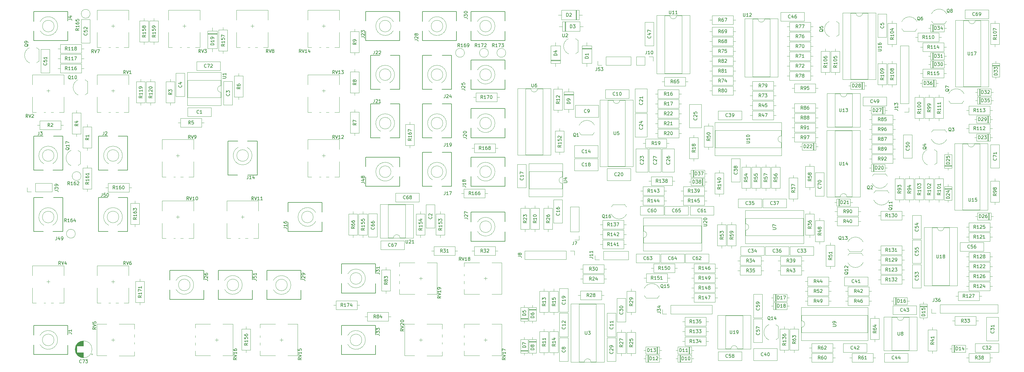
<source format=gto>
%TF.GenerationSoftware,KiCad,Pcbnew,(6.0.6-0)*%
%TF.CreationDate,2022-11-11T14:24:23+00:00*%
%TF.ProjectId,strata,73747261-7461-42e6-9b69-6361645f7063,r01*%
%TF.SameCoordinates,Original*%
%TF.FileFunction,Legend,Top*%
%TF.FilePolarity,Positive*%
%FSLAX46Y46*%
G04 Gerber Fmt 4.6, Leading zero omitted, Abs format (unit mm)*
G04 Created by KiCad (PCBNEW (6.0.6-0)) date 2022-11-11 14:24:23*
%MOMM*%
%LPD*%
G01*
G04 APERTURE LIST*
%ADD10C,0.150000*%
%ADD11C,0.120000*%
%ADD12C,0.200000*%
G04 APERTURE END LIST*
D10*
%TO.C,U18*%
X314229904Y-110704380D02*
X314229904Y-111513904D01*
X314277523Y-111609142D01*
X314325142Y-111656761D01*
X314420380Y-111704380D01*
X314610857Y-111704380D01*
X314706095Y-111656761D01*
X314753714Y-111609142D01*
X314801333Y-111513904D01*
X314801333Y-110704380D01*
X315801333Y-111704380D02*
X315229904Y-111704380D01*
X315515619Y-111704380D02*
X315515619Y-110704380D01*
X315420380Y-110847238D01*
X315325142Y-110942476D01*
X315229904Y-110990095D01*
X316372761Y-111132952D02*
X316277523Y-111085333D01*
X316229904Y-111037714D01*
X316182285Y-110942476D01*
X316182285Y-110894857D01*
X316229904Y-110799619D01*
X316277523Y-110752000D01*
X316372761Y-110704380D01*
X316563238Y-110704380D01*
X316658476Y-110752000D01*
X316706095Y-110799619D01*
X316753714Y-110894857D01*
X316753714Y-110942476D01*
X316706095Y-111037714D01*
X316658476Y-111085333D01*
X316563238Y-111132952D01*
X316372761Y-111132952D01*
X316277523Y-111180571D01*
X316229904Y-111228190D01*
X316182285Y-111323428D01*
X316182285Y-111513904D01*
X316229904Y-111609142D01*
X316277523Y-111656761D01*
X316372761Y-111704380D01*
X316563238Y-111704380D01*
X316658476Y-111656761D01*
X316706095Y-111609142D01*
X316753714Y-111513904D01*
X316753714Y-111323428D01*
X316706095Y-111228190D01*
X316658476Y-111180571D01*
X316563238Y-111132952D01*
%TO.C,D26*%
X327360114Y-99258380D02*
X327360114Y-98258380D01*
X327598209Y-98258380D01*
X327741066Y-98306000D01*
X327836304Y-98401238D01*
X327883923Y-98496476D01*
X327931542Y-98686952D01*
X327931542Y-98829809D01*
X327883923Y-99020285D01*
X327836304Y-99115523D01*
X327741066Y-99210761D01*
X327598209Y-99258380D01*
X327360114Y-99258380D01*
X328312495Y-98353619D02*
X328360114Y-98306000D01*
X328455352Y-98258380D01*
X328693447Y-98258380D01*
X328788685Y-98306000D01*
X328836304Y-98353619D01*
X328883923Y-98448857D01*
X328883923Y-98544095D01*
X328836304Y-98686952D01*
X328264876Y-99258380D01*
X328883923Y-99258380D01*
X329741066Y-98258380D02*
X329550590Y-98258380D01*
X329455352Y-98306000D01*
X329407733Y-98353619D01*
X329312495Y-98496476D01*
X329264876Y-98686952D01*
X329264876Y-99067904D01*
X329312495Y-99163142D01*
X329360114Y-99210761D01*
X329455352Y-99258380D01*
X329645828Y-99258380D01*
X329741066Y-99210761D01*
X329788685Y-99163142D01*
X329836304Y-99067904D01*
X329836304Y-98829809D01*
X329788685Y-98734571D01*
X329741066Y-98686952D01*
X329645828Y-98639333D01*
X329455352Y-98639333D01*
X329360114Y-98686952D01*
X329312495Y-98734571D01*
X329264876Y-98829809D01*
%TO.C,C52*%
X51919142Y-42211857D02*
X51966761Y-42259476D01*
X52014380Y-42402333D01*
X52014380Y-42497571D01*
X51966761Y-42640428D01*
X51871523Y-42735666D01*
X51776285Y-42783285D01*
X51585809Y-42830904D01*
X51442952Y-42830904D01*
X51252476Y-42783285D01*
X51157238Y-42735666D01*
X51062000Y-42640428D01*
X51014380Y-42497571D01*
X51014380Y-42402333D01*
X51062000Y-42259476D01*
X51109619Y-42211857D01*
X51014380Y-41307095D02*
X51014380Y-41783285D01*
X51490571Y-41830904D01*
X51442952Y-41783285D01*
X51395333Y-41688047D01*
X51395333Y-41449952D01*
X51442952Y-41354714D01*
X51490571Y-41307095D01*
X51585809Y-41259476D01*
X51823904Y-41259476D01*
X51919142Y-41307095D01*
X51966761Y-41354714D01*
X52014380Y-41449952D01*
X52014380Y-41688047D01*
X51966761Y-41783285D01*
X51919142Y-41830904D01*
X51109619Y-40878523D02*
X51062000Y-40830904D01*
X51014380Y-40735666D01*
X51014380Y-40497571D01*
X51062000Y-40402333D01*
X51109619Y-40354714D01*
X51204857Y-40307095D01*
X51300095Y-40307095D01*
X51442952Y-40354714D01*
X52014380Y-40926142D01*
X52014380Y-40307095D01*
%TO.C,R66*%
X134564380Y-101988857D02*
X134088190Y-102322190D01*
X134564380Y-102560285D02*
X133564380Y-102560285D01*
X133564380Y-102179333D01*
X133612000Y-102084095D01*
X133659619Y-102036476D01*
X133754857Y-101988857D01*
X133897714Y-101988857D01*
X133992952Y-102036476D01*
X134040571Y-102084095D01*
X134088190Y-102179333D01*
X134088190Y-102560285D01*
X133564380Y-101131714D02*
X133564380Y-101322190D01*
X133612000Y-101417428D01*
X133659619Y-101465047D01*
X133802476Y-101560285D01*
X133992952Y-101607904D01*
X134373904Y-101607904D01*
X134469142Y-101560285D01*
X134516761Y-101512666D01*
X134564380Y-101417428D01*
X134564380Y-101226952D01*
X134516761Y-101131714D01*
X134469142Y-101084095D01*
X134373904Y-101036476D01*
X134135809Y-101036476D01*
X134040571Y-101084095D01*
X133992952Y-101131714D01*
X133945333Y-101226952D01*
X133945333Y-101417428D01*
X133992952Y-101512666D01*
X134040571Y-101560285D01*
X134135809Y-101607904D01*
X133564380Y-100179333D02*
X133564380Y-100369809D01*
X133612000Y-100465047D01*
X133659619Y-100512666D01*
X133802476Y-100607904D01*
X133992952Y-100655523D01*
X134373904Y-100655523D01*
X134469142Y-100607904D01*
X134516761Y-100560285D01*
X134564380Y-100465047D01*
X134564380Y-100274571D01*
X134516761Y-100179333D01*
X134469142Y-100131714D01*
X134373904Y-100084095D01*
X134135809Y-100084095D01*
X134040571Y-100131714D01*
X133992952Y-100179333D01*
X133945333Y-100274571D01*
X133945333Y-100465047D01*
X133992952Y-100560285D01*
X134040571Y-100607904D01*
X134135809Y-100655523D01*
%TO.C,D31*%
X313593314Y-49728380D02*
X313593314Y-48728380D01*
X313831409Y-48728380D01*
X313974266Y-48776000D01*
X314069504Y-48871238D01*
X314117123Y-48966476D01*
X314164742Y-49156952D01*
X314164742Y-49299809D01*
X314117123Y-49490285D01*
X314069504Y-49585523D01*
X313974266Y-49680761D01*
X313831409Y-49728380D01*
X313593314Y-49728380D01*
X314498076Y-48728380D02*
X315117123Y-48728380D01*
X314783790Y-49109333D01*
X314926647Y-49109333D01*
X315021885Y-49156952D01*
X315069504Y-49204571D01*
X315117123Y-49299809D01*
X315117123Y-49537904D01*
X315069504Y-49633142D01*
X315021885Y-49680761D01*
X314926647Y-49728380D01*
X314640933Y-49728380D01*
X314545695Y-49680761D01*
X314498076Y-49633142D01*
X316069504Y-49728380D02*
X315498076Y-49728380D01*
X315783790Y-49728380D02*
X315783790Y-48728380D01*
X315688552Y-48871238D01*
X315593314Y-48966476D01*
X315498076Y-49014095D01*
%TO.C,R1*%
X52522380Y-74588666D02*
X52046190Y-74922000D01*
X52522380Y-75160095D02*
X51522380Y-75160095D01*
X51522380Y-74779142D01*
X51570000Y-74683904D01*
X51617619Y-74636285D01*
X51712857Y-74588666D01*
X51855714Y-74588666D01*
X51950952Y-74636285D01*
X51998571Y-74683904D01*
X52046190Y-74779142D01*
X52046190Y-75160095D01*
X52522380Y-73636285D02*
X52522380Y-74207714D01*
X52522380Y-73922000D02*
X51522380Y-73922000D01*
X51665238Y-74017238D01*
X51760476Y-74112476D01*
X51808095Y-74207714D01*
%TO.C,U3*%
X205740095Y-134321380D02*
X205740095Y-135130904D01*
X205787714Y-135226142D01*
X205835333Y-135273761D01*
X205930571Y-135321380D01*
X206121047Y-135321380D01*
X206216285Y-135273761D01*
X206263904Y-135226142D01*
X206311523Y-135130904D01*
X206311523Y-134321380D01*
X206692476Y-134321380D02*
X207311523Y-134321380D01*
X206978190Y-134702333D01*
X207121047Y-134702333D01*
X207216285Y-134749952D01*
X207263904Y-134797571D01*
X207311523Y-134892809D01*
X207311523Y-135130904D01*
X207263904Y-135226142D01*
X207216285Y-135273761D01*
X207121047Y-135321380D01*
X206835333Y-135321380D01*
X206740095Y-135273761D01*
X206692476Y-135226142D01*
%TO.C,R34*%
X256151142Y-112974380D02*
X255817809Y-112498190D01*
X255579714Y-112974380D02*
X255579714Y-111974380D01*
X255960666Y-111974380D01*
X256055904Y-112022000D01*
X256103523Y-112069619D01*
X256151142Y-112164857D01*
X256151142Y-112307714D01*
X256103523Y-112402952D01*
X256055904Y-112450571D01*
X255960666Y-112498190D01*
X255579714Y-112498190D01*
X256484476Y-111974380D02*
X257103523Y-111974380D01*
X256770190Y-112355333D01*
X256913047Y-112355333D01*
X257008285Y-112402952D01*
X257055904Y-112450571D01*
X257103523Y-112545809D01*
X257103523Y-112783904D01*
X257055904Y-112879142D01*
X257008285Y-112926761D01*
X256913047Y-112974380D01*
X256627333Y-112974380D01*
X256532095Y-112926761D01*
X256484476Y-112879142D01*
X257960666Y-112307714D02*
X257960666Y-112974380D01*
X257722571Y-111926761D02*
X257484476Y-112641047D01*
X258103523Y-112641047D01*
%TO.C,Q5*%
X279181619Y-40989238D02*
X279134000Y-41084476D01*
X279038761Y-41179714D01*
X278895904Y-41322571D01*
X278848285Y-41417809D01*
X278848285Y-41513047D01*
X279086380Y-41465428D02*
X279038761Y-41560666D01*
X278943523Y-41655904D01*
X278753047Y-41703523D01*
X278419714Y-41703523D01*
X278229238Y-41655904D01*
X278134000Y-41560666D01*
X278086380Y-41465428D01*
X278086380Y-41274952D01*
X278134000Y-41179714D01*
X278229238Y-41084476D01*
X278419714Y-41036857D01*
X278753047Y-41036857D01*
X278943523Y-41084476D01*
X279038761Y-41179714D01*
X279086380Y-41274952D01*
X279086380Y-41465428D01*
X278086380Y-40132095D02*
X278086380Y-40608285D01*
X278562571Y-40655904D01*
X278514952Y-40608285D01*
X278467333Y-40513047D01*
X278467333Y-40274952D01*
X278514952Y-40179714D01*
X278562571Y-40132095D01*
X278657809Y-40084476D01*
X278895904Y-40084476D01*
X278991142Y-40132095D01*
X279038761Y-40179714D01*
X279086380Y-40274952D01*
X279086380Y-40513047D01*
X279038761Y-40608285D01*
X278991142Y-40655904D01*
%TO.C,RV2*%
X33694761Y-68270380D02*
X33361428Y-67794190D01*
X33123333Y-68270380D02*
X33123333Y-67270380D01*
X33504285Y-67270380D01*
X33599523Y-67318000D01*
X33647142Y-67365619D01*
X33694761Y-67460857D01*
X33694761Y-67603714D01*
X33647142Y-67698952D01*
X33599523Y-67746571D01*
X33504285Y-67794190D01*
X33123333Y-67794190D01*
X33980476Y-67270380D02*
X34313809Y-68270380D01*
X34647142Y-67270380D01*
X34932857Y-67365619D02*
X34980476Y-67318000D01*
X35075714Y-67270380D01*
X35313809Y-67270380D01*
X35409047Y-67318000D01*
X35456666Y-67365619D01*
X35504285Y-67460857D01*
X35504285Y-67556095D01*
X35456666Y-67698952D01*
X34885238Y-68270380D01*
X35504285Y-68270380D01*
%TO.C,R37*%
X270454380Y-90812857D02*
X269978190Y-91146190D01*
X270454380Y-91384285D02*
X269454380Y-91384285D01*
X269454380Y-91003333D01*
X269502000Y-90908095D01*
X269549619Y-90860476D01*
X269644857Y-90812857D01*
X269787714Y-90812857D01*
X269882952Y-90860476D01*
X269930571Y-90908095D01*
X269978190Y-91003333D01*
X269978190Y-91384285D01*
X269454380Y-90479523D02*
X269454380Y-89860476D01*
X269835333Y-90193809D01*
X269835333Y-90050952D01*
X269882952Y-89955714D01*
X269930571Y-89908095D01*
X270025809Y-89860476D01*
X270263904Y-89860476D01*
X270359142Y-89908095D01*
X270406761Y-89955714D01*
X270454380Y-90050952D01*
X270454380Y-90336666D01*
X270406761Y-90431904D01*
X270359142Y-90479523D01*
X269454380Y-89527142D02*
X269454380Y-88860476D01*
X270454380Y-89289047D01*
%TO.C,R101*%
X315412380Y-91543047D02*
X314936190Y-91876380D01*
X315412380Y-92114476D02*
X314412380Y-92114476D01*
X314412380Y-91733523D01*
X314460000Y-91638285D01*
X314507619Y-91590666D01*
X314602857Y-91543047D01*
X314745714Y-91543047D01*
X314840952Y-91590666D01*
X314888571Y-91638285D01*
X314936190Y-91733523D01*
X314936190Y-92114476D01*
X315412380Y-90590666D02*
X315412380Y-91162095D01*
X315412380Y-90876380D02*
X314412380Y-90876380D01*
X314555238Y-90971619D01*
X314650476Y-91066857D01*
X314698095Y-91162095D01*
X314412380Y-89971619D02*
X314412380Y-89876380D01*
X314460000Y-89781142D01*
X314507619Y-89733523D01*
X314602857Y-89685904D01*
X314793333Y-89638285D01*
X315031428Y-89638285D01*
X315221904Y-89685904D01*
X315317142Y-89733523D01*
X315364761Y-89781142D01*
X315412380Y-89876380D01*
X315412380Y-89971619D01*
X315364761Y-90066857D01*
X315317142Y-90114476D01*
X315221904Y-90162095D01*
X315031428Y-90209714D01*
X314793333Y-90209714D01*
X314602857Y-90162095D01*
X314507619Y-90114476D01*
X314460000Y-90066857D01*
X314412380Y-89971619D01*
X315412380Y-88685904D02*
X315412380Y-89257333D01*
X315412380Y-88971619D02*
X314412380Y-88971619D01*
X314555238Y-89066857D01*
X314650476Y-89162095D01*
X314698095Y-89257333D01*
%TO.C,RV11*%
X103373571Y-93737380D02*
X103040238Y-93261190D01*
X102802142Y-93737380D02*
X102802142Y-92737380D01*
X103183095Y-92737380D01*
X103278333Y-92785000D01*
X103325952Y-92832619D01*
X103373571Y-92927857D01*
X103373571Y-93070714D01*
X103325952Y-93165952D01*
X103278333Y-93213571D01*
X103183095Y-93261190D01*
X102802142Y-93261190D01*
X103659285Y-92737380D02*
X103992619Y-93737380D01*
X104325952Y-92737380D01*
X105183095Y-93737380D02*
X104611666Y-93737380D01*
X104897380Y-93737380D02*
X104897380Y-92737380D01*
X104802142Y-92880238D01*
X104706904Y-92975476D01*
X104611666Y-93023095D01*
X106135476Y-93737380D02*
X105564047Y-93737380D01*
X105849761Y-93737380D02*
X105849761Y-92737380D01*
X105754523Y-92880238D01*
X105659285Y-92975476D01*
X105564047Y-93023095D01*
%TO.C,R152*%
X198318380Y-76811047D02*
X197842190Y-77144380D01*
X198318380Y-77382476D02*
X197318380Y-77382476D01*
X197318380Y-77001523D01*
X197366000Y-76906285D01*
X197413619Y-76858666D01*
X197508857Y-76811047D01*
X197651714Y-76811047D01*
X197746952Y-76858666D01*
X197794571Y-76906285D01*
X197842190Y-77001523D01*
X197842190Y-77382476D01*
X198318380Y-75858666D02*
X198318380Y-76430095D01*
X198318380Y-76144380D02*
X197318380Y-76144380D01*
X197461238Y-76239619D01*
X197556476Y-76334857D01*
X197604095Y-76430095D01*
X197318380Y-74953904D02*
X197318380Y-75430095D01*
X197794571Y-75477714D01*
X197746952Y-75430095D01*
X197699333Y-75334857D01*
X197699333Y-75096761D01*
X197746952Y-75001523D01*
X197794571Y-74953904D01*
X197889809Y-74906285D01*
X198127904Y-74906285D01*
X198223142Y-74953904D01*
X198270761Y-75001523D01*
X198318380Y-75096761D01*
X198318380Y-75334857D01*
X198270761Y-75430095D01*
X198223142Y-75477714D01*
X197413619Y-74525333D02*
X197366000Y-74477714D01*
X197318380Y-74382476D01*
X197318380Y-74144380D01*
X197366000Y-74049142D01*
X197413619Y-74001523D01*
X197508857Y-73953904D01*
X197604095Y-73953904D01*
X197746952Y-74001523D01*
X198318380Y-74572952D01*
X198318380Y-73953904D01*
%TO.C,R32*%
X174109142Y-109926380D02*
X173775809Y-109450190D01*
X173537714Y-109926380D02*
X173537714Y-108926380D01*
X173918666Y-108926380D01*
X174013904Y-108974000D01*
X174061523Y-109021619D01*
X174109142Y-109116857D01*
X174109142Y-109259714D01*
X174061523Y-109354952D01*
X174013904Y-109402571D01*
X173918666Y-109450190D01*
X173537714Y-109450190D01*
X174442476Y-108926380D02*
X175061523Y-108926380D01*
X174728190Y-109307333D01*
X174871047Y-109307333D01*
X174966285Y-109354952D01*
X175013904Y-109402571D01*
X175061523Y-109497809D01*
X175061523Y-109735904D01*
X175013904Y-109831142D01*
X174966285Y-109878761D01*
X174871047Y-109926380D01*
X174585333Y-109926380D01*
X174490095Y-109878761D01*
X174442476Y-109831142D01*
X175442476Y-109021619D02*
X175490095Y-108974000D01*
X175585333Y-108926380D01*
X175823428Y-108926380D01*
X175918666Y-108974000D01*
X175966285Y-109021619D01*
X176013904Y-109116857D01*
X176013904Y-109212095D01*
X175966285Y-109354952D01*
X175394857Y-109926380D01*
X176013904Y-109926380D01*
%TO.C,R54*%
X255849380Y-87510857D02*
X255373190Y-87844190D01*
X255849380Y-88082285D02*
X254849380Y-88082285D01*
X254849380Y-87701333D01*
X254897000Y-87606095D01*
X254944619Y-87558476D01*
X255039857Y-87510857D01*
X255182714Y-87510857D01*
X255277952Y-87558476D01*
X255325571Y-87606095D01*
X255373190Y-87701333D01*
X255373190Y-88082285D01*
X254849380Y-86606095D02*
X254849380Y-87082285D01*
X255325571Y-87129904D01*
X255277952Y-87082285D01*
X255230333Y-86987047D01*
X255230333Y-86748952D01*
X255277952Y-86653714D01*
X255325571Y-86606095D01*
X255420809Y-86558476D01*
X255658904Y-86558476D01*
X255754142Y-86606095D01*
X255801761Y-86653714D01*
X255849380Y-86748952D01*
X255849380Y-86987047D01*
X255801761Y-87082285D01*
X255754142Y-87129904D01*
X255182714Y-85701333D02*
X255849380Y-85701333D01*
X254801761Y-85939428D02*
X255516047Y-86177523D01*
X255516047Y-85558476D01*
%TO.C,R104*%
X300934380Y-43537047D02*
X300458190Y-43870380D01*
X300934380Y-44108476D02*
X299934380Y-44108476D01*
X299934380Y-43727523D01*
X299982000Y-43632285D01*
X300029619Y-43584666D01*
X300124857Y-43537047D01*
X300267714Y-43537047D01*
X300362952Y-43584666D01*
X300410571Y-43632285D01*
X300458190Y-43727523D01*
X300458190Y-44108476D01*
X300934380Y-42584666D02*
X300934380Y-43156095D01*
X300934380Y-42870380D02*
X299934380Y-42870380D01*
X300077238Y-42965619D01*
X300172476Y-43060857D01*
X300220095Y-43156095D01*
X299934380Y-41965619D02*
X299934380Y-41870380D01*
X299982000Y-41775142D01*
X300029619Y-41727523D01*
X300124857Y-41679904D01*
X300315333Y-41632285D01*
X300553428Y-41632285D01*
X300743904Y-41679904D01*
X300839142Y-41727523D01*
X300886761Y-41775142D01*
X300934380Y-41870380D01*
X300934380Y-41965619D01*
X300886761Y-42060857D01*
X300839142Y-42108476D01*
X300743904Y-42156095D01*
X300553428Y-42203714D01*
X300315333Y-42203714D01*
X300124857Y-42156095D01*
X300029619Y-42108476D01*
X299982000Y-42060857D01*
X299934380Y-41965619D01*
X300267714Y-40775142D02*
X300934380Y-40775142D01*
X299886761Y-41013238D02*
X300601047Y-41251333D01*
X300601047Y-40632285D01*
%TO.C,R126*%
X326286952Y-117800380D02*
X325953619Y-117324190D01*
X325715523Y-117800380D02*
X325715523Y-116800380D01*
X326096476Y-116800380D01*
X326191714Y-116848000D01*
X326239333Y-116895619D01*
X326286952Y-116990857D01*
X326286952Y-117133714D01*
X326239333Y-117228952D01*
X326191714Y-117276571D01*
X326096476Y-117324190D01*
X325715523Y-117324190D01*
X327239333Y-117800380D02*
X326667904Y-117800380D01*
X326953619Y-117800380D02*
X326953619Y-116800380D01*
X326858380Y-116943238D01*
X326763142Y-117038476D01*
X326667904Y-117086095D01*
X327620285Y-116895619D02*
X327667904Y-116848000D01*
X327763142Y-116800380D01*
X328001238Y-116800380D01*
X328096476Y-116848000D01*
X328144095Y-116895619D01*
X328191714Y-116990857D01*
X328191714Y-117086095D01*
X328144095Y-117228952D01*
X327572666Y-117800380D01*
X328191714Y-117800380D01*
X329048857Y-116800380D02*
X328858380Y-116800380D01*
X328763142Y-116848000D01*
X328715523Y-116895619D01*
X328620285Y-117038476D01*
X328572666Y-117228952D01*
X328572666Y-117609904D01*
X328620285Y-117705142D01*
X328667904Y-117752761D01*
X328763142Y-117800380D01*
X328953619Y-117800380D01*
X329048857Y-117752761D01*
X329096476Y-117705142D01*
X329144095Y-117609904D01*
X329144095Y-117371809D01*
X329096476Y-117276571D01*
X329048857Y-117228952D01*
X328953619Y-117181333D01*
X328763142Y-117181333D01*
X328667904Y-117228952D01*
X328620285Y-117276571D01*
X328572666Y-117371809D01*
%TO.C,D3*%
X201115704Y-40584380D02*
X201115704Y-39584380D01*
X201353800Y-39584380D01*
X201496657Y-39632000D01*
X201591895Y-39727238D01*
X201639514Y-39822476D01*
X201687133Y-40012952D01*
X201687133Y-40155809D01*
X201639514Y-40346285D01*
X201591895Y-40441523D01*
X201496657Y-40536761D01*
X201353800Y-40584380D01*
X201115704Y-40584380D01*
X202020466Y-39584380D02*
X202639514Y-39584380D01*
X202306180Y-39965333D01*
X202449038Y-39965333D01*
X202544276Y-40012952D01*
X202591895Y-40060571D01*
X202639514Y-40155809D01*
X202639514Y-40393904D01*
X202591895Y-40489142D01*
X202544276Y-40536761D01*
X202449038Y-40584380D01*
X202163323Y-40584380D01*
X202068085Y-40536761D01*
X202020466Y-40489142D01*
%TO.C,U16*%
X296124380Y-47720095D02*
X296933904Y-47720095D01*
X297029142Y-47672476D01*
X297076761Y-47624857D01*
X297124380Y-47529619D01*
X297124380Y-47339142D01*
X297076761Y-47243904D01*
X297029142Y-47196285D01*
X296933904Y-47148666D01*
X296124380Y-47148666D01*
X297124380Y-46148666D02*
X297124380Y-46720095D01*
X297124380Y-46434380D02*
X296124380Y-46434380D01*
X296267238Y-46529619D01*
X296362476Y-46624857D01*
X296410095Y-46720095D01*
X296124380Y-45291523D02*
X296124380Y-45482000D01*
X296172000Y-45577238D01*
X296219619Y-45624857D01*
X296362476Y-45720095D01*
X296552952Y-45767714D01*
X296933904Y-45767714D01*
X297029142Y-45720095D01*
X297076761Y-45672476D01*
X297124380Y-45577238D01*
X297124380Y-45386761D01*
X297076761Y-45291523D01*
X297029142Y-45243904D01*
X296933904Y-45196285D01*
X296695809Y-45196285D01*
X296600571Y-45243904D01*
X296552952Y-45291523D01*
X296505333Y-45386761D01*
X296505333Y-45577238D01*
X296552952Y-45672476D01*
X296600571Y-45720095D01*
X296695809Y-45767714D01*
%TO.C,J26*%
X88252380Y-118309523D02*
X88966666Y-118309523D01*
X89109523Y-118357142D01*
X89204761Y-118452380D01*
X89252380Y-118595238D01*
X89252380Y-118690476D01*
X88347619Y-117880952D02*
X88300000Y-117833333D01*
X88252380Y-117738095D01*
X88252380Y-117500000D01*
X88300000Y-117404761D01*
X88347619Y-117357142D01*
X88442857Y-117309523D01*
X88538095Y-117309523D01*
X88680952Y-117357142D01*
X89252380Y-117928571D01*
X89252380Y-117309523D01*
X88252380Y-116452380D02*
X88252380Y-116642857D01*
X88300000Y-116738095D01*
X88347619Y-116785714D01*
X88490476Y-116880952D01*
X88680952Y-116928571D01*
X89061904Y-116928571D01*
X89157142Y-116880952D01*
X89204761Y-116833333D01*
X89252380Y-116738095D01*
X89252380Y-116547619D01*
X89204761Y-116452380D01*
X89157142Y-116404761D01*
X89061904Y-116357142D01*
X88823809Y-116357142D01*
X88728571Y-116404761D01*
X88680952Y-116452380D01*
X88633333Y-116547619D01*
X88633333Y-116738095D01*
X88680952Y-116833333D01*
X88728571Y-116880952D01*
X88823809Y-116928571D01*
%TO.C,C36*%
X264319142Y-109831142D02*
X264271523Y-109878761D01*
X264128666Y-109926380D01*
X264033428Y-109926380D01*
X263890571Y-109878761D01*
X263795333Y-109783523D01*
X263747714Y-109688285D01*
X263700095Y-109497809D01*
X263700095Y-109354952D01*
X263747714Y-109164476D01*
X263795333Y-109069238D01*
X263890571Y-108974000D01*
X264033428Y-108926380D01*
X264128666Y-108926380D01*
X264271523Y-108974000D01*
X264319142Y-109021619D01*
X264652476Y-108926380D02*
X265271523Y-108926380D01*
X264938190Y-109307333D01*
X265081047Y-109307333D01*
X265176285Y-109354952D01*
X265223904Y-109402571D01*
X265271523Y-109497809D01*
X265271523Y-109735904D01*
X265223904Y-109831142D01*
X265176285Y-109878761D01*
X265081047Y-109926380D01*
X264795333Y-109926380D01*
X264700095Y-109878761D01*
X264652476Y-109831142D01*
X266128666Y-108926380D02*
X265938190Y-108926380D01*
X265842952Y-108974000D01*
X265795333Y-109021619D01*
X265700095Y-109164476D01*
X265652476Y-109354952D01*
X265652476Y-109735904D01*
X265700095Y-109831142D01*
X265747714Y-109878761D01*
X265842952Y-109926380D01*
X266033428Y-109926380D01*
X266128666Y-109878761D01*
X266176285Y-109831142D01*
X266223904Y-109735904D01*
X266223904Y-109497809D01*
X266176285Y-109402571D01*
X266128666Y-109354952D01*
X266033428Y-109307333D01*
X265842952Y-109307333D01*
X265747714Y-109354952D01*
X265700095Y-109402571D01*
X265652476Y-109497809D01*
%TO.C,RV9*%
X83849761Y-74737380D02*
X83516428Y-74261190D01*
X83278333Y-74737380D02*
X83278333Y-73737380D01*
X83659285Y-73737380D01*
X83754523Y-73785000D01*
X83802142Y-73832619D01*
X83849761Y-73927857D01*
X83849761Y-74070714D01*
X83802142Y-74165952D01*
X83754523Y-74213571D01*
X83659285Y-74261190D01*
X83278333Y-74261190D01*
X84135476Y-73737380D02*
X84468809Y-74737380D01*
X84802142Y-73737380D01*
X85183095Y-74737380D02*
X85373571Y-74737380D01*
X85468809Y-74689761D01*
X85516428Y-74642142D01*
X85611666Y-74499285D01*
X85659285Y-74308809D01*
X85659285Y-73927857D01*
X85611666Y-73832619D01*
X85564047Y-73785000D01*
X85468809Y-73737380D01*
X85278333Y-73737380D01*
X85183095Y-73785000D01*
X85135476Y-73832619D01*
X85087857Y-73927857D01*
X85087857Y-74165952D01*
X85135476Y-74261190D01*
X85183095Y-74308809D01*
X85278333Y-74356428D01*
X85468809Y-74356428D01*
X85564047Y-74308809D01*
X85611666Y-74261190D01*
X85659285Y-74165952D01*
%TO.C,C72*%
X88805142Y-52681142D02*
X88757523Y-52728761D01*
X88614666Y-52776380D01*
X88519428Y-52776380D01*
X88376571Y-52728761D01*
X88281333Y-52633523D01*
X88233714Y-52538285D01*
X88186095Y-52347809D01*
X88186095Y-52204952D01*
X88233714Y-52014476D01*
X88281333Y-51919238D01*
X88376571Y-51824000D01*
X88519428Y-51776380D01*
X88614666Y-51776380D01*
X88757523Y-51824000D01*
X88805142Y-51871619D01*
X89138476Y-51776380D02*
X89805142Y-51776380D01*
X89376571Y-52776380D01*
X90138476Y-51871619D02*
X90186095Y-51824000D01*
X90281333Y-51776380D01*
X90519428Y-51776380D01*
X90614666Y-51824000D01*
X90662285Y-51871619D01*
X90709904Y-51966857D01*
X90709904Y-52062095D01*
X90662285Y-52204952D01*
X90090857Y-52776380D01*
X90709904Y-52776380D01*
%TO.C,D35*%
X328071314Y-63444380D02*
X328071314Y-62444380D01*
X328309409Y-62444380D01*
X328452266Y-62492000D01*
X328547504Y-62587238D01*
X328595123Y-62682476D01*
X328642742Y-62872952D01*
X328642742Y-63015809D01*
X328595123Y-63206285D01*
X328547504Y-63301523D01*
X328452266Y-63396761D01*
X328309409Y-63444380D01*
X328071314Y-63444380D01*
X328976076Y-62444380D02*
X329595123Y-62444380D01*
X329261790Y-62825333D01*
X329404647Y-62825333D01*
X329499885Y-62872952D01*
X329547504Y-62920571D01*
X329595123Y-63015809D01*
X329595123Y-63253904D01*
X329547504Y-63349142D01*
X329499885Y-63396761D01*
X329404647Y-63444380D01*
X329118933Y-63444380D01*
X329023695Y-63396761D01*
X328976076Y-63349142D01*
X330499885Y-62444380D02*
X330023695Y-62444380D01*
X329976076Y-62920571D01*
X330023695Y-62872952D01*
X330118933Y-62825333D01*
X330357028Y-62825333D01*
X330452266Y-62872952D01*
X330499885Y-62920571D01*
X330547504Y-63015809D01*
X330547504Y-63253904D01*
X330499885Y-63349142D01*
X330452266Y-63396761D01*
X330357028Y-63444380D01*
X330118933Y-63444380D01*
X330023695Y-63396761D01*
X329976076Y-63349142D01*
%TO.C,U9*%
X282164380Y-132841904D02*
X282973904Y-132841904D01*
X283069142Y-132794285D01*
X283116761Y-132746666D01*
X283164380Y-132651428D01*
X283164380Y-132460952D01*
X283116761Y-132365714D01*
X283069142Y-132318095D01*
X282973904Y-132270476D01*
X282164380Y-132270476D01*
X283164380Y-131746666D02*
X283164380Y-131556190D01*
X283116761Y-131460952D01*
X283069142Y-131413333D01*
X282926285Y-131318095D01*
X282735809Y-131270476D01*
X282354857Y-131270476D01*
X282259619Y-131318095D01*
X282212000Y-131365714D01*
X282164380Y-131460952D01*
X282164380Y-131651428D01*
X282212000Y-131746666D01*
X282259619Y-131794285D01*
X282354857Y-131841904D01*
X282592952Y-131841904D01*
X282688190Y-131794285D01*
X282735809Y-131746666D01*
X282783428Y-131651428D01*
X282783428Y-131460952D01*
X282735809Y-131365714D01*
X282688190Y-131318095D01*
X282592952Y-131270476D01*
%TO.C,R76*%
X271391142Y-43632380D02*
X271057809Y-43156190D01*
X270819714Y-43632380D02*
X270819714Y-42632380D01*
X271200666Y-42632380D01*
X271295904Y-42680000D01*
X271343523Y-42727619D01*
X271391142Y-42822857D01*
X271391142Y-42965714D01*
X271343523Y-43060952D01*
X271295904Y-43108571D01*
X271200666Y-43156190D01*
X270819714Y-43156190D01*
X271724476Y-42632380D02*
X272391142Y-42632380D01*
X271962571Y-43632380D01*
X273200666Y-42632380D02*
X273010190Y-42632380D01*
X272914952Y-42680000D01*
X272867333Y-42727619D01*
X272772095Y-42870476D01*
X272724476Y-43060952D01*
X272724476Y-43441904D01*
X272772095Y-43537142D01*
X272819714Y-43584761D01*
X272914952Y-43632380D01*
X273105428Y-43632380D01*
X273200666Y-43584761D01*
X273248285Y-43537142D01*
X273295904Y-43441904D01*
X273295904Y-43203809D01*
X273248285Y-43108571D01*
X273200666Y-43060952D01*
X273105428Y-43013333D01*
X272914952Y-43013333D01*
X272819714Y-43060952D01*
X272772095Y-43108571D01*
X272724476Y-43203809D01*
%TO.C,R2*%
X40473333Y-71064380D02*
X40140000Y-70588190D01*
X39901904Y-71064380D02*
X39901904Y-70064380D01*
X40282857Y-70064380D01*
X40378095Y-70112000D01*
X40425714Y-70159619D01*
X40473333Y-70254857D01*
X40473333Y-70397714D01*
X40425714Y-70492952D01*
X40378095Y-70540571D01*
X40282857Y-70588190D01*
X39901904Y-70588190D01*
X40854285Y-70159619D02*
X40901904Y-70112000D01*
X40997142Y-70064380D01*
X41235238Y-70064380D01*
X41330476Y-70112000D01*
X41378095Y-70159619D01*
X41425714Y-70254857D01*
X41425714Y-70350095D01*
X41378095Y-70492952D01*
X40806666Y-71064380D01*
X41425714Y-71064380D01*
%TO.C,R64*%
X295600380Y-134246857D02*
X295124190Y-134580190D01*
X295600380Y-134818285D02*
X294600380Y-134818285D01*
X294600380Y-134437333D01*
X294648000Y-134342095D01*
X294695619Y-134294476D01*
X294790857Y-134246857D01*
X294933714Y-134246857D01*
X295028952Y-134294476D01*
X295076571Y-134342095D01*
X295124190Y-134437333D01*
X295124190Y-134818285D01*
X294600380Y-133389714D02*
X294600380Y-133580190D01*
X294648000Y-133675428D01*
X294695619Y-133723047D01*
X294838476Y-133818285D01*
X295028952Y-133865904D01*
X295409904Y-133865904D01*
X295505142Y-133818285D01*
X295552761Y-133770666D01*
X295600380Y-133675428D01*
X295600380Y-133484952D01*
X295552761Y-133389714D01*
X295505142Y-133342095D01*
X295409904Y-133294476D01*
X295171809Y-133294476D01*
X295076571Y-133342095D01*
X295028952Y-133389714D01*
X294981333Y-133484952D01*
X294981333Y-133675428D01*
X295028952Y-133770666D01*
X295076571Y-133818285D01*
X295171809Y-133865904D01*
X294933714Y-132437333D02*
X295600380Y-132437333D01*
X294552761Y-132675428D02*
X295267047Y-132913523D01*
X295267047Y-132294476D01*
%TO.C,R134*%
X238656952Y-137866380D02*
X238323619Y-137390190D01*
X238085523Y-137866380D02*
X238085523Y-136866380D01*
X238466476Y-136866380D01*
X238561714Y-136914000D01*
X238609333Y-136961619D01*
X238656952Y-137056857D01*
X238656952Y-137199714D01*
X238609333Y-137294952D01*
X238561714Y-137342571D01*
X238466476Y-137390190D01*
X238085523Y-137390190D01*
X239609333Y-137866380D02*
X239037904Y-137866380D01*
X239323619Y-137866380D02*
X239323619Y-136866380D01*
X239228380Y-137009238D01*
X239133142Y-137104476D01*
X239037904Y-137152095D01*
X239942666Y-136866380D02*
X240561714Y-136866380D01*
X240228380Y-137247333D01*
X240371238Y-137247333D01*
X240466476Y-137294952D01*
X240514095Y-137342571D01*
X240561714Y-137437809D01*
X240561714Y-137675904D01*
X240514095Y-137771142D01*
X240466476Y-137818761D01*
X240371238Y-137866380D01*
X240085523Y-137866380D01*
X239990285Y-137818761D01*
X239942666Y-137771142D01*
X241418857Y-137199714D02*
X241418857Y-137866380D01*
X241180761Y-136818761D02*
X240942666Y-137533047D01*
X241561714Y-137533047D01*
%TO.C,R155*%
X137612380Y-102465047D02*
X137136190Y-102798380D01*
X137612380Y-103036476D02*
X136612380Y-103036476D01*
X136612380Y-102655523D01*
X136660000Y-102560285D01*
X136707619Y-102512666D01*
X136802857Y-102465047D01*
X136945714Y-102465047D01*
X137040952Y-102512666D01*
X137088571Y-102560285D01*
X137136190Y-102655523D01*
X137136190Y-103036476D01*
X137612380Y-101512666D02*
X137612380Y-102084095D01*
X137612380Y-101798380D02*
X136612380Y-101798380D01*
X136755238Y-101893619D01*
X136850476Y-101988857D01*
X136898095Y-102084095D01*
X136612380Y-100607904D02*
X136612380Y-101084095D01*
X137088571Y-101131714D01*
X137040952Y-101084095D01*
X136993333Y-100988857D01*
X136993333Y-100750761D01*
X137040952Y-100655523D01*
X137088571Y-100607904D01*
X137183809Y-100560285D01*
X137421904Y-100560285D01*
X137517142Y-100607904D01*
X137564761Y-100655523D01*
X137612380Y-100750761D01*
X137612380Y-100988857D01*
X137564761Y-101084095D01*
X137517142Y-101131714D01*
X136612380Y-99655523D02*
X136612380Y-100131714D01*
X137088571Y-100179333D01*
X137040952Y-100131714D01*
X136993333Y-100036476D01*
X136993333Y-99798380D01*
X137040952Y-99703142D01*
X137088571Y-99655523D01*
X137183809Y-99607904D01*
X137421904Y-99607904D01*
X137517142Y-99655523D01*
X137564761Y-99703142D01*
X137612380Y-99798380D01*
X137612380Y-100036476D01*
X137564761Y-100131714D01*
X137517142Y-100179333D01*
%TO.C,R160*%
X60602952Y-90368380D02*
X60269619Y-89892190D01*
X60031523Y-90368380D02*
X60031523Y-89368380D01*
X60412476Y-89368380D01*
X60507714Y-89416000D01*
X60555333Y-89463619D01*
X60602952Y-89558857D01*
X60602952Y-89701714D01*
X60555333Y-89796952D01*
X60507714Y-89844571D01*
X60412476Y-89892190D01*
X60031523Y-89892190D01*
X61555333Y-90368380D02*
X60983904Y-90368380D01*
X61269619Y-90368380D02*
X61269619Y-89368380D01*
X61174380Y-89511238D01*
X61079142Y-89606476D01*
X60983904Y-89654095D01*
X62412476Y-89368380D02*
X62222000Y-89368380D01*
X62126761Y-89416000D01*
X62079142Y-89463619D01*
X61983904Y-89606476D01*
X61936285Y-89796952D01*
X61936285Y-90177904D01*
X61983904Y-90273142D01*
X62031523Y-90320761D01*
X62126761Y-90368380D01*
X62317238Y-90368380D01*
X62412476Y-90320761D01*
X62460095Y-90273142D01*
X62507714Y-90177904D01*
X62507714Y-89939809D01*
X62460095Y-89844571D01*
X62412476Y-89796952D01*
X62317238Y-89749333D01*
X62126761Y-89749333D01*
X62031523Y-89796952D01*
X61983904Y-89844571D01*
X61936285Y-89939809D01*
X63126761Y-89368380D02*
X63222000Y-89368380D01*
X63317238Y-89416000D01*
X63364857Y-89463619D01*
X63412476Y-89558857D01*
X63460095Y-89749333D01*
X63460095Y-89987428D01*
X63412476Y-90177904D01*
X63364857Y-90273142D01*
X63317238Y-90320761D01*
X63222000Y-90368380D01*
X63126761Y-90368380D01*
X63031523Y-90320761D01*
X62983904Y-90273142D01*
X62936285Y-90177904D01*
X62888666Y-89987428D01*
X62888666Y-89749333D01*
X62936285Y-89558857D01*
X62983904Y-89463619D01*
X63031523Y-89416000D01*
X63126761Y-89368380D01*
%TO.C,R96*%
X296791142Y-72334380D02*
X296457809Y-71858190D01*
X296219714Y-72334380D02*
X296219714Y-71334380D01*
X296600666Y-71334380D01*
X296695904Y-71382000D01*
X296743523Y-71429619D01*
X296791142Y-71524857D01*
X296791142Y-71667714D01*
X296743523Y-71762952D01*
X296695904Y-71810571D01*
X296600666Y-71858190D01*
X296219714Y-71858190D01*
X297267333Y-72334380D02*
X297457809Y-72334380D01*
X297553047Y-72286761D01*
X297600666Y-72239142D01*
X297695904Y-72096285D01*
X297743523Y-71905809D01*
X297743523Y-71524857D01*
X297695904Y-71429619D01*
X297648285Y-71382000D01*
X297553047Y-71334380D01*
X297362571Y-71334380D01*
X297267333Y-71382000D01*
X297219714Y-71429619D01*
X297172095Y-71524857D01*
X297172095Y-71762952D01*
X297219714Y-71858190D01*
X297267333Y-71905809D01*
X297362571Y-71953428D01*
X297553047Y-71953428D01*
X297648285Y-71905809D01*
X297695904Y-71858190D01*
X297743523Y-71762952D01*
X298600666Y-71334380D02*
X298410190Y-71334380D01*
X298314952Y-71382000D01*
X298267333Y-71429619D01*
X298172095Y-71572476D01*
X298124476Y-71762952D01*
X298124476Y-72143904D01*
X298172095Y-72239142D01*
X298219714Y-72286761D01*
X298314952Y-72334380D01*
X298505428Y-72334380D01*
X298600666Y-72286761D01*
X298648285Y-72239142D01*
X298695904Y-72143904D01*
X298695904Y-71905809D01*
X298648285Y-71810571D01*
X298600666Y-71762952D01*
X298505428Y-71715333D01*
X298314952Y-71715333D01*
X298219714Y-71762952D01*
X298172095Y-71810571D01*
X298124476Y-71905809D01*
%TO.C,R154*%
X155392380Y-102465047D02*
X154916190Y-102798380D01*
X155392380Y-103036476D02*
X154392380Y-103036476D01*
X154392380Y-102655523D01*
X154440000Y-102560285D01*
X154487619Y-102512666D01*
X154582857Y-102465047D01*
X154725714Y-102465047D01*
X154820952Y-102512666D01*
X154868571Y-102560285D01*
X154916190Y-102655523D01*
X154916190Y-103036476D01*
X155392380Y-101512666D02*
X155392380Y-102084095D01*
X155392380Y-101798380D02*
X154392380Y-101798380D01*
X154535238Y-101893619D01*
X154630476Y-101988857D01*
X154678095Y-102084095D01*
X154392380Y-100607904D02*
X154392380Y-101084095D01*
X154868571Y-101131714D01*
X154820952Y-101084095D01*
X154773333Y-100988857D01*
X154773333Y-100750761D01*
X154820952Y-100655523D01*
X154868571Y-100607904D01*
X154963809Y-100560285D01*
X155201904Y-100560285D01*
X155297142Y-100607904D01*
X155344761Y-100655523D01*
X155392380Y-100750761D01*
X155392380Y-100988857D01*
X155344761Y-101084095D01*
X155297142Y-101131714D01*
X154725714Y-99703142D02*
X155392380Y-99703142D01*
X154344761Y-99941238D02*
X155059047Y-100179333D01*
X155059047Y-99560285D01*
%TO.C,R22*%
X230751142Y-67508380D02*
X230417809Y-67032190D01*
X230179714Y-67508380D02*
X230179714Y-66508380D01*
X230560666Y-66508380D01*
X230655904Y-66556000D01*
X230703523Y-66603619D01*
X230751142Y-66698857D01*
X230751142Y-66841714D01*
X230703523Y-66936952D01*
X230655904Y-66984571D01*
X230560666Y-67032190D01*
X230179714Y-67032190D01*
X231132095Y-66603619D02*
X231179714Y-66556000D01*
X231274952Y-66508380D01*
X231513047Y-66508380D01*
X231608285Y-66556000D01*
X231655904Y-66603619D01*
X231703523Y-66698857D01*
X231703523Y-66794095D01*
X231655904Y-66936952D01*
X231084476Y-67508380D01*
X231703523Y-67508380D01*
X232084476Y-66603619D02*
X232132095Y-66556000D01*
X232227333Y-66508380D01*
X232465428Y-66508380D01*
X232560666Y-66556000D01*
X232608285Y-66603619D01*
X232655904Y-66698857D01*
X232655904Y-66794095D01*
X232608285Y-66936952D01*
X232036857Y-67508380D01*
X232655904Y-67508380D01*
%TO.C,J53*%
X209302476Y-52806380D02*
X209302476Y-53520666D01*
X209254857Y-53663523D01*
X209159619Y-53758761D01*
X209016761Y-53806380D01*
X208921523Y-53806380D01*
X210254857Y-52806380D02*
X209778666Y-52806380D01*
X209731047Y-53282571D01*
X209778666Y-53234952D01*
X209873904Y-53187333D01*
X210112000Y-53187333D01*
X210207238Y-53234952D01*
X210254857Y-53282571D01*
X210302476Y-53377809D01*
X210302476Y-53615904D01*
X210254857Y-53711142D01*
X210207238Y-53758761D01*
X210112000Y-53806380D01*
X209873904Y-53806380D01*
X209778666Y-53758761D01*
X209731047Y-53711142D01*
X210635809Y-52806380D02*
X211254857Y-52806380D01*
X210921523Y-53187333D01*
X211064380Y-53187333D01*
X211159619Y-53234952D01*
X211207238Y-53282571D01*
X211254857Y-53377809D01*
X211254857Y-53615904D01*
X211207238Y-53711142D01*
X211159619Y-53758761D01*
X211064380Y-53806380D01*
X210778666Y-53806380D01*
X210683428Y-53758761D01*
X210635809Y-53711142D01*
%TO.C,Q14*%
X262826571Y-130849619D02*
X262731333Y-130802000D01*
X262636095Y-130706761D01*
X262493238Y-130563904D01*
X262398000Y-130516285D01*
X262302761Y-130516285D01*
X262350380Y-130754380D02*
X262255142Y-130706761D01*
X262159904Y-130611523D01*
X262112285Y-130421047D01*
X262112285Y-130087714D01*
X262159904Y-129897238D01*
X262255142Y-129802000D01*
X262350380Y-129754380D01*
X262540857Y-129754380D01*
X262636095Y-129802000D01*
X262731333Y-129897238D01*
X262778952Y-130087714D01*
X262778952Y-130421047D01*
X262731333Y-130611523D01*
X262636095Y-130706761D01*
X262540857Y-130754380D01*
X262350380Y-130754380D01*
X263731333Y-130754380D02*
X263159904Y-130754380D01*
X263445619Y-130754380D02*
X263445619Y-129754380D01*
X263350380Y-129897238D01*
X263255142Y-129992476D01*
X263159904Y-130040095D01*
X264588476Y-130087714D02*
X264588476Y-130754380D01*
X264350380Y-129706761D02*
X264112285Y-130421047D01*
X264731333Y-130421047D01*
%TO.C,R28*%
X206875142Y-123642380D02*
X206541809Y-123166190D01*
X206303714Y-123642380D02*
X206303714Y-122642380D01*
X206684666Y-122642380D01*
X206779904Y-122690000D01*
X206827523Y-122737619D01*
X206875142Y-122832857D01*
X206875142Y-122975714D01*
X206827523Y-123070952D01*
X206779904Y-123118571D01*
X206684666Y-123166190D01*
X206303714Y-123166190D01*
X207256095Y-122737619D02*
X207303714Y-122690000D01*
X207398952Y-122642380D01*
X207637047Y-122642380D01*
X207732285Y-122690000D01*
X207779904Y-122737619D01*
X207827523Y-122832857D01*
X207827523Y-122928095D01*
X207779904Y-123070952D01*
X207208476Y-123642380D01*
X207827523Y-123642380D01*
X208398952Y-123070952D02*
X208303714Y-123023333D01*
X208256095Y-122975714D01*
X208208476Y-122880476D01*
X208208476Y-122832857D01*
X208256095Y-122737619D01*
X208303714Y-122690000D01*
X208398952Y-122642380D01*
X208589428Y-122642380D01*
X208684666Y-122690000D01*
X208732285Y-122737619D01*
X208779904Y-122832857D01*
X208779904Y-122880476D01*
X208732285Y-122975714D01*
X208684666Y-123023333D01*
X208589428Y-123070952D01*
X208398952Y-123070952D01*
X208303714Y-123118571D01*
X208256095Y-123166190D01*
X208208476Y-123261428D01*
X208208476Y-123451904D01*
X208256095Y-123547142D01*
X208303714Y-123594761D01*
X208398952Y-123642380D01*
X208589428Y-123642380D01*
X208684666Y-123594761D01*
X208732285Y-123547142D01*
X208779904Y-123451904D01*
X208779904Y-123261428D01*
X208732285Y-123166190D01*
X208684666Y-123118571D01*
X208589428Y-123070952D01*
%TO.C,R139*%
X238148952Y-91384380D02*
X237815619Y-90908190D01*
X237577523Y-91384380D02*
X237577523Y-90384380D01*
X237958476Y-90384380D01*
X238053714Y-90432000D01*
X238101333Y-90479619D01*
X238148952Y-90574857D01*
X238148952Y-90717714D01*
X238101333Y-90812952D01*
X238053714Y-90860571D01*
X237958476Y-90908190D01*
X237577523Y-90908190D01*
X239101333Y-91384380D02*
X238529904Y-91384380D01*
X238815619Y-91384380D02*
X238815619Y-90384380D01*
X238720380Y-90527238D01*
X238625142Y-90622476D01*
X238529904Y-90670095D01*
X239434666Y-90384380D02*
X240053714Y-90384380D01*
X239720380Y-90765333D01*
X239863238Y-90765333D01*
X239958476Y-90812952D01*
X240006095Y-90860571D01*
X240053714Y-90955809D01*
X240053714Y-91193904D01*
X240006095Y-91289142D01*
X239958476Y-91336761D01*
X239863238Y-91384380D01*
X239577523Y-91384380D01*
X239482285Y-91336761D01*
X239434666Y-91289142D01*
X240529904Y-91384380D02*
X240720380Y-91384380D01*
X240815619Y-91336761D01*
X240863238Y-91289142D01*
X240958476Y-91146285D01*
X241006095Y-90955809D01*
X241006095Y-90574857D01*
X240958476Y-90479619D01*
X240910857Y-90432000D01*
X240815619Y-90384380D01*
X240625142Y-90384380D01*
X240529904Y-90432000D01*
X240482285Y-90479619D01*
X240434666Y-90574857D01*
X240434666Y-90812952D01*
X240482285Y-90908190D01*
X240529904Y-90955809D01*
X240625142Y-91003428D01*
X240815619Y-91003428D01*
X240910857Y-90955809D01*
X240958476Y-90908190D01*
X241006095Y-90812952D01*
%TO.C,C14*%
X205391142Y-79097142D02*
X205343523Y-79144761D01*
X205200666Y-79192380D01*
X205105428Y-79192380D01*
X204962571Y-79144761D01*
X204867333Y-79049523D01*
X204819714Y-78954285D01*
X204772095Y-78763809D01*
X204772095Y-78620952D01*
X204819714Y-78430476D01*
X204867333Y-78335238D01*
X204962571Y-78240000D01*
X205105428Y-78192380D01*
X205200666Y-78192380D01*
X205343523Y-78240000D01*
X205391142Y-78287619D01*
X206343523Y-79192380D02*
X205772095Y-79192380D01*
X206057809Y-79192380D02*
X206057809Y-78192380D01*
X205962571Y-78335238D01*
X205867333Y-78430476D01*
X205772095Y-78478095D01*
X207200666Y-78525714D02*
X207200666Y-79192380D01*
X206962571Y-78144761D02*
X206724476Y-78859047D01*
X207343523Y-78859047D01*
%TO.C,D18*%
X265079314Y-126944380D02*
X265079314Y-125944380D01*
X265317409Y-125944380D01*
X265460266Y-125992000D01*
X265555504Y-126087238D01*
X265603123Y-126182476D01*
X265650742Y-126372952D01*
X265650742Y-126515809D01*
X265603123Y-126706285D01*
X265555504Y-126801523D01*
X265460266Y-126896761D01*
X265317409Y-126944380D01*
X265079314Y-126944380D01*
X266603123Y-126944380D02*
X266031695Y-126944380D01*
X266317409Y-126944380D02*
X266317409Y-125944380D01*
X266222171Y-126087238D01*
X266126933Y-126182476D01*
X266031695Y-126230095D01*
X267174552Y-126372952D02*
X267079314Y-126325333D01*
X267031695Y-126277714D01*
X266984076Y-126182476D01*
X266984076Y-126134857D01*
X267031695Y-126039619D01*
X267079314Y-125992000D01*
X267174552Y-125944380D01*
X267365028Y-125944380D01*
X267460266Y-125992000D01*
X267507885Y-126039619D01*
X267555504Y-126134857D01*
X267555504Y-126182476D01*
X267507885Y-126277714D01*
X267460266Y-126325333D01*
X267365028Y-126372952D01*
X267174552Y-126372952D01*
X267079314Y-126420571D01*
X267031695Y-126468190D01*
X266984076Y-126563428D01*
X266984076Y-126753904D01*
X267031695Y-126849142D01*
X267079314Y-126896761D01*
X267174552Y-126944380D01*
X267365028Y-126944380D01*
X267460266Y-126896761D01*
X267507885Y-126849142D01*
X267555504Y-126753904D01*
X267555504Y-126563428D01*
X267507885Y-126468190D01*
X267460266Y-126420571D01*
X267365028Y-126372952D01*
%TO.C,U2*%
X198776095Y-42378380D02*
X198776095Y-43187904D01*
X198823714Y-43283142D01*
X198871333Y-43330761D01*
X198966571Y-43378380D01*
X199157047Y-43378380D01*
X199252285Y-43330761D01*
X199299904Y-43283142D01*
X199347523Y-43187904D01*
X199347523Y-42378380D01*
X199776095Y-42473619D02*
X199823714Y-42426000D01*
X199918952Y-42378380D01*
X200157047Y-42378380D01*
X200252285Y-42426000D01*
X200299904Y-42473619D01*
X200347523Y-42568857D01*
X200347523Y-42664095D01*
X200299904Y-42806952D01*
X199728476Y-43378380D01*
X200347523Y-43378380D01*
%TO.C,C29*%
X214225142Y-140636857D02*
X214272761Y-140684476D01*
X214320380Y-140827333D01*
X214320380Y-140922571D01*
X214272761Y-141065428D01*
X214177523Y-141160666D01*
X214082285Y-141208285D01*
X213891809Y-141255904D01*
X213748952Y-141255904D01*
X213558476Y-141208285D01*
X213463238Y-141160666D01*
X213368000Y-141065428D01*
X213320380Y-140922571D01*
X213320380Y-140827333D01*
X213368000Y-140684476D01*
X213415619Y-140636857D01*
X213415619Y-140255904D02*
X213368000Y-140208285D01*
X213320380Y-140113047D01*
X213320380Y-139874952D01*
X213368000Y-139779714D01*
X213415619Y-139732095D01*
X213510857Y-139684476D01*
X213606095Y-139684476D01*
X213748952Y-139732095D01*
X214320380Y-140303523D01*
X214320380Y-139684476D01*
X214320380Y-139208285D02*
X214320380Y-139017809D01*
X214272761Y-138922571D01*
X214225142Y-138874952D01*
X214082285Y-138779714D01*
X213891809Y-138732095D01*
X213510857Y-138732095D01*
X213415619Y-138779714D01*
X213368000Y-138827333D01*
X213320380Y-138922571D01*
X213320380Y-139113047D01*
X213368000Y-139208285D01*
X213415619Y-139255904D01*
X213510857Y-139303523D01*
X213748952Y-139303523D01*
X213844190Y-139255904D01*
X213891809Y-139208285D01*
X213939428Y-139113047D01*
X213939428Y-138922571D01*
X213891809Y-138827333D01*
X213844190Y-138779714D01*
X213748952Y-138732095D01*
%TO.C,U5*%
X214640095Y-72594380D02*
X214640095Y-73403904D01*
X214687714Y-73499142D01*
X214735333Y-73546761D01*
X214830571Y-73594380D01*
X215021047Y-73594380D01*
X215116285Y-73546761D01*
X215163904Y-73499142D01*
X215211523Y-73403904D01*
X215211523Y-72594380D01*
X216163904Y-72594380D02*
X215687714Y-72594380D01*
X215640095Y-73070571D01*
X215687714Y-73022952D01*
X215782952Y-72975333D01*
X216021047Y-72975333D01*
X216116285Y-73022952D01*
X216163904Y-73070571D01*
X216211523Y-73165809D01*
X216211523Y-73403904D01*
X216163904Y-73499142D01*
X216116285Y-73546761D01*
X216021047Y-73594380D01*
X215782952Y-73594380D01*
X215687714Y-73546761D01*
X215640095Y-73499142D01*
%TO.C,C70*%
X278487142Y-89582857D02*
X278534761Y-89630476D01*
X278582380Y-89773333D01*
X278582380Y-89868571D01*
X278534761Y-90011428D01*
X278439523Y-90106666D01*
X278344285Y-90154285D01*
X278153809Y-90201904D01*
X278010952Y-90201904D01*
X277820476Y-90154285D01*
X277725238Y-90106666D01*
X277630000Y-90011428D01*
X277582380Y-89868571D01*
X277582380Y-89773333D01*
X277630000Y-89630476D01*
X277677619Y-89582857D01*
X277582380Y-89249523D02*
X277582380Y-88582857D01*
X278582380Y-89011428D01*
X277582380Y-88011428D02*
X277582380Y-87916190D01*
X277630000Y-87820952D01*
X277677619Y-87773333D01*
X277772857Y-87725714D01*
X277963333Y-87678095D01*
X278201428Y-87678095D01*
X278391904Y-87725714D01*
X278487142Y-87773333D01*
X278534761Y-87820952D01*
X278582380Y-87916190D01*
X278582380Y-88011428D01*
X278534761Y-88106666D01*
X278487142Y-88154285D01*
X278391904Y-88201904D01*
X278201428Y-88249523D01*
X277963333Y-88249523D01*
X277772857Y-88201904D01*
X277677619Y-88154285D01*
X277630000Y-88106666D01*
X277582380Y-88011428D01*
%TO.C,R75*%
X247515142Y-48204380D02*
X247181809Y-47728190D01*
X246943714Y-48204380D02*
X246943714Y-47204380D01*
X247324666Y-47204380D01*
X247419904Y-47252000D01*
X247467523Y-47299619D01*
X247515142Y-47394857D01*
X247515142Y-47537714D01*
X247467523Y-47632952D01*
X247419904Y-47680571D01*
X247324666Y-47728190D01*
X246943714Y-47728190D01*
X247848476Y-47204380D02*
X248515142Y-47204380D01*
X248086571Y-48204380D01*
X249372285Y-47204380D02*
X248896095Y-47204380D01*
X248848476Y-47680571D01*
X248896095Y-47632952D01*
X248991333Y-47585333D01*
X249229428Y-47585333D01*
X249324666Y-47632952D01*
X249372285Y-47680571D01*
X249419904Y-47775809D01*
X249419904Y-48013904D01*
X249372285Y-48109142D01*
X249324666Y-48156761D01*
X249229428Y-48204380D01*
X248991333Y-48204380D01*
X248896095Y-48156761D01*
X248848476Y-48109142D01*
%TO.C,D5*%
X187396380Y-129414495D02*
X186396380Y-129414495D01*
X186396380Y-129176400D01*
X186444000Y-129033542D01*
X186539238Y-128938304D01*
X186634476Y-128890685D01*
X186824952Y-128843066D01*
X186967809Y-128843066D01*
X187158285Y-128890685D01*
X187253523Y-128938304D01*
X187348761Y-129033542D01*
X187396380Y-129176400D01*
X187396380Y-129414495D01*
X186396380Y-127938304D02*
X186396380Y-128414495D01*
X186872571Y-128462114D01*
X186824952Y-128414495D01*
X186777333Y-128319257D01*
X186777333Y-128081161D01*
X186824952Y-127985923D01*
X186872571Y-127938304D01*
X186967809Y-127890685D01*
X187205904Y-127890685D01*
X187301142Y-127938304D01*
X187348761Y-127985923D01*
X187396380Y-128081161D01*
X187396380Y-128319257D01*
X187348761Y-128414495D01*
X187301142Y-128462114D01*
%TO.C,R51*%
X281884380Y-111640857D02*
X281408190Y-111974190D01*
X281884380Y-112212285D02*
X280884380Y-112212285D01*
X280884380Y-111831333D01*
X280932000Y-111736095D01*
X280979619Y-111688476D01*
X281074857Y-111640857D01*
X281217714Y-111640857D01*
X281312952Y-111688476D01*
X281360571Y-111736095D01*
X281408190Y-111831333D01*
X281408190Y-112212285D01*
X280884380Y-110736095D02*
X280884380Y-111212285D01*
X281360571Y-111259904D01*
X281312952Y-111212285D01*
X281265333Y-111117047D01*
X281265333Y-110878952D01*
X281312952Y-110783714D01*
X281360571Y-110736095D01*
X281455809Y-110688476D01*
X281693904Y-110688476D01*
X281789142Y-110736095D01*
X281836761Y-110783714D01*
X281884380Y-110878952D01*
X281884380Y-111117047D01*
X281836761Y-111212285D01*
X281789142Y-111259904D01*
X281884380Y-109736095D02*
X281884380Y-110307523D01*
X281884380Y-110021809D02*
X280884380Y-110021809D01*
X281027238Y-110117047D01*
X281122476Y-110212285D01*
X281170095Y-110307523D01*
%TO.C,R173*%
X177696952Y-46426380D02*
X177363619Y-45950190D01*
X177125523Y-46426380D02*
X177125523Y-45426380D01*
X177506476Y-45426380D01*
X177601714Y-45474000D01*
X177649333Y-45521619D01*
X177696952Y-45616857D01*
X177696952Y-45759714D01*
X177649333Y-45854952D01*
X177601714Y-45902571D01*
X177506476Y-45950190D01*
X177125523Y-45950190D01*
X178649333Y-46426380D02*
X178077904Y-46426380D01*
X178363619Y-46426380D02*
X178363619Y-45426380D01*
X178268380Y-45569238D01*
X178173142Y-45664476D01*
X178077904Y-45712095D01*
X178982666Y-45426380D02*
X179649333Y-45426380D01*
X179220761Y-46426380D01*
X179935047Y-45426380D02*
X180554095Y-45426380D01*
X180220761Y-45807333D01*
X180363619Y-45807333D01*
X180458857Y-45854952D01*
X180506476Y-45902571D01*
X180554095Y-45997809D01*
X180554095Y-46235904D01*
X180506476Y-46331142D01*
X180458857Y-46378761D01*
X180363619Y-46426380D01*
X180077904Y-46426380D01*
X179982666Y-46378761D01*
X179935047Y-46331142D01*
%TO.C,C39*%
X249761142Y-67921142D02*
X249713523Y-67968761D01*
X249570666Y-68016380D01*
X249475428Y-68016380D01*
X249332571Y-67968761D01*
X249237333Y-67873523D01*
X249189714Y-67778285D01*
X249142095Y-67587809D01*
X249142095Y-67444952D01*
X249189714Y-67254476D01*
X249237333Y-67159238D01*
X249332571Y-67064000D01*
X249475428Y-67016380D01*
X249570666Y-67016380D01*
X249713523Y-67064000D01*
X249761142Y-67111619D01*
X250094476Y-67016380D02*
X250713523Y-67016380D01*
X250380190Y-67397333D01*
X250523047Y-67397333D01*
X250618285Y-67444952D01*
X250665904Y-67492571D01*
X250713523Y-67587809D01*
X250713523Y-67825904D01*
X250665904Y-67921142D01*
X250618285Y-67968761D01*
X250523047Y-68016380D01*
X250237333Y-68016380D01*
X250142095Y-67968761D01*
X250094476Y-67921142D01*
X251189714Y-68016380D02*
X251380190Y-68016380D01*
X251475428Y-67968761D01*
X251523047Y-67921142D01*
X251618285Y-67778285D01*
X251665904Y-67587809D01*
X251665904Y-67206857D01*
X251618285Y-67111619D01*
X251570666Y-67064000D01*
X251475428Y-67016380D01*
X251284952Y-67016380D01*
X251189714Y-67064000D01*
X251142095Y-67111619D01*
X251094476Y-67206857D01*
X251094476Y-67444952D01*
X251142095Y-67540190D01*
X251189714Y-67587809D01*
X251284952Y-67635428D01*
X251475428Y-67635428D01*
X251570666Y-67587809D01*
X251618285Y-67540190D01*
X251665904Y-67444952D01*
%TO.C,C5*%
X297791142Y-40004666D02*
X297838761Y-40052285D01*
X297886380Y-40195142D01*
X297886380Y-40290380D01*
X297838761Y-40433238D01*
X297743523Y-40528476D01*
X297648285Y-40576095D01*
X297457809Y-40623714D01*
X297314952Y-40623714D01*
X297124476Y-40576095D01*
X297029238Y-40528476D01*
X296934000Y-40433238D01*
X296886380Y-40290380D01*
X296886380Y-40195142D01*
X296934000Y-40052285D01*
X296981619Y-40004666D01*
X296886380Y-39099904D02*
X296886380Y-39576095D01*
X297362571Y-39623714D01*
X297314952Y-39576095D01*
X297267333Y-39480857D01*
X297267333Y-39242761D01*
X297314952Y-39147523D01*
X297362571Y-39099904D01*
X297457809Y-39052285D01*
X297695904Y-39052285D01*
X297791142Y-39099904D01*
X297838761Y-39147523D01*
X297886380Y-39242761D01*
X297886380Y-39480857D01*
X297838761Y-39576095D01*
X297791142Y-39623714D01*
%TO.C,R10*%
X190698380Y-100210857D02*
X190222190Y-100544190D01*
X190698380Y-100782285D02*
X189698380Y-100782285D01*
X189698380Y-100401333D01*
X189746000Y-100306095D01*
X189793619Y-100258476D01*
X189888857Y-100210857D01*
X190031714Y-100210857D01*
X190126952Y-100258476D01*
X190174571Y-100306095D01*
X190222190Y-100401333D01*
X190222190Y-100782285D01*
X190698380Y-99258476D02*
X190698380Y-99829904D01*
X190698380Y-99544190D02*
X189698380Y-99544190D01*
X189841238Y-99639428D01*
X189936476Y-99734666D01*
X189984095Y-99829904D01*
X189698380Y-98639428D02*
X189698380Y-98544190D01*
X189746000Y-98448952D01*
X189793619Y-98401333D01*
X189888857Y-98353714D01*
X190079333Y-98306095D01*
X190317428Y-98306095D01*
X190507904Y-98353714D01*
X190603142Y-98401333D01*
X190650761Y-98448952D01*
X190698380Y-98544190D01*
X190698380Y-98639428D01*
X190650761Y-98734666D01*
X190603142Y-98782285D01*
X190507904Y-98829904D01*
X190317428Y-98877523D01*
X190079333Y-98877523D01*
X189888857Y-98829904D01*
X189793619Y-98782285D01*
X189746000Y-98734666D01*
X189698380Y-98639428D01*
%TO.C,R132*%
X299108952Y-118816380D02*
X298775619Y-118340190D01*
X298537523Y-118816380D02*
X298537523Y-117816380D01*
X298918476Y-117816380D01*
X299013714Y-117864000D01*
X299061333Y-117911619D01*
X299108952Y-118006857D01*
X299108952Y-118149714D01*
X299061333Y-118244952D01*
X299013714Y-118292571D01*
X298918476Y-118340190D01*
X298537523Y-118340190D01*
X300061333Y-118816380D02*
X299489904Y-118816380D01*
X299775619Y-118816380D02*
X299775619Y-117816380D01*
X299680380Y-117959238D01*
X299585142Y-118054476D01*
X299489904Y-118102095D01*
X300394666Y-117816380D02*
X301013714Y-117816380D01*
X300680380Y-118197333D01*
X300823238Y-118197333D01*
X300918476Y-118244952D01*
X300966095Y-118292571D01*
X301013714Y-118387809D01*
X301013714Y-118625904D01*
X300966095Y-118721142D01*
X300918476Y-118768761D01*
X300823238Y-118816380D01*
X300537523Y-118816380D01*
X300442285Y-118768761D01*
X300394666Y-118721142D01*
X301394666Y-117911619D02*
X301442285Y-117864000D01*
X301537523Y-117816380D01*
X301775619Y-117816380D01*
X301870857Y-117864000D01*
X301918476Y-117911619D01*
X301966095Y-118006857D01*
X301966095Y-118102095D01*
X301918476Y-118244952D01*
X301347047Y-118816380D01*
X301966095Y-118816380D01*
%TO.C,D11*%
X234904114Y-140660380D02*
X234904114Y-139660380D01*
X235142209Y-139660380D01*
X235285066Y-139708000D01*
X235380304Y-139803238D01*
X235427923Y-139898476D01*
X235475542Y-140088952D01*
X235475542Y-140231809D01*
X235427923Y-140422285D01*
X235380304Y-140517523D01*
X235285066Y-140612761D01*
X235142209Y-140660380D01*
X234904114Y-140660380D01*
X236427923Y-140660380D02*
X235856495Y-140660380D01*
X236142209Y-140660380D02*
X236142209Y-139660380D01*
X236046971Y-139803238D01*
X235951733Y-139898476D01*
X235856495Y-139946095D01*
X237380304Y-140660380D02*
X236808876Y-140660380D01*
X237094590Y-140660380D02*
X237094590Y-139660380D01*
X236999352Y-139803238D01*
X236904114Y-139898476D01*
X236808876Y-139946095D01*
%TO.C,R36*%
X275534380Y-101988857D02*
X275058190Y-102322190D01*
X275534380Y-102560285D02*
X274534380Y-102560285D01*
X274534380Y-102179333D01*
X274582000Y-102084095D01*
X274629619Y-102036476D01*
X274724857Y-101988857D01*
X274867714Y-101988857D01*
X274962952Y-102036476D01*
X275010571Y-102084095D01*
X275058190Y-102179333D01*
X275058190Y-102560285D01*
X274534380Y-101655523D02*
X274534380Y-101036476D01*
X274915333Y-101369809D01*
X274915333Y-101226952D01*
X274962952Y-101131714D01*
X275010571Y-101084095D01*
X275105809Y-101036476D01*
X275343904Y-101036476D01*
X275439142Y-101084095D01*
X275486761Y-101131714D01*
X275534380Y-101226952D01*
X275534380Y-101512666D01*
X275486761Y-101607904D01*
X275439142Y-101655523D01*
X274534380Y-100179333D02*
X274534380Y-100369809D01*
X274582000Y-100465047D01*
X274629619Y-100512666D01*
X274772476Y-100607904D01*
X274962952Y-100655523D01*
X275343904Y-100655523D01*
X275439142Y-100607904D01*
X275486761Y-100560285D01*
X275534380Y-100465047D01*
X275534380Y-100274571D01*
X275486761Y-100179333D01*
X275439142Y-100131714D01*
X275343904Y-100084095D01*
X275105809Y-100084095D01*
X275010571Y-100131714D01*
X274962952Y-100179333D01*
X274915333Y-100274571D01*
X274915333Y-100465047D01*
X274962952Y-100560285D01*
X275010571Y-100607904D01*
X275105809Y-100655523D01*
%TO.C,C24*%
X223369142Y-71294857D02*
X223416761Y-71342476D01*
X223464380Y-71485333D01*
X223464380Y-71580571D01*
X223416761Y-71723428D01*
X223321523Y-71818666D01*
X223226285Y-71866285D01*
X223035809Y-71913904D01*
X222892952Y-71913904D01*
X222702476Y-71866285D01*
X222607238Y-71818666D01*
X222512000Y-71723428D01*
X222464380Y-71580571D01*
X222464380Y-71485333D01*
X222512000Y-71342476D01*
X222559619Y-71294857D01*
X222559619Y-70913904D02*
X222512000Y-70866285D01*
X222464380Y-70771047D01*
X222464380Y-70532952D01*
X222512000Y-70437714D01*
X222559619Y-70390095D01*
X222654857Y-70342476D01*
X222750095Y-70342476D01*
X222892952Y-70390095D01*
X223464380Y-70961523D01*
X223464380Y-70342476D01*
X222797714Y-69485333D02*
X223464380Y-69485333D01*
X222416761Y-69723428D02*
X223131047Y-69961523D01*
X223131047Y-69342476D01*
%TO.C,R14*%
X196540380Y-138310857D02*
X196064190Y-138644190D01*
X196540380Y-138882285D02*
X195540380Y-138882285D01*
X195540380Y-138501333D01*
X195588000Y-138406095D01*
X195635619Y-138358476D01*
X195730857Y-138310857D01*
X195873714Y-138310857D01*
X195968952Y-138358476D01*
X196016571Y-138406095D01*
X196064190Y-138501333D01*
X196064190Y-138882285D01*
X196540380Y-137358476D02*
X196540380Y-137929904D01*
X196540380Y-137644190D02*
X195540380Y-137644190D01*
X195683238Y-137739428D01*
X195778476Y-137834666D01*
X195826095Y-137929904D01*
X195873714Y-136501333D02*
X196540380Y-136501333D01*
X195492761Y-136739428D02*
X196207047Y-136977523D01*
X196207047Y-136358476D01*
%TO.C,Q15*%
X229806571Y-120943619D02*
X229711333Y-120896000D01*
X229616095Y-120800761D01*
X229473238Y-120657904D01*
X229378000Y-120610285D01*
X229282761Y-120610285D01*
X229330380Y-120848380D02*
X229235142Y-120800761D01*
X229139904Y-120705523D01*
X229092285Y-120515047D01*
X229092285Y-120181714D01*
X229139904Y-119991238D01*
X229235142Y-119896000D01*
X229330380Y-119848380D01*
X229520857Y-119848380D01*
X229616095Y-119896000D01*
X229711333Y-119991238D01*
X229758952Y-120181714D01*
X229758952Y-120515047D01*
X229711333Y-120705523D01*
X229616095Y-120800761D01*
X229520857Y-120848380D01*
X229330380Y-120848380D01*
X230711333Y-120848380D02*
X230139904Y-120848380D01*
X230425619Y-120848380D02*
X230425619Y-119848380D01*
X230330380Y-119991238D01*
X230235142Y-120086476D01*
X230139904Y-120134095D01*
X231616095Y-119848380D02*
X231139904Y-119848380D01*
X231092285Y-120324571D01*
X231139904Y-120276952D01*
X231235142Y-120229333D01*
X231473238Y-120229333D01*
X231568476Y-120276952D01*
X231616095Y-120324571D01*
X231663714Y-120419809D01*
X231663714Y-120657904D01*
X231616095Y-120753142D01*
X231568476Y-120800761D01*
X231473238Y-120848380D01*
X231235142Y-120848380D01*
X231139904Y-120800761D01*
X231092285Y-120753142D01*
%TO.C,C12*%
X199493142Y-133016857D02*
X199540761Y-133064476D01*
X199588380Y-133207333D01*
X199588380Y-133302571D01*
X199540761Y-133445428D01*
X199445523Y-133540666D01*
X199350285Y-133588285D01*
X199159809Y-133635904D01*
X199016952Y-133635904D01*
X198826476Y-133588285D01*
X198731238Y-133540666D01*
X198636000Y-133445428D01*
X198588380Y-133302571D01*
X198588380Y-133207333D01*
X198636000Y-133064476D01*
X198683619Y-133016857D01*
X199588380Y-132064476D02*
X199588380Y-132635904D01*
X199588380Y-132350190D02*
X198588380Y-132350190D01*
X198731238Y-132445428D01*
X198826476Y-132540666D01*
X198874095Y-132635904D01*
X198683619Y-131683523D02*
X198636000Y-131635904D01*
X198588380Y-131540666D01*
X198588380Y-131302571D01*
X198636000Y-131207333D01*
X198683619Y-131159714D01*
X198778857Y-131112095D01*
X198874095Y-131112095D01*
X199016952Y-131159714D01*
X199588380Y-131731142D01*
X199588380Y-131112095D01*
%TO.C,D37*%
X239679314Y-86050380D02*
X239679314Y-85050380D01*
X239917409Y-85050380D01*
X240060266Y-85098000D01*
X240155504Y-85193238D01*
X240203123Y-85288476D01*
X240250742Y-85478952D01*
X240250742Y-85621809D01*
X240203123Y-85812285D01*
X240155504Y-85907523D01*
X240060266Y-86002761D01*
X239917409Y-86050380D01*
X239679314Y-86050380D01*
X240584076Y-85050380D02*
X241203123Y-85050380D01*
X240869790Y-85431333D01*
X241012647Y-85431333D01*
X241107885Y-85478952D01*
X241155504Y-85526571D01*
X241203123Y-85621809D01*
X241203123Y-85859904D01*
X241155504Y-85955142D01*
X241107885Y-86002761D01*
X241012647Y-86050380D01*
X240726933Y-86050380D01*
X240631695Y-86002761D01*
X240584076Y-85955142D01*
X241536457Y-85050380D02*
X242203123Y-85050380D01*
X241774552Y-86050380D01*
%TO.C,U15*%
X324135904Y-93178380D02*
X324135904Y-93987904D01*
X324183523Y-94083142D01*
X324231142Y-94130761D01*
X324326380Y-94178380D01*
X324516857Y-94178380D01*
X324612095Y-94130761D01*
X324659714Y-94083142D01*
X324707333Y-93987904D01*
X324707333Y-93178380D01*
X325707333Y-94178380D02*
X325135904Y-94178380D01*
X325421619Y-94178380D02*
X325421619Y-93178380D01*
X325326380Y-93321238D01*
X325231142Y-93416476D01*
X325135904Y-93464095D01*
X326612095Y-93178380D02*
X326135904Y-93178380D01*
X326088285Y-93654571D01*
X326135904Y-93606952D01*
X326231142Y-93559333D01*
X326469238Y-93559333D01*
X326564476Y-93606952D01*
X326612095Y-93654571D01*
X326659714Y-93749809D01*
X326659714Y-93987904D01*
X326612095Y-94083142D01*
X326564476Y-94130761D01*
X326469238Y-94178380D01*
X326231142Y-94178380D01*
X326135904Y-94130761D01*
X326088285Y-94083142D01*
%TO.C,R147*%
X241450952Y-124404380D02*
X241117619Y-123928190D01*
X240879523Y-124404380D02*
X240879523Y-123404380D01*
X241260476Y-123404380D01*
X241355714Y-123452000D01*
X241403333Y-123499619D01*
X241450952Y-123594857D01*
X241450952Y-123737714D01*
X241403333Y-123832952D01*
X241355714Y-123880571D01*
X241260476Y-123928190D01*
X240879523Y-123928190D01*
X242403333Y-124404380D02*
X241831904Y-124404380D01*
X242117619Y-124404380D02*
X242117619Y-123404380D01*
X242022380Y-123547238D01*
X241927142Y-123642476D01*
X241831904Y-123690095D01*
X243260476Y-123737714D02*
X243260476Y-124404380D01*
X243022380Y-123356761D02*
X242784285Y-124071047D01*
X243403333Y-124071047D01*
X243689047Y-123404380D02*
X244355714Y-123404380D01*
X243927142Y-124404380D01*
%TO.C,R163*%
X67254380Y-99163047D02*
X66778190Y-99496380D01*
X67254380Y-99734476D02*
X66254380Y-99734476D01*
X66254380Y-99353523D01*
X66302000Y-99258285D01*
X66349619Y-99210666D01*
X66444857Y-99163047D01*
X66587714Y-99163047D01*
X66682952Y-99210666D01*
X66730571Y-99258285D01*
X66778190Y-99353523D01*
X66778190Y-99734476D01*
X67254380Y-98210666D02*
X67254380Y-98782095D01*
X67254380Y-98496380D02*
X66254380Y-98496380D01*
X66397238Y-98591619D01*
X66492476Y-98686857D01*
X66540095Y-98782095D01*
X66254380Y-97353523D02*
X66254380Y-97544000D01*
X66302000Y-97639238D01*
X66349619Y-97686857D01*
X66492476Y-97782095D01*
X66682952Y-97829714D01*
X67063904Y-97829714D01*
X67159142Y-97782095D01*
X67206761Y-97734476D01*
X67254380Y-97639238D01*
X67254380Y-97448761D01*
X67206761Y-97353523D01*
X67159142Y-97305904D01*
X67063904Y-97258285D01*
X66825809Y-97258285D01*
X66730571Y-97305904D01*
X66682952Y-97353523D01*
X66635333Y-97448761D01*
X66635333Y-97639238D01*
X66682952Y-97734476D01*
X66730571Y-97782095D01*
X66825809Y-97829714D01*
X66254380Y-96924952D02*
X66254380Y-96305904D01*
X66635333Y-96639238D01*
X66635333Y-96496380D01*
X66682952Y-96401142D01*
X66730571Y-96353523D01*
X66825809Y-96305904D01*
X67063904Y-96305904D01*
X67159142Y-96353523D01*
X67206761Y-96401142D01*
X67254380Y-96496380D01*
X67254380Y-96782095D01*
X67206761Y-96877333D01*
X67159142Y-96924952D01*
%TO.C,R113*%
X326286952Y-66492380D02*
X325953619Y-66016190D01*
X325715523Y-66492380D02*
X325715523Y-65492380D01*
X326096476Y-65492380D01*
X326191714Y-65540000D01*
X326239333Y-65587619D01*
X326286952Y-65682857D01*
X326286952Y-65825714D01*
X326239333Y-65920952D01*
X326191714Y-65968571D01*
X326096476Y-66016190D01*
X325715523Y-66016190D01*
X327239333Y-66492380D02*
X326667904Y-66492380D01*
X326953619Y-66492380D02*
X326953619Y-65492380D01*
X326858380Y-65635238D01*
X326763142Y-65730476D01*
X326667904Y-65778095D01*
X328191714Y-66492380D02*
X327620285Y-66492380D01*
X327906000Y-66492380D02*
X327906000Y-65492380D01*
X327810761Y-65635238D01*
X327715523Y-65730476D01*
X327620285Y-65778095D01*
X328525047Y-65492380D02*
X329144095Y-65492380D01*
X328810761Y-65873333D01*
X328953619Y-65873333D01*
X329048857Y-65920952D01*
X329096476Y-65968571D01*
X329144095Y-66063809D01*
X329144095Y-66301904D01*
X329096476Y-66397142D01*
X329048857Y-66444761D01*
X328953619Y-66492380D01*
X328667904Y-66492380D01*
X328572666Y-66444761D01*
X328525047Y-66397142D01*
%TO.C,R67*%
X247515142Y-38552380D02*
X247181809Y-38076190D01*
X246943714Y-38552380D02*
X246943714Y-37552380D01*
X247324666Y-37552380D01*
X247419904Y-37600000D01*
X247467523Y-37647619D01*
X247515142Y-37742857D01*
X247515142Y-37885714D01*
X247467523Y-37980952D01*
X247419904Y-38028571D01*
X247324666Y-38076190D01*
X246943714Y-38076190D01*
X248372285Y-37552380D02*
X248181809Y-37552380D01*
X248086571Y-37600000D01*
X248038952Y-37647619D01*
X247943714Y-37790476D01*
X247896095Y-37980952D01*
X247896095Y-38361904D01*
X247943714Y-38457142D01*
X247991333Y-38504761D01*
X248086571Y-38552380D01*
X248277047Y-38552380D01*
X248372285Y-38504761D01*
X248419904Y-38457142D01*
X248467523Y-38361904D01*
X248467523Y-38123809D01*
X248419904Y-38028571D01*
X248372285Y-37980952D01*
X248277047Y-37933333D01*
X248086571Y-37933333D01*
X247991333Y-37980952D01*
X247943714Y-38028571D01*
X247896095Y-38123809D01*
X248800857Y-37552380D02*
X249467523Y-37552380D01*
X249038952Y-38552380D01*
%TO.C,J19*%
X162512476Y-76160380D02*
X162512476Y-76874666D01*
X162464857Y-77017523D01*
X162369619Y-77112761D01*
X162226761Y-77160380D01*
X162131523Y-77160380D01*
X163512476Y-77160380D02*
X162941047Y-77160380D01*
X163226761Y-77160380D02*
X163226761Y-76160380D01*
X163131523Y-76303238D01*
X163036285Y-76398476D01*
X162941047Y-76446095D01*
X163988666Y-77160380D02*
X164179142Y-77160380D01*
X164274380Y-77112761D01*
X164322000Y-77065142D01*
X164417238Y-76922285D01*
X164464857Y-76731809D01*
X164464857Y-76350857D01*
X164417238Y-76255619D01*
X164369619Y-76208000D01*
X164274380Y-76160380D01*
X164083904Y-76160380D01*
X163988666Y-76208000D01*
X163941047Y-76255619D01*
X163893428Y-76350857D01*
X163893428Y-76588952D01*
X163941047Y-76684190D01*
X163988666Y-76731809D01*
X164083904Y-76779428D01*
X164274380Y-76779428D01*
X164369619Y-76731809D01*
X164417238Y-76684190D01*
X164464857Y-76588952D01*
%TO.C,R39*%
X268597142Y-112974380D02*
X268263809Y-112498190D01*
X268025714Y-112974380D02*
X268025714Y-111974380D01*
X268406666Y-111974380D01*
X268501904Y-112022000D01*
X268549523Y-112069619D01*
X268597142Y-112164857D01*
X268597142Y-112307714D01*
X268549523Y-112402952D01*
X268501904Y-112450571D01*
X268406666Y-112498190D01*
X268025714Y-112498190D01*
X268930476Y-111974380D02*
X269549523Y-111974380D01*
X269216190Y-112355333D01*
X269359047Y-112355333D01*
X269454285Y-112402952D01*
X269501904Y-112450571D01*
X269549523Y-112545809D01*
X269549523Y-112783904D01*
X269501904Y-112879142D01*
X269454285Y-112926761D01*
X269359047Y-112974380D01*
X269073333Y-112974380D01*
X268978095Y-112926761D01*
X268930476Y-112879142D01*
X270025714Y-112974380D02*
X270216190Y-112974380D01*
X270311428Y-112926761D01*
X270359047Y-112879142D01*
X270454285Y-112736285D01*
X270501904Y-112545809D01*
X270501904Y-112164857D01*
X270454285Y-112069619D01*
X270406666Y-112022000D01*
X270311428Y-111974380D01*
X270120952Y-111974380D01*
X270025714Y-112022000D01*
X269978095Y-112069619D01*
X269930476Y-112164857D01*
X269930476Y-112402952D01*
X269978095Y-112498190D01*
X270025714Y-112545809D01*
X270120952Y-112593428D01*
X270311428Y-112593428D01*
X270406666Y-112545809D01*
X270454285Y-112498190D01*
X270501904Y-112402952D01*
%TO.C,R162*%
X46632952Y-89098380D02*
X46299619Y-88622190D01*
X46061523Y-89098380D02*
X46061523Y-88098380D01*
X46442476Y-88098380D01*
X46537714Y-88146000D01*
X46585333Y-88193619D01*
X46632952Y-88288857D01*
X46632952Y-88431714D01*
X46585333Y-88526952D01*
X46537714Y-88574571D01*
X46442476Y-88622190D01*
X46061523Y-88622190D01*
X47585333Y-89098380D02*
X47013904Y-89098380D01*
X47299619Y-89098380D02*
X47299619Y-88098380D01*
X47204380Y-88241238D01*
X47109142Y-88336476D01*
X47013904Y-88384095D01*
X48442476Y-88098380D02*
X48252000Y-88098380D01*
X48156761Y-88146000D01*
X48109142Y-88193619D01*
X48013904Y-88336476D01*
X47966285Y-88526952D01*
X47966285Y-88907904D01*
X48013904Y-89003142D01*
X48061523Y-89050761D01*
X48156761Y-89098380D01*
X48347238Y-89098380D01*
X48442476Y-89050761D01*
X48490095Y-89003142D01*
X48537714Y-88907904D01*
X48537714Y-88669809D01*
X48490095Y-88574571D01*
X48442476Y-88526952D01*
X48347238Y-88479333D01*
X48156761Y-88479333D01*
X48061523Y-88526952D01*
X48013904Y-88574571D01*
X47966285Y-88669809D01*
X48918666Y-88193619D02*
X48966285Y-88146000D01*
X49061523Y-88098380D01*
X49299619Y-88098380D01*
X49394857Y-88146000D01*
X49442476Y-88193619D01*
X49490095Y-88288857D01*
X49490095Y-88384095D01*
X49442476Y-88526952D01*
X48871047Y-89098380D01*
X49490095Y-89098380D01*
%TO.C,R24*%
X207637142Y-118562380D02*
X207303809Y-118086190D01*
X207065714Y-118562380D02*
X207065714Y-117562380D01*
X207446666Y-117562380D01*
X207541904Y-117610000D01*
X207589523Y-117657619D01*
X207637142Y-117752857D01*
X207637142Y-117895714D01*
X207589523Y-117990952D01*
X207541904Y-118038571D01*
X207446666Y-118086190D01*
X207065714Y-118086190D01*
X208018095Y-117657619D02*
X208065714Y-117610000D01*
X208160952Y-117562380D01*
X208399047Y-117562380D01*
X208494285Y-117610000D01*
X208541904Y-117657619D01*
X208589523Y-117752857D01*
X208589523Y-117848095D01*
X208541904Y-117990952D01*
X207970476Y-118562380D01*
X208589523Y-118562380D01*
X209446666Y-117895714D02*
X209446666Y-118562380D01*
X209208571Y-117514761D02*
X208970476Y-118229047D01*
X209589523Y-118229047D01*
%TO.C,R157*%
X94432380Y-45569047D02*
X93956190Y-45902380D01*
X94432380Y-46140476D02*
X93432380Y-46140476D01*
X93432380Y-45759523D01*
X93480000Y-45664285D01*
X93527619Y-45616666D01*
X93622857Y-45569047D01*
X93765714Y-45569047D01*
X93860952Y-45616666D01*
X93908571Y-45664285D01*
X93956190Y-45759523D01*
X93956190Y-46140476D01*
X94432380Y-44616666D02*
X94432380Y-45188095D01*
X94432380Y-44902380D02*
X93432380Y-44902380D01*
X93575238Y-44997619D01*
X93670476Y-45092857D01*
X93718095Y-45188095D01*
X93432380Y-43711904D02*
X93432380Y-44188095D01*
X93908571Y-44235714D01*
X93860952Y-44188095D01*
X93813333Y-44092857D01*
X93813333Y-43854761D01*
X93860952Y-43759523D01*
X93908571Y-43711904D01*
X94003809Y-43664285D01*
X94241904Y-43664285D01*
X94337142Y-43711904D01*
X94384761Y-43759523D01*
X94432380Y-43854761D01*
X94432380Y-44092857D01*
X94384761Y-44188095D01*
X94337142Y-44235714D01*
X93432380Y-43330952D02*
X93432380Y-42664285D01*
X94432380Y-43092857D01*
%TO.C,Q13*%
X284778571Y-106063619D02*
X284683333Y-106016000D01*
X284588095Y-105920761D01*
X284445238Y-105777904D01*
X284350000Y-105730285D01*
X284254761Y-105730285D01*
X284302380Y-105968380D02*
X284207142Y-105920761D01*
X284111904Y-105825523D01*
X284064285Y-105635047D01*
X284064285Y-105301714D01*
X284111904Y-105111238D01*
X284207142Y-105016000D01*
X284302380Y-104968380D01*
X284492857Y-104968380D01*
X284588095Y-105016000D01*
X284683333Y-105111238D01*
X284730952Y-105301714D01*
X284730952Y-105635047D01*
X284683333Y-105825523D01*
X284588095Y-105920761D01*
X284492857Y-105968380D01*
X284302380Y-105968380D01*
X285683333Y-105968380D02*
X285111904Y-105968380D01*
X285397619Y-105968380D02*
X285397619Y-104968380D01*
X285302380Y-105111238D01*
X285207142Y-105206476D01*
X285111904Y-105254095D01*
X286016666Y-104968380D02*
X286635714Y-104968380D01*
X286302380Y-105349333D01*
X286445238Y-105349333D01*
X286540476Y-105396952D01*
X286588095Y-105444571D01*
X286635714Y-105539809D01*
X286635714Y-105777904D01*
X286588095Y-105873142D01*
X286540476Y-105920761D01*
X286445238Y-105968380D01*
X286159523Y-105968380D01*
X286064285Y-105920761D01*
X286016666Y-105873142D01*
%TO.C,R12*%
X197810380Y-63380857D02*
X197334190Y-63714190D01*
X197810380Y-63952285D02*
X196810380Y-63952285D01*
X196810380Y-63571333D01*
X196858000Y-63476095D01*
X196905619Y-63428476D01*
X197000857Y-63380857D01*
X197143714Y-63380857D01*
X197238952Y-63428476D01*
X197286571Y-63476095D01*
X197334190Y-63571333D01*
X197334190Y-63952285D01*
X197810380Y-62428476D02*
X197810380Y-62999904D01*
X197810380Y-62714190D02*
X196810380Y-62714190D01*
X196953238Y-62809428D01*
X197048476Y-62904666D01*
X197096095Y-62999904D01*
X196905619Y-62047523D02*
X196858000Y-61999904D01*
X196810380Y-61904666D01*
X196810380Y-61666571D01*
X196858000Y-61571333D01*
X196905619Y-61523714D01*
X197000857Y-61476095D01*
X197096095Y-61476095D01*
X197238952Y-61523714D01*
X197810380Y-62095142D01*
X197810380Y-61476095D01*
%TO.C,C59*%
X259437142Y-127174857D02*
X259484761Y-127222476D01*
X259532380Y-127365333D01*
X259532380Y-127460571D01*
X259484761Y-127603428D01*
X259389523Y-127698666D01*
X259294285Y-127746285D01*
X259103809Y-127793904D01*
X258960952Y-127793904D01*
X258770476Y-127746285D01*
X258675238Y-127698666D01*
X258580000Y-127603428D01*
X258532380Y-127460571D01*
X258532380Y-127365333D01*
X258580000Y-127222476D01*
X258627619Y-127174857D01*
X258532380Y-126270095D02*
X258532380Y-126746285D01*
X259008571Y-126793904D01*
X258960952Y-126746285D01*
X258913333Y-126651047D01*
X258913333Y-126412952D01*
X258960952Y-126317714D01*
X259008571Y-126270095D01*
X259103809Y-126222476D01*
X259341904Y-126222476D01*
X259437142Y-126270095D01*
X259484761Y-126317714D01*
X259532380Y-126412952D01*
X259532380Y-126651047D01*
X259484761Y-126746285D01*
X259437142Y-126793904D01*
X259532380Y-125746285D02*
X259532380Y-125555809D01*
X259484761Y-125460571D01*
X259437142Y-125412952D01*
X259294285Y-125317714D01*
X259103809Y-125270095D01*
X258722857Y-125270095D01*
X258627619Y-125317714D01*
X258580000Y-125365333D01*
X258532380Y-125460571D01*
X258532380Y-125651047D01*
X258580000Y-125746285D01*
X258627619Y-125793904D01*
X258722857Y-125841523D01*
X258960952Y-125841523D01*
X259056190Y-125793904D01*
X259103809Y-125746285D01*
X259151428Y-125651047D01*
X259151428Y-125460571D01*
X259103809Y-125365333D01*
X259056190Y-125317714D01*
X258960952Y-125270095D01*
%TO.C,R166*%
X170457952Y-92146380D02*
X170124619Y-91670190D01*
X169886523Y-92146380D02*
X169886523Y-91146380D01*
X170267476Y-91146380D01*
X170362714Y-91194000D01*
X170410333Y-91241619D01*
X170457952Y-91336857D01*
X170457952Y-91479714D01*
X170410333Y-91574952D01*
X170362714Y-91622571D01*
X170267476Y-91670190D01*
X169886523Y-91670190D01*
X171410333Y-92146380D02*
X170838904Y-92146380D01*
X171124619Y-92146380D02*
X171124619Y-91146380D01*
X171029380Y-91289238D01*
X170934142Y-91384476D01*
X170838904Y-91432095D01*
X172267476Y-91146380D02*
X172077000Y-91146380D01*
X171981761Y-91194000D01*
X171934142Y-91241619D01*
X171838904Y-91384476D01*
X171791285Y-91574952D01*
X171791285Y-91955904D01*
X171838904Y-92051142D01*
X171886523Y-92098761D01*
X171981761Y-92146380D01*
X172172238Y-92146380D01*
X172267476Y-92098761D01*
X172315095Y-92051142D01*
X172362714Y-91955904D01*
X172362714Y-91717809D01*
X172315095Y-91622571D01*
X172267476Y-91574952D01*
X172172238Y-91527333D01*
X171981761Y-91527333D01*
X171886523Y-91574952D01*
X171838904Y-91622571D01*
X171791285Y-91717809D01*
X173219857Y-91146380D02*
X173029380Y-91146380D01*
X172934142Y-91194000D01*
X172886523Y-91241619D01*
X172791285Y-91384476D01*
X172743666Y-91574952D01*
X172743666Y-91955904D01*
X172791285Y-92051142D01*
X172838904Y-92098761D01*
X172934142Y-92146380D01*
X173124619Y-92146380D01*
X173219857Y-92098761D01*
X173267476Y-92051142D01*
X173315095Y-91955904D01*
X173315095Y-91717809D01*
X173267476Y-91622571D01*
X173219857Y-91574952D01*
X173124619Y-91527333D01*
X172934142Y-91527333D01*
X172838904Y-91574952D01*
X172791285Y-91622571D01*
X172743666Y-91717809D01*
%TO.C,R169*%
X167028952Y-46426380D02*
X166695619Y-45950190D01*
X166457523Y-46426380D02*
X166457523Y-45426380D01*
X166838476Y-45426380D01*
X166933714Y-45474000D01*
X166981333Y-45521619D01*
X167028952Y-45616857D01*
X167028952Y-45759714D01*
X166981333Y-45854952D01*
X166933714Y-45902571D01*
X166838476Y-45950190D01*
X166457523Y-45950190D01*
X167981333Y-46426380D02*
X167409904Y-46426380D01*
X167695619Y-46426380D02*
X167695619Y-45426380D01*
X167600380Y-45569238D01*
X167505142Y-45664476D01*
X167409904Y-45712095D01*
X168838476Y-45426380D02*
X168648000Y-45426380D01*
X168552761Y-45474000D01*
X168505142Y-45521619D01*
X168409904Y-45664476D01*
X168362285Y-45854952D01*
X168362285Y-46235904D01*
X168409904Y-46331142D01*
X168457523Y-46378761D01*
X168552761Y-46426380D01*
X168743238Y-46426380D01*
X168838476Y-46378761D01*
X168886095Y-46331142D01*
X168933714Y-46235904D01*
X168933714Y-45997809D01*
X168886095Y-45902571D01*
X168838476Y-45854952D01*
X168743238Y-45807333D01*
X168552761Y-45807333D01*
X168457523Y-45854952D01*
X168409904Y-45902571D01*
X168362285Y-45997809D01*
X169409904Y-46426380D02*
X169600380Y-46426380D01*
X169695619Y-46378761D01*
X169743238Y-46331142D01*
X169838476Y-46188285D01*
X169886095Y-45997809D01*
X169886095Y-45616857D01*
X169838476Y-45521619D01*
X169790857Y-45474000D01*
X169695619Y-45426380D01*
X169505142Y-45426380D01*
X169409904Y-45474000D01*
X169362285Y-45521619D01*
X169314666Y-45616857D01*
X169314666Y-45854952D01*
X169362285Y-45950190D01*
X169409904Y-45997809D01*
X169505142Y-46045428D01*
X169695619Y-46045428D01*
X169790857Y-45997809D01*
X169838476Y-45950190D01*
X169886095Y-45854952D01*
%TO.C,D27*%
X294594114Y-66492380D02*
X294594114Y-65492380D01*
X294832209Y-65492380D01*
X294975066Y-65540000D01*
X295070304Y-65635238D01*
X295117923Y-65730476D01*
X295165542Y-65920952D01*
X295165542Y-66063809D01*
X295117923Y-66254285D01*
X295070304Y-66349523D01*
X294975066Y-66444761D01*
X294832209Y-66492380D01*
X294594114Y-66492380D01*
X295546495Y-65587619D02*
X295594114Y-65540000D01*
X295689352Y-65492380D01*
X295927447Y-65492380D01*
X296022685Y-65540000D01*
X296070304Y-65587619D01*
X296117923Y-65682857D01*
X296117923Y-65778095D01*
X296070304Y-65920952D01*
X295498876Y-66492380D01*
X296117923Y-66492380D01*
X296451257Y-65492380D02*
X297117923Y-65492380D01*
X296689352Y-66492380D01*
%TO.C,U17*%
X323881904Y-47966380D02*
X323881904Y-48775904D01*
X323929523Y-48871142D01*
X323977142Y-48918761D01*
X324072380Y-48966380D01*
X324262857Y-48966380D01*
X324358095Y-48918761D01*
X324405714Y-48871142D01*
X324453333Y-48775904D01*
X324453333Y-47966380D01*
X325453333Y-48966380D02*
X324881904Y-48966380D01*
X325167619Y-48966380D02*
X325167619Y-47966380D01*
X325072380Y-48109238D01*
X324977142Y-48204476D01*
X324881904Y-48252095D01*
X325786666Y-47966380D02*
X326453333Y-47966380D01*
X326024761Y-48966380D01*
%TO.C,R158*%
X70048380Y-42775047D02*
X69572190Y-43108380D01*
X70048380Y-43346476D02*
X69048380Y-43346476D01*
X69048380Y-42965523D01*
X69096000Y-42870285D01*
X69143619Y-42822666D01*
X69238857Y-42775047D01*
X69381714Y-42775047D01*
X69476952Y-42822666D01*
X69524571Y-42870285D01*
X69572190Y-42965523D01*
X69572190Y-43346476D01*
X70048380Y-41822666D02*
X70048380Y-42394095D01*
X70048380Y-42108380D02*
X69048380Y-42108380D01*
X69191238Y-42203619D01*
X69286476Y-42298857D01*
X69334095Y-42394095D01*
X69048380Y-40917904D02*
X69048380Y-41394095D01*
X69524571Y-41441714D01*
X69476952Y-41394095D01*
X69429333Y-41298857D01*
X69429333Y-41060761D01*
X69476952Y-40965523D01*
X69524571Y-40917904D01*
X69619809Y-40870285D01*
X69857904Y-40870285D01*
X69953142Y-40917904D01*
X70000761Y-40965523D01*
X70048380Y-41060761D01*
X70048380Y-41298857D01*
X70000761Y-41394095D01*
X69953142Y-41441714D01*
X69476952Y-40298857D02*
X69429333Y-40394095D01*
X69381714Y-40441714D01*
X69286476Y-40489333D01*
X69238857Y-40489333D01*
X69143619Y-40441714D01*
X69096000Y-40394095D01*
X69048380Y-40298857D01*
X69048380Y-40108380D01*
X69096000Y-40013142D01*
X69143619Y-39965523D01*
X69238857Y-39917904D01*
X69286476Y-39917904D01*
X69381714Y-39965523D01*
X69429333Y-40013142D01*
X69476952Y-40108380D01*
X69476952Y-40298857D01*
X69524571Y-40394095D01*
X69572190Y-40441714D01*
X69667428Y-40489333D01*
X69857904Y-40489333D01*
X69953142Y-40441714D01*
X70000761Y-40394095D01*
X70048380Y-40298857D01*
X70048380Y-40108380D01*
X70000761Y-40013142D01*
X69953142Y-39965523D01*
X69857904Y-39917904D01*
X69667428Y-39917904D01*
X69572190Y-39965523D01*
X69524571Y-40013142D01*
X69476952Y-40108380D01*
%TO.C,J2*%
X57166666Y-72652380D02*
X57166666Y-73366666D01*
X57119047Y-73509523D01*
X57023809Y-73604761D01*
X56880952Y-73652380D01*
X56785714Y-73652380D01*
X57595238Y-72747619D02*
X57642857Y-72700000D01*
X57738095Y-72652380D01*
X57976190Y-72652380D01*
X58071428Y-72700000D01*
X58119047Y-72747619D01*
X58166666Y-72842857D01*
X58166666Y-72938095D01*
X58119047Y-73080952D01*
X57547619Y-73652380D01*
X58166666Y-73652380D01*
%TO.C,R119*%
X69032380Y-61571047D02*
X68556190Y-61904380D01*
X69032380Y-62142476D02*
X68032380Y-62142476D01*
X68032380Y-61761523D01*
X68080000Y-61666285D01*
X68127619Y-61618666D01*
X68222857Y-61571047D01*
X68365714Y-61571047D01*
X68460952Y-61618666D01*
X68508571Y-61666285D01*
X68556190Y-61761523D01*
X68556190Y-62142476D01*
X69032380Y-60618666D02*
X69032380Y-61190095D01*
X69032380Y-60904380D02*
X68032380Y-60904380D01*
X68175238Y-60999619D01*
X68270476Y-61094857D01*
X68318095Y-61190095D01*
X69032380Y-59666285D02*
X69032380Y-60237714D01*
X69032380Y-59952000D02*
X68032380Y-59952000D01*
X68175238Y-60047238D01*
X68270476Y-60142476D01*
X68318095Y-60237714D01*
X69032380Y-59190095D02*
X69032380Y-58999619D01*
X68984761Y-58904380D01*
X68937142Y-58856761D01*
X68794285Y-58761523D01*
X68603809Y-58713904D01*
X68222857Y-58713904D01*
X68127619Y-58761523D01*
X68080000Y-58809142D01*
X68032380Y-58904380D01*
X68032380Y-59094857D01*
X68080000Y-59190095D01*
X68127619Y-59237714D01*
X68222857Y-59285333D01*
X68460952Y-59285333D01*
X68556190Y-59237714D01*
X68603809Y-59190095D01*
X68651428Y-59094857D01*
X68651428Y-58904380D01*
X68603809Y-58809142D01*
X68556190Y-58761523D01*
X68460952Y-58713904D01*
%TO.C,R144*%
X225702952Y-94432380D02*
X225369619Y-93956190D01*
X225131523Y-94432380D02*
X225131523Y-93432380D01*
X225512476Y-93432380D01*
X225607714Y-93480000D01*
X225655333Y-93527619D01*
X225702952Y-93622857D01*
X225702952Y-93765714D01*
X225655333Y-93860952D01*
X225607714Y-93908571D01*
X225512476Y-93956190D01*
X225131523Y-93956190D01*
X226655333Y-94432380D02*
X226083904Y-94432380D01*
X226369619Y-94432380D02*
X226369619Y-93432380D01*
X226274380Y-93575238D01*
X226179142Y-93670476D01*
X226083904Y-93718095D01*
X227512476Y-93765714D02*
X227512476Y-94432380D01*
X227274380Y-93384761D02*
X227036285Y-94099047D01*
X227655333Y-94099047D01*
X228464857Y-93765714D02*
X228464857Y-94432380D01*
X228226761Y-93384761D02*
X227988666Y-94099047D01*
X228607714Y-94099047D01*
%TO.C,C38*%
X252579142Y-85184857D02*
X252626761Y-85232476D01*
X252674380Y-85375333D01*
X252674380Y-85470571D01*
X252626761Y-85613428D01*
X252531523Y-85708666D01*
X252436285Y-85756285D01*
X252245809Y-85803904D01*
X252102952Y-85803904D01*
X251912476Y-85756285D01*
X251817238Y-85708666D01*
X251722000Y-85613428D01*
X251674380Y-85470571D01*
X251674380Y-85375333D01*
X251722000Y-85232476D01*
X251769619Y-85184857D01*
X251674380Y-84851523D02*
X251674380Y-84232476D01*
X252055333Y-84565809D01*
X252055333Y-84422952D01*
X252102952Y-84327714D01*
X252150571Y-84280095D01*
X252245809Y-84232476D01*
X252483904Y-84232476D01*
X252579142Y-84280095D01*
X252626761Y-84327714D01*
X252674380Y-84422952D01*
X252674380Y-84708666D01*
X252626761Y-84803904D01*
X252579142Y-84851523D01*
X252102952Y-83661047D02*
X252055333Y-83756285D01*
X252007714Y-83803904D01*
X251912476Y-83851523D01*
X251864857Y-83851523D01*
X251769619Y-83803904D01*
X251722000Y-83756285D01*
X251674380Y-83661047D01*
X251674380Y-83470571D01*
X251722000Y-83375333D01*
X251769619Y-83327714D01*
X251864857Y-83280095D01*
X251912476Y-83280095D01*
X252007714Y-83327714D01*
X252055333Y-83375333D01*
X252102952Y-83470571D01*
X252102952Y-83661047D01*
X252150571Y-83756285D01*
X252198190Y-83803904D01*
X252293428Y-83851523D01*
X252483904Y-83851523D01*
X252579142Y-83803904D01*
X252626761Y-83756285D01*
X252674380Y-83661047D01*
X252674380Y-83470571D01*
X252626761Y-83375333D01*
X252579142Y-83327714D01*
X252483904Y-83280095D01*
X252293428Y-83280095D01*
X252198190Y-83327714D01*
X252150571Y-83375333D01*
X252102952Y-83470571D01*
%TO.C,D30*%
X313593314Y-52268380D02*
X313593314Y-51268380D01*
X313831409Y-51268380D01*
X313974266Y-51316000D01*
X314069504Y-51411238D01*
X314117123Y-51506476D01*
X314164742Y-51696952D01*
X314164742Y-51839809D01*
X314117123Y-52030285D01*
X314069504Y-52125523D01*
X313974266Y-52220761D01*
X313831409Y-52268380D01*
X313593314Y-52268380D01*
X314498076Y-51268380D02*
X315117123Y-51268380D01*
X314783790Y-51649333D01*
X314926647Y-51649333D01*
X315021885Y-51696952D01*
X315069504Y-51744571D01*
X315117123Y-51839809D01*
X315117123Y-52077904D01*
X315069504Y-52173142D01*
X315021885Y-52220761D01*
X314926647Y-52268380D01*
X314640933Y-52268380D01*
X314545695Y-52220761D01*
X314498076Y-52173142D01*
X315736171Y-51268380D02*
X315831409Y-51268380D01*
X315926647Y-51316000D01*
X315974266Y-51363619D01*
X316021885Y-51458857D01*
X316069504Y-51649333D01*
X316069504Y-51887428D01*
X316021885Y-52077904D01*
X315974266Y-52173142D01*
X315926647Y-52220761D01*
X315831409Y-52268380D01*
X315736171Y-52268380D01*
X315640933Y-52220761D01*
X315593314Y-52173142D01*
X315545695Y-52077904D01*
X315498076Y-51887428D01*
X315498076Y-51649333D01*
X315545695Y-51458857D01*
X315593314Y-51363619D01*
X315640933Y-51316000D01*
X315736171Y-51268380D01*
%TO.C,D23*%
X327106114Y-74874380D02*
X327106114Y-73874380D01*
X327344209Y-73874380D01*
X327487066Y-73922000D01*
X327582304Y-74017238D01*
X327629923Y-74112476D01*
X327677542Y-74302952D01*
X327677542Y-74445809D01*
X327629923Y-74636285D01*
X327582304Y-74731523D01*
X327487066Y-74826761D01*
X327344209Y-74874380D01*
X327106114Y-74874380D01*
X328058495Y-73969619D02*
X328106114Y-73922000D01*
X328201352Y-73874380D01*
X328439447Y-73874380D01*
X328534685Y-73922000D01*
X328582304Y-73969619D01*
X328629923Y-74064857D01*
X328629923Y-74160095D01*
X328582304Y-74302952D01*
X328010876Y-74874380D01*
X328629923Y-74874380D01*
X328963257Y-73874380D02*
X329582304Y-73874380D01*
X329248971Y-74255333D01*
X329391828Y-74255333D01*
X329487066Y-74302952D01*
X329534685Y-74350571D01*
X329582304Y-74445809D01*
X329582304Y-74683904D01*
X329534685Y-74779142D01*
X329487066Y-74826761D01*
X329391828Y-74874380D01*
X329106114Y-74874380D01*
X329010876Y-74826761D01*
X328963257Y-74779142D01*
%TO.C,R136*%
X267660380Y-138025047D02*
X267184190Y-138358380D01*
X267660380Y-138596476D02*
X266660380Y-138596476D01*
X266660380Y-138215523D01*
X266708000Y-138120285D01*
X266755619Y-138072666D01*
X266850857Y-138025047D01*
X266993714Y-138025047D01*
X267088952Y-138072666D01*
X267136571Y-138120285D01*
X267184190Y-138215523D01*
X267184190Y-138596476D01*
X267660380Y-137072666D02*
X267660380Y-137644095D01*
X267660380Y-137358380D02*
X266660380Y-137358380D01*
X266803238Y-137453619D01*
X266898476Y-137548857D01*
X266946095Y-137644095D01*
X266660380Y-136739333D02*
X266660380Y-136120285D01*
X267041333Y-136453619D01*
X267041333Y-136310761D01*
X267088952Y-136215523D01*
X267136571Y-136167904D01*
X267231809Y-136120285D01*
X267469904Y-136120285D01*
X267565142Y-136167904D01*
X267612761Y-136215523D01*
X267660380Y-136310761D01*
X267660380Y-136596476D01*
X267612761Y-136691714D01*
X267565142Y-136739333D01*
X266660380Y-135263142D02*
X266660380Y-135453619D01*
X266708000Y-135548857D01*
X266755619Y-135596476D01*
X266898476Y-135691714D01*
X267088952Y-135739333D01*
X267469904Y-135739333D01*
X267565142Y-135691714D01*
X267612761Y-135644095D01*
X267660380Y-135548857D01*
X267660380Y-135358380D01*
X267612761Y-135263142D01*
X267565142Y-135215523D01*
X267469904Y-135167904D01*
X267231809Y-135167904D01*
X267136571Y-135215523D01*
X267088952Y-135263142D01*
X267041333Y-135358380D01*
X267041333Y-135548857D01*
X267088952Y-135644095D01*
X267136571Y-135691714D01*
X267231809Y-135739333D01*
%TO.C,R11*%
X193492380Y-138310857D02*
X193016190Y-138644190D01*
X193492380Y-138882285D02*
X192492380Y-138882285D01*
X192492380Y-138501333D01*
X192540000Y-138406095D01*
X192587619Y-138358476D01*
X192682857Y-138310857D01*
X192825714Y-138310857D01*
X192920952Y-138358476D01*
X192968571Y-138406095D01*
X193016190Y-138501333D01*
X193016190Y-138882285D01*
X193492380Y-137358476D02*
X193492380Y-137929904D01*
X193492380Y-137644190D02*
X192492380Y-137644190D01*
X192635238Y-137739428D01*
X192730476Y-137834666D01*
X192778095Y-137929904D01*
X193492380Y-136406095D02*
X193492380Y-136977523D01*
X193492380Y-136691809D02*
X192492380Y-136691809D01*
X192635238Y-136787047D01*
X192730476Y-136882285D01*
X192778095Y-136977523D01*
%TO.C,C1*%
X86487333Y-66905142D02*
X86439714Y-66952761D01*
X86296857Y-67000380D01*
X86201619Y-67000380D01*
X86058761Y-66952761D01*
X85963523Y-66857523D01*
X85915904Y-66762285D01*
X85868285Y-66571809D01*
X85868285Y-66428952D01*
X85915904Y-66238476D01*
X85963523Y-66143238D01*
X86058761Y-66048000D01*
X86201619Y-66000380D01*
X86296857Y-66000380D01*
X86439714Y-66048000D01*
X86487333Y-66095619D01*
X87439714Y-67000380D02*
X86868285Y-67000380D01*
X87154000Y-67000380D02*
X87154000Y-66000380D01*
X87058761Y-66143238D01*
X86963523Y-66238476D01*
X86868285Y-66286095D01*
%TO.C,R167*%
X152090380Y-74779047D02*
X151614190Y-75112380D01*
X152090380Y-75350476D02*
X151090380Y-75350476D01*
X151090380Y-74969523D01*
X151138000Y-74874285D01*
X151185619Y-74826666D01*
X151280857Y-74779047D01*
X151423714Y-74779047D01*
X151518952Y-74826666D01*
X151566571Y-74874285D01*
X151614190Y-74969523D01*
X151614190Y-75350476D01*
X152090380Y-73826666D02*
X152090380Y-74398095D01*
X152090380Y-74112380D02*
X151090380Y-74112380D01*
X151233238Y-74207619D01*
X151328476Y-74302857D01*
X151376095Y-74398095D01*
X151090380Y-72969523D02*
X151090380Y-73160000D01*
X151138000Y-73255238D01*
X151185619Y-73302857D01*
X151328476Y-73398095D01*
X151518952Y-73445714D01*
X151899904Y-73445714D01*
X151995142Y-73398095D01*
X152042761Y-73350476D01*
X152090380Y-73255238D01*
X152090380Y-73064761D01*
X152042761Y-72969523D01*
X151995142Y-72921904D01*
X151899904Y-72874285D01*
X151661809Y-72874285D01*
X151566571Y-72921904D01*
X151518952Y-72969523D01*
X151471333Y-73064761D01*
X151471333Y-73255238D01*
X151518952Y-73350476D01*
X151566571Y-73398095D01*
X151661809Y-73445714D01*
X151090380Y-72540952D02*
X151090380Y-71874285D01*
X152090380Y-72302857D01*
%TO.C,C40*%
X260683142Y-141835142D02*
X260635523Y-141882761D01*
X260492666Y-141930380D01*
X260397428Y-141930380D01*
X260254571Y-141882761D01*
X260159333Y-141787523D01*
X260111714Y-141692285D01*
X260064095Y-141501809D01*
X260064095Y-141358952D01*
X260111714Y-141168476D01*
X260159333Y-141073238D01*
X260254571Y-140978000D01*
X260397428Y-140930380D01*
X260492666Y-140930380D01*
X260635523Y-140978000D01*
X260683142Y-141025619D01*
X261540285Y-141263714D02*
X261540285Y-141930380D01*
X261302190Y-140882761D02*
X261064095Y-141597047D01*
X261683142Y-141597047D01*
X262254571Y-140930380D02*
X262349809Y-140930380D01*
X262445047Y-140978000D01*
X262492666Y-141025619D01*
X262540285Y-141120857D01*
X262587904Y-141311333D01*
X262587904Y-141549428D01*
X262540285Y-141739904D01*
X262492666Y-141835142D01*
X262445047Y-141882761D01*
X262349809Y-141930380D01*
X262254571Y-141930380D01*
X262159333Y-141882761D01*
X262111714Y-141835142D01*
X262064095Y-141739904D01*
X262016476Y-141549428D01*
X262016476Y-141311333D01*
X262064095Y-141120857D01*
X262111714Y-141025619D01*
X262159333Y-140978000D01*
X262254571Y-140930380D01*
%TO.C,D38*%
X238968114Y-88590380D02*
X238968114Y-87590380D01*
X239206209Y-87590380D01*
X239349066Y-87638000D01*
X239444304Y-87733238D01*
X239491923Y-87828476D01*
X239539542Y-88018952D01*
X239539542Y-88161809D01*
X239491923Y-88352285D01*
X239444304Y-88447523D01*
X239349066Y-88542761D01*
X239206209Y-88590380D01*
X238968114Y-88590380D01*
X239872876Y-87590380D02*
X240491923Y-87590380D01*
X240158590Y-87971333D01*
X240301447Y-87971333D01*
X240396685Y-88018952D01*
X240444304Y-88066571D01*
X240491923Y-88161809D01*
X240491923Y-88399904D01*
X240444304Y-88495142D01*
X240396685Y-88542761D01*
X240301447Y-88590380D01*
X240015733Y-88590380D01*
X239920495Y-88542761D01*
X239872876Y-88495142D01*
X241063352Y-88018952D02*
X240968114Y-87971333D01*
X240920495Y-87923714D01*
X240872876Y-87828476D01*
X240872876Y-87780857D01*
X240920495Y-87685619D01*
X240968114Y-87638000D01*
X241063352Y-87590380D01*
X241253828Y-87590380D01*
X241349066Y-87638000D01*
X241396685Y-87685619D01*
X241444304Y-87780857D01*
X241444304Y-87828476D01*
X241396685Y-87923714D01*
X241349066Y-87971333D01*
X241253828Y-88018952D01*
X241063352Y-88018952D01*
X240968114Y-88066571D01*
X240920495Y-88114190D01*
X240872876Y-88209428D01*
X240872876Y-88399904D01*
X240920495Y-88495142D01*
X240968114Y-88542761D01*
X241063352Y-88590380D01*
X241253828Y-88590380D01*
X241349066Y-88542761D01*
X241396685Y-88495142D01*
X241444304Y-88399904D01*
X241444304Y-88209428D01*
X241396685Y-88114190D01*
X241349066Y-88066571D01*
X241253828Y-88018952D01*
%TO.C,R141*%
X213256952Y-107894380D02*
X212923619Y-107418190D01*
X212685523Y-107894380D02*
X212685523Y-106894380D01*
X213066476Y-106894380D01*
X213161714Y-106942000D01*
X213209333Y-106989619D01*
X213256952Y-107084857D01*
X213256952Y-107227714D01*
X213209333Y-107322952D01*
X213161714Y-107370571D01*
X213066476Y-107418190D01*
X212685523Y-107418190D01*
X214209333Y-107894380D02*
X213637904Y-107894380D01*
X213923619Y-107894380D02*
X213923619Y-106894380D01*
X213828380Y-107037238D01*
X213733142Y-107132476D01*
X213637904Y-107180095D01*
X215066476Y-107227714D02*
X215066476Y-107894380D01*
X214828380Y-106846761D02*
X214590285Y-107561047D01*
X215209333Y-107561047D01*
X216114095Y-107894380D02*
X215542666Y-107894380D01*
X215828380Y-107894380D02*
X215828380Y-106894380D01*
X215733142Y-107037238D01*
X215637904Y-107132476D01*
X215542666Y-107180095D01*
%TO.C,Q10*%
X46926571Y-56427619D02*
X46831333Y-56380000D01*
X46736095Y-56284761D01*
X46593238Y-56141904D01*
X46498000Y-56094285D01*
X46402761Y-56094285D01*
X46450380Y-56332380D02*
X46355142Y-56284761D01*
X46259904Y-56189523D01*
X46212285Y-55999047D01*
X46212285Y-55665714D01*
X46259904Y-55475238D01*
X46355142Y-55380000D01*
X46450380Y-55332380D01*
X46640857Y-55332380D01*
X46736095Y-55380000D01*
X46831333Y-55475238D01*
X46878952Y-55665714D01*
X46878952Y-55999047D01*
X46831333Y-56189523D01*
X46736095Y-56284761D01*
X46640857Y-56332380D01*
X46450380Y-56332380D01*
X47831333Y-56332380D02*
X47259904Y-56332380D01*
X47545619Y-56332380D02*
X47545619Y-55332380D01*
X47450380Y-55475238D01*
X47355142Y-55570476D01*
X47259904Y-55618095D01*
X48450380Y-55332380D02*
X48545619Y-55332380D01*
X48640857Y-55380000D01*
X48688476Y-55427619D01*
X48736095Y-55522857D01*
X48783714Y-55713333D01*
X48783714Y-55951428D01*
X48736095Y-56141904D01*
X48688476Y-56237142D01*
X48640857Y-56284761D01*
X48545619Y-56332380D01*
X48450380Y-56332380D01*
X48355142Y-56284761D01*
X48307523Y-56237142D01*
X48259904Y-56141904D01*
X48212285Y-55951428D01*
X48212285Y-55713333D01*
X48259904Y-55522857D01*
X48307523Y-55427619D01*
X48355142Y-55380000D01*
X48450380Y-55332380D01*
%TO.C,R18*%
X239720380Y-78366857D02*
X239244190Y-78700190D01*
X239720380Y-78938285D02*
X238720380Y-78938285D01*
X238720380Y-78557333D01*
X238768000Y-78462095D01*
X238815619Y-78414476D01*
X238910857Y-78366857D01*
X239053714Y-78366857D01*
X239148952Y-78414476D01*
X239196571Y-78462095D01*
X239244190Y-78557333D01*
X239244190Y-78938285D01*
X239720380Y-77414476D02*
X239720380Y-77985904D01*
X239720380Y-77700190D02*
X238720380Y-77700190D01*
X238863238Y-77795428D01*
X238958476Y-77890666D01*
X239006095Y-77985904D01*
X239148952Y-76843047D02*
X239101333Y-76938285D01*
X239053714Y-76985904D01*
X238958476Y-77033523D01*
X238910857Y-77033523D01*
X238815619Y-76985904D01*
X238768000Y-76938285D01*
X238720380Y-76843047D01*
X238720380Y-76652571D01*
X238768000Y-76557333D01*
X238815619Y-76509714D01*
X238910857Y-76462095D01*
X238958476Y-76462095D01*
X239053714Y-76509714D01*
X239101333Y-76557333D01*
X239148952Y-76652571D01*
X239148952Y-76843047D01*
X239196571Y-76938285D01*
X239244190Y-76985904D01*
X239339428Y-77033523D01*
X239529904Y-77033523D01*
X239625142Y-76985904D01*
X239672761Y-76938285D01*
X239720380Y-76843047D01*
X239720380Y-76652571D01*
X239672761Y-76557333D01*
X239625142Y-76509714D01*
X239529904Y-76462095D01*
X239339428Y-76462095D01*
X239244190Y-76509714D01*
X239196571Y-76557333D01*
X239148952Y-76652571D01*
%TO.C,J25*%
X167600380Y-59483523D02*
X168314666Y-59483523D01*
X168457523Y-59531142D01*
X168552761Y-59626380D01*
X168600380Y-59769238D01*
X168600380Y-59864476D01*
X167695619Y-59054952D02*
X167648000Y-59007333D01*
X167600380Y-58912095D01*
X167600380Y-58674000D01*
X167648000Y-58578761D01*
X167695619Y-58531142D01*
X167790857Y-58483523D01*
X167886095Y-58483523D01*
X168028952Y-58531142D01*
X168600380Y-59102571D01*
X168600380Y-58483523D01*
X167600380Y-57578761D02*
X167600380Y-58054952D01*
X168076571Y-58102571D01*
X168028952Y-58054952D01*
X167981333Y-57959714D01*
X167981333Y-57721619D01*
X168028952Y-57626380D01*
X168076571Y-57578761D01*
X168171809Y-57531142D01*
X168409904Y-57531142D01*
X168505142Y-57578761D01*
X168552761Y-57626380D01*
X168600380Y-57721619D01*
X168600380Y-57959714D01*
X168552761Y-58054952D01*
X168505142Y-58102571D01*
%TO.C,C64*%
X232061142Y-112117142D02*
X232013523Y-112164761D01*
X231870666Y-112212380D01*
X231775428Y-112212380D01*
X231632571Y-112164761D01*
X231537333Y-112069523D01*
X231489714Y-111974285D01*
X231442095Y-111783809D01*
X231442095Y-111640952D01*
X231489714Y-111450476D01*
X231537333Y-111355238D01*
X231632571Y-111260000D01*
X231775428Y-111212380D01*
X231870666Y-111212380D01*
X232013523Y-111260000D01*
X232061142Y-111307619D01*
X232918285Y-111212380D02*
X232727809Y-111212380D01*
X232632571Y-111260000D01*
X232584952Y-111307619D01*
X232489714Y-111450476D01*
X232442095Y-111640952D01*
X232442095Y-112021904D01*
X232489714Y-112117142D01*
X232537333Y-112164761D01*
X232632571Y-112212380D01*
X232823047Y-112212380D01*
X232918285Y-112164761D01*
X232965904Y-112117142D01*
X233013523Y-112021904D01*
X233013523Y-111783809D01*
X232965904Y-111688571D01*
X232918285Y-111640952D01*
X232823047Y-111593333D01*
X232632571Y-111593333D01*
X232537333Y-111640952D01*
X232489714Y-111688571D01*
X232442095Y-111783809D01*
X233870666Y-111545714D02*
X233870666Y-112212380D01*
X233632571Y-111164761D02*
X233394476Y-111879047D01*
X234013523Y-111879047D01*
%TO.C,R107*%
X332684380Y-43537047D02*
X332208190Y-43870380D01*
X332684380Y-44108476D02*
X331684380Y-44108476D01*
X331684380Y-43727523D01*
X331732000Y-43632285D01*
X331779619Y-43584666D01*
X331874857Y-43537047D01*
X332017714Y-43537047D01*
X332112952Y-43584666D01*
X332160571Y-43632285D01*
X332208190Y-43727523D01*
X332208190Y-44108476D01*
X332684380Y-42584666D02*
X332684380Y-43156095D01*
X332684380Y-42870380D02*
X331684380Y-42870380D01*
X331827238Y-42965619D01*
X331922476Y-43060857D01*
X331970095Y-43156095D01*
X331684380Y-41965619D02*
X331684380Y-41870380D01*
X331732000Y-41775142D01*
X331779619Y-41727523D01*
X331874857Y-41679904D01*
X332065333Y-41632285D01*
X332303428Y-41632285D01*
X332493904Y-41679904D01*
X332589142Y-41727523D01*
X332636761Y-41775142D01*
X332684380Y-41870380D01*
X332684380Y-41965619D01*
X332636761Y-42060857D01*
X332589142Y-42108476D01*
X332493904Y-42156095D01*
X332303428Y-42203714D01*
X332065333Y-42203714D01*
X331874857Y-42156095D01*
X331779619Y-42108476D01*
X331732000Y-42060857D01*
X331684380Y-41965619D01*
X331684380Y-41298952D02*
X331684380Y-40632285D01*
X332684380Y-41060857D01*
%TO.C,R103*%
X309316380Y-91543047D02*
X308840190Y-91876380D01*
X309316380Y-92114476D02*
X308316380Y-92114476D01*
X308316380Y-91733523D01*
X308364000Y-91638285D01*
X308411619Y-91590666D01*
X308506857Y-91543047D01*
X308649714Y-91543047D01*
X308744952Y-91590666D01*
X308792571Y-91638285D01*
X308840190Y-91733523D01*
X308840190Y-92114476D01*
X309316380Y-90590666D02*
X309316380Y-91162095D01*
X309316380Y-90876380D02*
X308316380Y-90876380D01*
X308459238Y-90971619D01*
X308554476Y-91066857D01*
X308602095Y-91162095D01*
X308316380Y-89971619D02*
X308316380Y-89876380D01*
X308364000Y-89781142D01*
X308411619Y-89733523D01*
X308506857Y-89685904D01*
X308697333Y-89638285D01*
X308935428Y-89638285D01*
X309125904Y-89685904D01*
X309221142Y-89733523D01*
X309268761Y-89781142D01*
X309316380Y-89876380D01*
X309316380Y-89971619D01*
X309268761Y-90066857D01*
X309221142Y-90114476D01*
X309125904Y-90162095D01*
X308935428Y-90209714D01*
X308697333Y-90209714D01*
X308506857Y-90162095D01*
X308411619Y-90114476D01*
X308364000Y-90066857D01*
X308316380Y-89971619D01*
X308316380Y-89304952D02*
X308316380Y-88685904D01*
X308697333Y-89019238D01*
X308697333Y-88876380D01*
X308744952Y-88781142D01*
X308792571Y-88733523D01*
X308887809Y-88685904D01*
X309125904Y-88685904D01*
X309221142Y-88733523D01*
X309268761Y-88781142D01*
X309316380Y-88876380D01*
X309316380Y-89162095D01*
X309268761Y-89257333D01*
X309221142Y-89304952D01*
%TO.C,R16*%
X230751142Y-61412380D02*
X230417809Y-60936190D01*
X230179714Y-61412380D02*
X230179714Y-60412380D01*
X230560666Y-60412380D01*
X230655904Y-60460000D01*
X230703523Y-60507619D01*
X230751142Y-60602857D01*
X230751142Y-60745714D01*
X230703523Y-60840952D01*
X230655904Y-60888571D01*
X230560666Y-60936190D01*
X230179714Y-60936190D01*
X231703523Y-61412380D02*
X231132095Y-61412380D01*
X231417809Y-61412380D02*
X231417809Y-60412380D01*
X231322571Y-60555238D01*
X231227333Y-60650476D01*
X231132095Y-60698095D01*
X232560666Y-60412380D02*
X232370190Y-60412380D01*
X232274952Y-60460000D01*
X232227333Y-60507619D01*
X232132095Y-60650476D01*
X232084476Y-60840952D01*
X232084476Y-61221904D01*
X232132095Y-61317142D01*
X232179714Y-61364761D01*
X232274952Y-61412380D01*
X232465428Y-61412380D01*
X232560666Y-61364761D01*
X232608285Y-61317142D01*
X232655904Y-61221904D01*
X232655904Y-60983809D01*
X232608285Y-60888571D01*
X232560666Y-60840952D01*
X232465428Y-60793333D01*
X232274952Y-60793333D01*
X232179714Y-60840952D01*
X232132095Y-60888571D01*
X232084476Y-60983809D01*
%TO.C,J24*%
X162512476Y-61174380D02*
X162512476Y-61888666D01*
X162464857Y-62031523D01*
X162369619Y-62126761D01*
X162226761Y-62174380D01*
X162131523Y-62174380D01*
X162941047Y-61269619D02*
X162988666Y-61222000D01*
X163083904Y-61174380D01*
X163322000Y-61174380D01*
X163417238Y-61222000D01*
X163464857Y-61269619D01*
X163512476Y-61364857D01*
X163512476Y-61460095D01*
X163464857Y-61602952D01*
X162893428Y-62174380D01*
X163512476Y-62174380D01*
X164369619Y-61507714D02*
X164369619Y-62174380D01*
X164131523Y-61126761D02*
X163893428Y-61841047D01*
X164512476Y-61841047D01*
%TO.C,R49*%
X276979142Y-125420380D02*
X276645809Y-124944190D01*
X276407714Y-125420380D02*
X276407714Y-124420380D01*
X276788666Y-124420380D01*
X276883904Y-124468000D01*
X276931523Y-124515619D01*
X276979142Y-124610857D01*
X276979142Y-124753714D01*
X276931523Y-124848952D01*
X276883904Y-124896571D01*
X276788666Y-124944190D01*
X276407714Y-124944190D01*
X277836285Y-124753714D02*
X277836285Y-125420380D01*
X277598190Y-124372761D02*
X277360095Y-125087047D01*
X277979142Y-125087047D01*
X278407714Y-125420380D02*
X278598190Y-125420380D01*
X278693428Y-125372761D01*
X278741047Y-125325142D01*
X278836285Y-125182285D01*
X278883904Y-124991809D01*
X278883904Y-124610857D01*
X278836285Y-124515619D01*
X278788666Y-124468000D01*
X278693428Y-124420380D01*
X278502952Y-124420380D01*
X278407714Y-124468000D01*
X278360095Y-124515619D01*
X278312476Y-124610857D01*
X278312476Y-124848952D01*
X278360095Y-124944190D01*
X278407714Y-124991809D01*
X278502952Y-125039428D01*
X278693428Y-125039428D01*
X278788666Y-124991809D01*
X278836285Y-124944190D01*
X278883904Y-124848952D01*
%TO.C,J48*%
X136652380Y-88309523D02*
X137366666Y-88309523D01*
X137509523Y-88357142D01*
X137604761Y-88452380D01*
X137652380Y-88595238D01*
X137652380Y-88690476D01*
X136985714Y-87404761D02*
X137652380Y-87404761D01*
X136604761Y-87642857D02*
X137319047Y-87880952D01*
X137319047Y-87261904D01*
X137080952Y-86738095D02*
X137033333Y-86833333D01*
X136985714Y-86880952D01*
X136890476Y-86928571D01*
X136842857Y-86928571D01*
X136747619Y-86880952D01*
X136700000Y-86833333D01*
X136652380Y-86738095D01*
X136652380Y-86547619D01*
X136700000Y-86452380D01*
X136747619Y-86404761D01*
X136842857Y-86357142D01*
X136890476Y-86357142D01*
X136985714Y-86404761D01*
X137033333Y-86452380D01*
X137080952Y-86547619D01*
X137080952Y-86738095D01*
X137128571Y-86833333D01*
X137176190Y-86880952D01*
X137271428Y-86928571D01*
X137461904Y-86928571D01*
X137557142Y-86880952D01*
X137604761Y-86833333D01*
X137652380Y-86738095D01*
X137652380Y-86547619D01*
X137604761Y-86452380D01*
X137557142Y-86404761D01*
X137461904Y-86357142D01*
X137271428Y-86357142D01*
X137176190Y-86404761D01*
X137128571Y-86452380D01*
X137080952Y-86547619D01*
%TO.C,U11*%
X231679904Y-35222380D02*
X231679904Y-36031904D01*
X231727523Y-36127142D01*
X231775142Y-36174761D01*
X231870380Y-36222380D01*
X232060857Y-36222380D01*
X232156095Y-36174761D01*
X232203714Y-36127142D01*
X232251333Y-36031904D01*
X232251333Y-35222380D01*
X233251333Y-36222380D02*
X232679904Y-36222380D01*
X232965619Y-36222380D02*
X232965619Y-35222380D01*
X232870380Y-35365238D01*
X232775142Y-35460476D01*
X232679904Y-35508095D01*
X234203714Y-36222380D02*
X233632285Y-36222380D01*
X233918000Y-36222380D02*
X233918000Y-35222380D01*
X233822761Y-35365238D01*
X233727523Y-35460476D01*
X233632285Y-35508095D01*
%TO.C,J22*%
X140690476Y-47652380D02*
X140690476Y-48366666D01*
X140642857Y-48509523D01*
X140547619Y-48604761D01*
X140404761Y-48652380D01*
X140309523Y-48652380D01*
X141119047Y-47747619D02*
X141166666Y-47700000D01*
X141261904Y-47652380D01*
X141500000Y-47652380D01*
X141595238Y-47700000D01*
X141642857Y-47747619D01*
X141690476Y-47842857D01*
X141690476Y-47938095D01*
X141642857Y-48080952D01*
X141071428Y-48652380D01*
X141690476Y-48652380D01*
X142071428Y-47747619D02*
X142119047Y-47700000D01*
X142214285Y-47652380D01*
X142452380Y-47652380D01*
X142547619Y-47700000D01*
X142595238Y-47747619D01*
X142642857Y-47842857D01*
X142642857Y-47938095D01*
X142595238Y-48080952D01*
X142023809Y-48652380D01*
X142642857Y-48652380D01*
%TO.C,Q4*%
X311083619Y-77311238D02*
X311036000Y-77406476D01*
X310940761Y-77501714D01*
X310797904Y-77644571D01*
X310750285Y-77739809D01*
X310750285Y-77835047D01*
X310988380Y-77787428D02*
X310940761Y-77882666D01*
X310845523Y-77977904D01*
X310655047Y-78025523D01*
X310321714Y-78025523D01*
X310131238Y-77977904D01*
X310036000Y-77882666D01*
X309988380Y-77787428D01*
X309988380Y-77596952D01*
X310036000Y-77501714D01*
X310131238Y-77406476D01*
X310321714Y-77358857D01*
X310655047Y-77358857D01*
X310845523Y-77406476D01*
X310940761Y-77501714D01*
X310988380Y-77596952D01*
X310988380Y-77787428D01*
X310321714Y-76501714D02*
X310988380Y-76501714D01*
X309940761Y-76739809D02*
X310655047Y-76977904D01*
X310655047Y-76358857D01*
%TO.C,R170*%
X174140952Y-62428380D02*
X173807619Y-61952190D01*
X173569523Y-62428380D02*
X173569523Y-61428380D01*
X173950476Y-61428380D01*
X174045714Y-61476000D01*
X174093333Y-61523619D01*
X174140952Y-61618857D01*
X174140952Y-61761714D01*
X174093333Y-61856952D01*
X174045714Y-61904571D01*
X173950476Y-61952190D01*
X173569523Y-61952190D01*
X175093333Y-62428380D02*
X174521904Y-62428380D01*
X174807619Y-62428380D02*
X174807619Y-61428380D01*
X174712380Y-61571238D01*
X174617142Y-61666476D01*
X174521904Y-61714095D01*
X175426666Y-61428380D02*
X176093333Y-61428380D01*
X175664761Y-62428380D01*
X176664761Y-61428380D02*
X176760000Y-61428380D01*
X176855238Y-61476000D01*
X176902857Y-61523619D01*
X176950476Y-61618857D01*
X176998095Y-61809333D01*
X176998095Y-62047428D01*
X176950476Y-62237904D01*
X176902857Y-62333142D01*
X176855238Y-62380761D01*
X176760000Y-62428380D01*
X176664761Y-62428380D01*
X176569523Y-62380761D01*
X176521904Y-62333142D01*
X176474285Y-62237904D01*
X176426666Y-62047428D01*
X176426666Y-61809333D01*
X176474285Y-61618857D01*
X176521904Y-61523619D01*
X176569523Y-61476000D01*
X176664761Y-61428380D01*
%TO.C,D4*%
X197048380Y-49074295D02*
X196048380Y-49074295D01*
X196048380Y-48836200D01*
X196096000Y-48693342D01*
X196191238Y-48598104D01*
X196286476Y-48550485D01*
X196476952Y-48502866D01*
X196619809Y-48502866D01*
X196810285Y-48550485D01*
X196905523Y-48598104D01*
X197000761Y-48693342D01*
X197048380Y-48836200D01*
X197048380Y-49074295D01*
X196381714Y-47645723D02*
X197048380Y-47645723D01*
X196000761Y-47883819D02*
X196715047Y-48121914D01*
X196715047Y-47502866D01*
%TO.C,R117*%
X45870952Y-50490380D02*
X45537619Y-50014190D01*
X45299523Y-50490380D02*
X45299523Y-49490380D01*
X45680476Y-49490380D01*
X45775714Y-49538000D01*
X45823333Y-49585619D01*
X45870952Y-49680857D01*
X45870952Y-49823714D01*
X45823333Y-49918952D01*
X45775714Y-49966571D01*
X45680476Y-50014190D01*
X45299523Y-50014190D01*
X46823333Y-50490380D02*
X46251904Y-50490380D01*
X46537619Y-50490380D02*
X46537619Y-49490380D01*
X46442380Y-49633238D01*
X46347142Y-49728476D01*
X46251904Y-49776095D01*
X47775714Y-50490380D02*
X47204285Y-50490380D01*
X47490000Y-50490380D02*
X47490000Y-49490380D01*
X47394761Y-49633238D01*
X47299523Y-49728476D01*
X47204285Y-49776095D01*
X48109047Y-49490380D02*
X48775714Y-49490380D01*
X48347142Y-50490380D01*
%TO.C,C58*%
X249761142Y-142343142D02*
X249713523Y-142390761D01*
X249570666Y-142438380D01*
X249475428Y-142438380D01*
X249332571Y-142390761D01*
X249237333Y-142295523D01*
X249189714Y-142200285D01*
X249142095Y-142009809D01*
X249142095Y-141866952D01*
X249189714Y-141676476D01*
X249237333Y-141581238D01*
X249332571Y-141486000D01*
X249475428Y-141438380D01*
X249570666Y-141438380D01*
X249713523Y-141486000D01*
X249761142Y-141533619D01*
X250665904Y-141438380D02*
X250189714Y-141438380D01*
X250142095Y-141914571D01*
X250189714Y-141866952D01*
X250284952Y-141819333D01*
X250523047Y-141819333D01*
X250618285Y-141866952D01*
X250665904Y-141914571D01*
X250713523Y-142009809D01*
X250713523Y-142247904D01*
X250665904Y-142343142D01*
X250618285Y-142390761D01*
X250523047Y-142438380D01*
X250284952Y-142438380D01*
X250189714Y-142390761D01*
X250142095Y-142343142D01*
X251284952Y-141866952D02*
X251189714Y-141819333D01*
X251142095Y-141771714D01*
X251094476Y-141676476D01*
X251094476Y-141628857D01*
X251142095Y-141533619D01*
X251189714Y-141486000D01*
X251284952Y-141438380D01*
X251475428Y-141438380D01*
X251570666Y-141486000D01*
X251618285Y-141533619D01*
X251665904Y-141628857D01*
X251665904Y-141676476D01*
X251618285Y-141771714D01*
X251570666Y-141819333D01*
X251475428Y-141866952D01*
X251284952Y-141866952D01*
X251189714Y-141914571D01*
X251142095Y-141962190D01*
X251094476Y-142057428D01*
X251094476Y-142247904D01*
X251142095Y-142343142D01*
X251189714Y-142390761D01*
X251284952Y-142438380D01*
X251475428Y-142438380D01*
X251570666Y-142390761D01*
X251618285Y-142343142D01*
X251665904Y-142247904D01*
X251665904Y-142057428D01*
X251618285Y-141962190D01*
X251570666Y-141914571D01*
X251475428Y-141866952D01*
%TO.C,U10*%
X255484380Y-76168095D02*
X256293904Y-76168095D01*
X256389142Y-76120476D01*
X256436761Y-76072857D01*
X256484380Y-75977619D01*
X256484380Y-75787142D01*
X256436761Y-75691904D01*
X256389142Y-75644285D01*
X256293904Y-75596666D01*
X255484380Y-75596666D01*
X256484380Y-74596666D02*
X256484380Y-75168095D01*
X256484380Y-74882380D02*
X255484380Y-74882380D01*
X255627238Y-74977619D01*
X255722476Y-75072857D01*
X255770095Y-75168095D01*
X255484380Y-73977619D02*
X255484380Y-73882380D01*
X255532000Y-73787142D01*
X255579619Y-73739523D01*
X255674857Y-73691904D01*
X255865333Y-73644285D01*
X256103428Y-73644285D01*
X256293904Y-73691904D01*
X256389142Y-73739523D01*
X256436761Y-73787142D01*
X256484380Y-73882380D01*
X256484380Y-73977619D01*
X256436761Y-74072857D01*
X256389142Y-74120476D01*
X256293904Y-74168095D01*
X256103428Y-74215714D01*
X255865333Y-74215714D01*
X255674857Y-74168095D01*
X255579619Y-74120476D01*
X255532000Y-74072857D01*
X255484380Y-73977619D01*
%TO.C,Q2*%
X293528761Y-90463619D02*
X293433523Y-90416000D01*
X293338285Y-90320761D01*
X293195428Y-90177904D01*
X293100190Y-90130285D01*
X293004952Y-90130285D01*
X293052571Y-90368380D02*
X292957333Y-90320761D01*
X292862095Y-90225523D01*
X292814476Y-90035047D01*
X292814476Y-89701714D01*
X292862095Y-89511238D01*
X292957333Y-89416000D01*
X293052571Y-89368380D01*
X293243047Y-89368380D01*
X293338285Y-89416000D01*
X293433523Y-89511238D01*
X293481142Y-89701714D01*
X293481142Y-90035047D01*
X293433523Y-90225523D01*
X293338285Y-90320761D01*
X293243047Y-90368380D01*
X293052571Y-90368380D01*
X293862095Y-89463619D02*
X293909714Y-89416000D01*
X294004952Y-89368380D01*
X294243047Y-89368380D01*
X294338285Y-89416000D01*
X294385904Y-89463619D01*
X294433523Y-89558857D01*
X294433523Y-89654095D01*
X294385904Y-89796952D01*
X293814476Y-90368380D01*
X294433523Y-90368380D01*
%TO.C,R125*%
X326286952Y-102560380D02*
X325953619Y-102084190D01*
X325715523Y-102560380D02*
X325715523Y-101560380D01*
X326096476Y-101560380D01*
X326191714Y-101608000D01*
X326239333Y-101655619D01*
X326286952Y-101750857D01*
X326286952Y-101893714D01*
X326239333Y-101988952D01*
X326191714Y-102036571D01*
X326096476Y-102084190D01*
X325715523Y-102084190D01*
X327239333Y-102560380D02*
X326667904Y-102560380D01*
X326953619Y-102560380D02*
X326953619Y-101560380D01*
X326858380Y-101703238D01*
X326763142Y-101798476D01*
X326667904Y-101846095D01*
X327620285Y-101655619D02*
X327667904Y-101608000D01*
X327763142Y-101560380D01*
X328001238Y-101560380D01*
X328096476Y-101608000D01*
X328144095Y-101655619D01*
X328191714Y-101750857D01*
X328191714Y-101846095D01*
X328144095Y-101988952D01*
X327572666Y-102560380D01*
X328191714Y-102560380D01*
X329096476Y-101560380D02*
X328620285Y-101560380D01*
X328572666Y-102036571D01*
X328620285Y-101988952D01*
X328715523Y-101941333D01*
X328953619Y-101941333D01*
X329048857Y-101988952D01*
X329096476Y-102036571D01*
X329144095Y-102131809D01*
X329144095Y-102369904D01*
X329096476Y-102465142D01*
X329048857Y-102512761D01*
X328953619Y-102560380D01*
X328715523Y-102560380D01*
X328620285Y-102512761D01*
X328572666Y-102465142D01*
%TO.C,U8*%
X302250095Y-134570380D02*
X302250095Y-135379904D01*
X302297714Y-135475142D01*
X302345333Y-135522761D01*
X302440571Y-135570380D01*
X302631047Y-135570380D01*
X302726285Y-135522761D01*
X302773904Y-135475142D01*
X302821523Y-135379904D01*
X302821523Y-134570380D01*
X303440571Y-134998952D02*
X303345333Y-134951333D01*
X303297714Y-134903714D01*
X303250095Y-134808476D01*
X303250095Y-134760857D01*
X303297714Y-134665619D01*
X303345333Y-134618000D01*
X303440571Y-134570380D01*
X303631047Y-134570380D01*
X303726285Y-134618000D01*
X303773904Y-134665619D01*
X303821523Y-134760857D01*
X303821523Y-134808476D01*
X303773904Y-134903714D01*
X303726285Y-134951333D01*
X303631047Y-134998952D01*
X303440571Y-134998952D01*
X303345333Y-135046571D01*
X303297714Y-135094190D01*
X303250095Y-135189428D01*
X303250095Y-135379904D01*
X303297714Y-135475142D01*
X303345333Y-135522761D01*
X303440571Y-135570380D01*
X303631047Y-135570380D01*
X303726285Y-135522761D01*
X303773904Y-135475142D01*
X303821523Y-135379904D01*
X303821523Y-135189428D01*
X303773904Y-135094190D01*
X303726285Y-135046571D01*
X303631047Y-134998952D01*
%TO.C,J17*%
X162512476Y-91146380D02*
X162512476Y-91860666D01*
X162464857Y-92003523D01*
X162369619Y-92098761D01*
X162226761Y-92146380D01*
X162131523Y-92146380D01*
X163512476Y-92146380D02*
X162941047Y-92146380D01*
X163226761Y-92146380D02*
X163226761Y-91146380D01*
X163131523Y-91289238D01*
X163036285Y-91384476D01*
X162941047Y-91432095D01*
X163845809Y-91146380D02*
X164512476Y-91146380D01*
X164083904Y-92146380D01*
%TO.C,RV20*%
X149737380Y-133626428D02*
X149261190Y-133959761D01*
X149737380Y-134197857D02*
X148737380Y-134197857D01*
X148737380Y-133816904D01*
X148785000Y-133721666D01*
X148832619Y-133674047D01*
X148927857Y-133626428D01*
X149070714Y-133626428D01*
X149165952Y-133674047D01*
X149213571Y-133721666D01*
X149261190Y-133816904D01*
X149261190Y-134197857D01*
X148737380Y-133340714D02*
X149737380Y-133007380D01*
X148737380Y-132674047D01*
X148832619Y-132388333D02*
X148785000Y-132340714D01*
X148737380Y-132245476D01*
X148737380Y-132007380D01*
X148785000Y-131912142D01*
X148832619Y-131864523D01*
X148927857Y-131816904D01*
X149023095Y-131816904D01*
X149165952Y-131864523D01*
X149737380Y-132435952D01*
X149737380Y-131816904D01*
X148737380Y-131197857D02*
X148737380Y-131102619D01*
X148785000Y-131007380D01*
X148832619Y-130959761D01*
X148927857Y-130912142D01*
X149118333Y-130864523D01*
X149356428Y-130864523D01*
X149546904Y-130912142D01*
X149642142Y-130959761D01*
X149689761Y-131007380D01*
X149737380Y-131102619D01*
X149737380Y-131197857D01*
X149689761Y-131293095D01*
X149642142Y-131340714D01*
X149546904Y-131388333D01*
X149356428Y-131435952D01*
X149118333Y-131435952D01*
X148927857Y-131388333D01*
X148832619Y-131340714D01*
X148785000Y-131293095D01*
X148737380Y-131197857D01*
%TO.C,J33*%
X141252380Y-135309523D02*
X141966666Y-135309523D01*
X142109523Y-135357142D01*
X142204761Y-135452380D01*
X142252380Y-135595238D01*
X142252380Y-135690476D01*
X141252380Y-134928571D02*
X141252380Y-134309523D01*
X141633333Y-134642857D01*
X141633333Y-134500000D01*
X141680952Y-134404761D01*
X141728571Y-134357142D01*
X141823809Y-134309523D01*
X142061904Y-134309523D01*
X142157142Y-134357142D01*
X142204761Y-134404761D01*
X142252380Y-134500000D01*
X142252380Y-134785714D01*
X142204761Y-134880952D01*
X142157142Y-134928571D01*
X141252380Y-133976190D02*
X141252380Y-133357142D01*
X141633333Y-133690476D01*
X141633333Y-133547619D01*
X141680952Y-133452380D01*
X141728571Y-133404761D01*
X141823809Y-133357142D01*
X142061904Y-133357142D01*
X142157142Y-133404761D01*
X142204761Y-133452380D01*
X142252380Y-133547619D01*
X142252380Y-133833333D01*
X142204761Y-133928571D01*
X142157142Y-133976190D01*
%TO.C,J49*%
X42624476Y-105116380D02*
X42624476Y-105830666D01*
X42576857Y-105973523D01*
X42481619Y-106068761D01*
X42338761Y-106116380D01*
X42243523Y-106116380D01*
X43529238Y-105449714D02*
X43529238Y-106116380D01*
X43291142Y-105068761D02*
X43053047Y-105783047D01*
X43672095Y-105783047D01*
X44100666Y-106116380D02*
X44291142Y-106116380D01*
X44386380Y-106068761D01*
X44434000Y-106021142D01*
X44529238Y-105878285D01*
X44576857Y-105687809D01*
X44576857Y-105306857D01*
X44529238Y-105211619D01*
X44481619Y-105164000D01*
X44386380Y-105116380D01*
X44195904Y-105116380D01*
X44100666Y-105164000D01*
X44053047Y-105211619D01*
X44005428Y-105306857D01*
X44005428Y-105544952D01*
X44053047Y-105640190D01*
X44100666Y-105687809D01*
X44195904Y-105735428D01*
X44386380Y-105735428D01*
X44481619Y-105687809D01*
X44529238Y-105640190D01*
X44576857Y-105544952D01*
%TO.C,R137*%
X213256952Y-101798380D02*
X212923619Y-101322190D01*
X212685523Y-101798380D02*
X212685523Y-100798380D01*
X213066476Y-100798380D01*
X213161714Y-100846000D01*
X213209333Y-100893619D01*
X213256952Y-100988857D01*
X213256952Y-101131714D01*
X213209333Y-101226952D01*
X213161714Y-101274571D01*
X213066476Y-101322190D01*
X212685523Y-101322190D01*
X214209333Y-101798380D02*
X213637904Y-101798380D01*
X213923619Y-101798380D02*
X213923619Y-100798380D01*
X213828380Y-100941238D01*
X213733142Y-101036476D01*
X213637904Y-101084095D01*
X214542666Y-100798380D02*
X215161714Y-100798380D01*
X214828380Y-101179333D01*
X214971238Y-101179333D01*
X215066476Y-101226952D01*
X215114095Y-101274571D01*
X215161714Y-101369809D01*
X215161714Y-101607904D01*
X215114095Y-101703142D01*
X215066476Y-101750761D01*
X214971238Y-101798380D01*
X214685523Y-101798380D01*
X214590285Y-101750761D01*
X214542666Y-101703142D01*
X215495047Y-100798380D02*
X216161714Y-100798380D01*
X215733142Y-101798380D01*
%TO.C,R33*%
X322477142Y-131552380D02*
X322143809Y-131076190D01*
X321905714Y-131552380D02*
X321905714Y-130552380D01*
X322286666Y-130552380D01*
X322381904Y-130600000D01*
X322429523Y-130647619D01*
X322477142Y-130742857D01*
X322477142Y-130885714D01*
X322429523Y-130980952D01*
X322381904Y-131028571D01*
X322286666Y-131076190D01*
X321905714Y-131076190D01*
X322810476Y-130552380D02*
X323429523Y-130552380D01*
X323096190Y-130933333D01*
X323239047Y-130933333D01*
X323334285Y-130980952D01*
X323381904Y-131028571D01*
X323429523Y-131123809D01*
X323429523Y-131361904D01*
X323381904Y-131457142D01*
X323334285Y-131504761D01*
X323239047Y-131552380D01*
X322953333Y-131552380D01*
X322858095Y-131504761D01*
X322810476Y-131457142D01*
X323762857Y-130552380D02*
X324381904Y-130552380D01*
X324048571Y-130933333D01*
X324191428Y-130933333D01*
X324286666Y-130980952D01*
X324334285Y-131028571D01*
X324381904Y-131123809D01*
X324381904Y-131361904D01*
X324334285Y-131457142D01*
X324286666Y-131504761D01*
X324191428Y-131552380D01*
X323905714Y-131552380D01*
X323810476Y-131504761D01*
X323762857Y-131457142D01*
%TO.C,R79*%
X259961142Y-58872380D02*
X259627809Y-58396190D01*
X259389714Y-58872380D02*
X259389714Y-57872380D01*
X259770666Y-57872380D01*
X259865904Y-57920000D01*
X259913523Y-57967619D01*
X259961142Y-58062857D01*
X259961142Y-58205714D01*
X259913523Y-58300952D01*
X259865904Y-58348571D01*
X259770666Y-58396190D01*
X259389714Y-58396190D01*
X260294476Y-57872380D02*
X260961142Y-57872380D01*
X260532571Y-58872380D01*
X261389714Y-58872380D02*
X261580190Y-58872380D01*
X261675428Y-58824761D01*
X261723047Y-58777142D01*
X261818285Y-58634285D01*
X261865904Y-58443809D01*
X261865904Y-58062857D01*
X261818285Y-57967619D01*
X261770666Y-57920000D01*
X261675428Y-57872380D01*
X261484952Y-57872380D01*
X261389714Y-57920000D01*
X261342095Y-57967619D01*
X261294476Y-58062857D01*
X261294476Y-58300952D01*
X261342095Y-58396190D01*
X261389714Y-58443809D01*
X261484952Y-58491428D01*
X261675428Y-58491428D01*
X261770666Y-58443809D01*
X261818285Y-58396190D01*
X261865904Y-58300952D01*
%TO.C,R118*%
X45870952Y-47442380D02*
X45537619Y-46966190D01*
X45299523Y-47442380D02*
X45299523Y-46442380D01*
X45680476Y-46442380D01*
X45775714Y-46490000D01*
X45823333Y-46537619D01*
X45870952Y-46632857D01*
X45870952Y-46775714D01*
X45823333Y-46870952D01*
X45775714Y-46918571D01*
X45680476Y-46966190D01*
X45299523Y-46966190D01*
X46823333Y-47442380D02*
X46251904Y-47442380D01*
X46537619Y-47442380D02*
X46537619Y-46442380D01*
X46442380Y-46585238D01*
X46347142Y-46680476D01*
X46251904Y-46728095D01*
X47775714Y-47442380D02*
X47204285Y-47442380D01*
X47490000Y-47442380D02*
X47490000Y-46442380D01*
X47394761Y-46585238D01*
X47299523Y-46680476D01*
X47204285Y-46728095D01*
X48347142Y-46870952D02*
X48251904Y-46823333D01*
X48204285Y-46775714D01*
X48156666Y-46680476D01*
X48156666Y-46632857D01*
X48204285Y-46537619D01*
X48251904Y-46490000D01*
X48347142Y-46442380D01*
X48537619Y-46442380D01*
X48632857Y-46490000D01*
X48680476Y-46537619D01*
X48728095Y-46632857D01*
X48728095Y-46680476D01*
X48680476Y-46775714D01*
X48632857Y-46823333D01*
X48537619Y-46870952D01*
X48347142Y-46870952D01*
X48251904Y-46918571D01*
X48204285Y-46966190D01*
X48156666Y-47061428D01*
X48156666Y-47251904D01*
X48204285Y-47347142D01*
X48251904Y-47394761D01*
X48347142Y-47442380D01*
X48537619Y-47442380D01*
X48632857Y-47394761D01*
X48680476Y-47347142D01*
X48728095Y-47251904D01*
X48728095Y-47061428D01*
X48680476Y-46966190D01*
X48632857Y-46918571D01*
X48537619Y-46870952D01*
%TO.C,Q16*%
X211772571Y-99353619D02*
X211677333Y-99306000D01*
X211582095Y-99210761D01*
X211439238Y-99067904D01*
X211344000Y-99020285D01*
X211248761Y-99020285D01*
X211296380Y-99258380D02*
X211201142Y-99210761D01*
X211105904Y-99115523D01*
X211058285Y-98925047D01*
X211058285Y-98591714D01*
X211105904Y-98401238D01*
X211201142Y-98306000D01*
X211296380Y-98258380D01*
X211486857Y-98258380D01*
X211582095Y-98306000D01*
X211677333Y-98401238D01*
X211724952Y-98591714D01*
X211724952Y-98925047D01*
X211677333Y-99115523D01*
X211582095Y-99210761D01*
X211486857Y-99258380D01*
X211296380Y-99258380D01*
X212677333Y-99258380D02*
X212105904Y-99258380D01*
X212391619Y-99258380D02*
X212391619Y-98258380D01*
X212296380Y-98401238D01*
X212201142Y-98496476D01*
X212105904Y-98544095D01*
X213534476Y-98258380D02*
X213344000Y-98258380D01*
X213248761Y-98306000D01*
X213201142Y-98353619D01*
X213105904Y-98496476D01*
X213058285Y-98686952D01*
X213058285Y-99067904D01*
X213105904Y-99163142D01*
X213153523Y-99210761D01*
X213248761Y-99258380D01*
X213439238Y-99258380D01*
X213534476Y-99210761D01*
X213582095Y-99163142D01*
X213629714Y-99067904D01*
X213629714Y-98829809D01*
X213582095Y-98734571D01*
X213534476Y-98686952D01*
X213439238Y-98639333D01*
X213248761Y-98639333D01*
X213153523Y-98686952D01*
X213105904Y-98734571D01*
X213058285Y-98829809D01*
%TO.C,R55*%
X258897380Y-87510857D02*
X258421190Y-87844190D01*
X258897380Y-88082285D02*
X257897380Y-88082285D01*
X257897380Y-87701333D01*
X257945000Y-87606095D01*
X257992619Y-87558476D01*
X258087857Y-87510857D01*
X258230714Y-87510857D01*
X258325952Y-87558476D01*
X258373571Y-87606095D01*
X258421190Y-87701333D01*
X258421190Y-88082285D01*
X257897380Y-86606095D02*
X257897380Y-87082285D01*
X258373571Y-87129904D01*
X258325952Y-87082285D01*
X258278333Y-86987047D01*
X258278333Y-86748952D01*
X258325952Y-86653714D01*
X258373571Y-86606095D01*
X258468809Y-86558476D01*
X258706904Y-86558476D01*
X258802142Y-86606095D01*
X258849761Y-86653714D01*
X258897380Y-86748952D01*
X258897380Y-86987047D01*
X258849761Y-87082285D01*
X258802142Y-87129904D01*
X257897380Y-85653714D02*
X257897380Y-86129904D01*
X258373571Y-86177523D01*
X258325952Y-86129904D01*
X258278333Y-86034666D01*
X258278333Y-85796571D01*
X258325952Y-85701333D01*
X258373571Y-85653714D01*
X258468809Y-85606095D01*
X258706904Y-85606095D01*
X258802142Y-85653714D01*
X258849761Y-85701333D01*
X258897380Y-85796571D01*
X258897380Y-86034666D01*
X258849761Y-86129904D01*
X258802142Y-86177523D01*
%TO.C,D16*%
X302163314Y-125420380D02*
X302163314Y-124420380D01*
X302401409Y-124420380D01*
X302544266Y-124468000D01*
X302639504Y-124563238D01*
X302687123Y-124658476D01*
X302734742Y-124848952D01*
X302734742Y-124991809D01*
X302687123Y-125182285D01*
X302639504Y-125277523D01*
X302544266Y-125372761D01*
X302401409Y-125420380D01*
X302163314Y-125420380D01*
X303687123Y-125420380D02*
X303115695Y-125420380D01*
X303401409Y-125420380D02*
X303401409Y-124420380D01*
X303306171Y-124563238D01*
X303210933Y-124658476D01*
X303115695Y-124706095D01*
X304544266Y-124420380D02*
X304353790Y-124420380D01*
X304258552Y-124468000D01*
X304210933Y-124515619D01*
X304115695Y-124658476D01*
X304068076Y-124848952D01*
X304068076Y-125229904D01*
X304115695Y-125325142D01*
X304163314Y-125372761D01*
X304258552Y-125420380D01*
X304449028Y-125420380D01*
X304544266Y-125372761D01*
X304591885Y-125325142D01*
X304639504Y-125229904D01*
X304639504Y-124991809D01*
X304591885Y-124896571D01*
X304544266Y-124848952D01*
X304449028Y-124801333D01*
X304258552Y-124801333D01*
X304163314Y-124848952D01*
X304115695Y-124896571D01*
X304068076Y-124991809D01*
%TO.C,R93*%
X303220380Y-91066857D02*
X302744190Y-91400190D01*
X303220380Y-91638285D02*
X302220380Y-91638285D01*
X302220380Y-91257333D01*
X302268000Y-91162095D01*
X302315619Y-91114476D01*
X302410857Y-91066857D01*
X302553714Y-91066857D01*
X302648952Y-91114476D01*
X302696571Y-91162095D01*
X302744190Y-91257333D01*
X302744190Y-91638285D01*
X303220380Y-90590666D02*
X303220380Y-90400190D01*
X303172761Y-90304952D01*
X303125142Y-90257333D01*
X302982285Y-90162095D01*
X302791809Y-90114476D01*
X302410857Y-90114476D01*
X302315619Y-90162095D01*
X302268000Y-90209714D01*
X302220380Y-90304952D01*
X302220380Y-90495428D01*
X302268000Y-90590666D01*
X302315619Y-90638285D01*
X302410857Y-90685904D01*
X302648952Y-90685904D01*
X302744190Y-90638285D01*
X302791809Y-90590666D01*
X302839428Y-90495428D01*
X302839428Y-90304952D01*
X302791809Y-90209714D01*
X302744190Y-90162095D01*
X302648952Y-90114476D01*
X302220380Y-89781142D02*
X302220380Y-89162095D01*
X302601333Y-89495428D01*
X302601333Y-89352571D01*
X302648952Y-89257333D01*
X302696571Y-89209714D01*
X302791809Y-89162095D01*
X303029904Y-89162095D01*
X303125142Y-89209714D01*
X303172761Y-89257333D01*
X303220380Y-89352571D01*
X303220380Y-89638285D01*
X303172761Y-89733523D01*
X303125142Y-89781142D01*
%TO.C,R105*%
X283408380Y-52173047D02*
X282932190Y-52506380D01*
X283408380Y-52744476D02*
X282408380Y-52744476D01*
X282408380Y-52363523D01*
X282456000Y-52268285D01*
X282503619Y-52220666D01*
X282598857Y-52173047D01*
X282741714Y-52173047D01*
X282836952Y-52220666D01*
X282884571Y-52268285D01*
X282932190Y-52363523D01*
X282932190Y-52744476D01*
X283408380Y-51220666D02*
X283408380Y-51792095D01*
X283408380Y-51506380D02*
X282408380Y-51506380D01*
X282551238Y-51601619D01*
X282646476Y-51696857D01*
X282694095Y-51792095D01*
X282408380Y-50601619D02*
X282408380Y-50506380D01*
X282456000Y-50411142D01*
X282503619Y-50363523D01*
X282598857Y-50315904D01*
X282789333Y-50268285D01*
X283027428Y-50268285D01*
X283217904Y-50315904D01*
X283313142Y-50363523D01*
X283360761Y-50411142D01*
X283408380Y-50506380D01*
X283408380Y-50601619D01*
X283360761Y-50696857D01*
X283313142Y-50744476D01*
X283217904Y-50792095D01*
X283027428Y-50839714D01*
X282789333Y-50839714D01*
X282598857Y-50792095D01*
X282503619Y-50744476D01*
X282456000Y-50696857D01*
X282408380Y-50601619D01*
X282408380Y-49363523D02*
X282408380Y-49839714D01*
X282884571Y-49887333D01*
X282836952Y-49839714D01*
X282789333Y-49744476D01*
X282789333Y-49506380D01*
X282836952Y-49411142D01*
X282884571Y-49363523D01*
X282979809Y-49315904D01*
X283217904Y-49315904D01*
X283313142Y-49363523D01*
X283360761Y-49411142D01*
X283408380Y-49506380D01*
X283408380Y-49744476D01*
X283360761Y-49839714D01*
X283313142Y-49887333D01*
%TO.C,R98*%
X332684380Y-91828857D02*
X332208190Y-92162190D01*
X332684380Y-92400285D02*
X331684380Y-92400285D01*
X331684380Y-92019333D01*
X331732000Y-91924095D01*
X331779619Y-91876476D01*
X331874857Y-91828857D01*
X332017714Y-91828857D01*
X332112952Y-91876476D01*
X332160571Y-91924095D01*
X332208190Y-92019333D01*
X332208190Y-92400285D01*
X332684380Y-91352666D02*
X332684380Y-91162190D01*
X332636761Y-91066952D01*
X332589142Y-91019333D01*
X332446285Y-90924095D01*
X332255809Y-90876476D01*
X331874857Y-90876476D01*
X331779619Y-90924095D01*
X331732000Y-90971714D01*
X331684380Y-91066952D01*
X331684380Y-91257428D01*
X331732000Y-91352666D01*
X331779619Y-91400285D01*
X331874857Y-91447904D01*
X332112952Y-91447904D01*
X332208190Y-91400285D01*
X332255809Y-91352666D01*
X332303428Y-91257428D01*
X332303428Y-91066952D01*
X332255809Y-90971714D01*
X332208190Y-90924095D01*
X332112952Y-90876476D01*
X332112952Y-90305047D02*
X332065333Y-90400285D01*
X332017714Y-90447904D01*
X331922476Y-90495523D01*
X331874857Y-90495523D01*
X331779619Y-90447904D01*
X331732000Y-90400285D01*
X331684380Y-90305047D01*
X331684380Y-90114571D01*
X331732000Y-90019333D01*
X331779619Y-89971714D01*
X331874857Y-89924095D01*
X331922476Y-89924095D01*
X332017714Y-89971714D01*
X332065333Y-90019333D01*
X332112952Y-90114571D01*
X332112952Y-90305047D01*
X332160571Y-90400285D01*
X332208190Y-90447904D01*
X332303428Y-90495523D01*
X332493904Y-90495523D01*
X332589142Y-90447904D01*
X332636761Y-90400285D01*
X332684380Y-90305047D01*
X332684380Y-90114571D01*
X332636761Y-90019333D01*
X332589142Y-89971714D01*
X332493904Y-89924095D01*
X332303428Y-89924095D01*
X332208190Y-89971714D01*
X332160571Y-90019333D01*
X332112952Y-90114571D01*
%TO.C,RV3*%
X87034761Y-48204380D02*
X86701428Y-47728190D01*
X86463333Y-48204380D02*
X86463333Y-47204380D01*
X86844285Y-47204380D01*
X86939523Y-47252000D01*
X86987142Y-47299619D01*
X87034761Y-47394857D01*
X87034761Y-47537714D01*
X86987142Y-47632952D01*
X86939523Y-47680571D01*
X86844285Y-47728190D01*
X86463333Y-47728190D01*
X87320476Y-47204380D02*
X87653809Y-48204380D01*
X87987142Y-47204380D01*
X88225238Y-47204380D02*
X88844285Y-47204380D01*
X88510952Y-47585333D01*
X88653809Y-47585333D01*
X88749047Y-47632952D01*
X88796666Y-47680571D01*
X88844285Y-47775809D01*
X88844285Y-48013904D01*
X88796666Y-48109142D01*
X88749047Y-48156761D01*
X88653809Y-48204380D01*
X88368095Y-48204380D01*
X88272857Y-48156761D01*
X88225238Y-48109142D01*
%TO.C,Q1*%
X202850761Y-74207619D02*
X202755523Y-74160000D01*
X202660285Y-74064761D01*
X202517428Y-73921904D01*
X202422190Y-73874285D01*
X202326952Y-73874285D01*
X202374571Y-74112380D02*
X202279333Y-74064761D01*
X202184095Y-73969523D01*
X202136476Y-73779047D01*
X202136476Y-73445714D01*
X202184095Y-73255238D01*
X202279333Y-73160000D01*
X202374571Y-73112380D01*
X202565047Y-73112380D01*
X202660285Y-73160000D01*
X202755523Y-73255238D01*
X202803142Y-73445714D01*
X202803142Y-73779047D01*
X202755523Y-73969523D01*
X202660285Y-74064761D01*
X202565047Y-74112380D01*
X202374571Y-74112380D01*
X203755523Y-74112380D02*
X203184095Y-74112380D01*
X203469809Y-74112380D02*
X203469809Y-73112380D01*
X203374571Y-73255238D01*
X203279333Y-73350476D01*
X203184095Y-73398095D01*
%TO.C,D15*%
X310586380Y-129585885D02*
X309586380Y-129585885D01*
X309586380Y-129347790D01*
X309634000Y-129204933D01*
X309729238Y-129109695D01*
X309824476Y-129062076D01*
X310014952Y-129014457D01*
X310157809Y-129014457D01*
X310348285Y-129062076D01*
X310443523Y-129109695D01*
X310538761Y-129204933D01*
X310586380Y-129347790D01*
X310586380Y-129585885D01*
X310586380Y-128062076D02*
X310586380Y-128633504D01*
X310586380Y-128347790D02*
X309586380Y-128347790D01*
X309729238Y-128443028D01*
X309824476Y-128538266D01*
X309872095Y-128633504D01*
X309586380Y-127157314D02*
X309586380Y-127633504D01*
X310062571Y-127681123D01*
X310014952Y-127633504D01*
X309967333Y-127538266D01*
X309967333Y-127300171D01*
X310014952Y-127204933D01*
X310062571Y-127157314D01*
X310157809Y-127109695D01*
X310395904Y-127109695D01*
X310491142Y-127157314D01*
X310538761Y-127204933D01*
X310586380Y-127300171D01*
X310586380Y-127538266D01*
X310538761Y-127633504D01*
X310491142Y-127681123D01*
%TO.C,R89*%
X296791142Y-78430380D02*
X296457809Y-77954190D01*
X296219714Y-78430380D02*
X296219714Y-77430380D01*
X296600666Y-77430380D01*
X296695904Y-77478000D01*
X296743523Y-77525619D01*
X296791142Y-77620857D01*
X296791142Y-77763714D01*
X296743523Y-77858952D01*
X296695904Y-77906571D01*
X296600666Y-77954190D01*
X296219714Y-77954190D01*
X297362571Y-77858952D02*
X297267333Y-77811333D01*
X297219714Y-77763714D01*
X297172095Y-77668476D01*
X297172095Y-77620857D01*
X297219714Y-77525619D01*
X297267333Y-77478000D01*
X297362571Y-77430380D01*
X297553047Y-77430380D01*
X297648285Y-77478000D01*
X297695904Y-77525619D01*
X297743523Y-77620857D01*
X297743523Y-77668476D01*
X297695904Y-77763714D01*
X297648285Y-77811333D01*
X297553047Y-77858952D01*
X297362571Y-77858952D01*
X297267333Y-77906571D01*
X297219714Y-77954190D01*
X297172095Y-78049428D01*
X297172095Y-78239904D01*
X297219714Y-78335142D01*
X297267333Y-78382761D01*
X297362571Y-78430380D01*
X297553047Y-78430380D01*
X297648285Y-78382761D01*
X297695904Y-78335142D01*
X297743523Y-78239904D01*
X297743523Y-78049428D01*
X297695904Y-77954190D01*
X297648285Y-77906571D01*
X297553047Y-77858952D01*
X298219714Y-78430380D02*
X298410190Y-78430380D01*
X298505428Y-78382761D01*
X298553047Y-78335142D01*
X298648285Y-78192285D01*
X298695904Y-78001809D01*
X298695904Y-77620857D01*
X298648285Y-77525619D01*
X298600666Y-77478000D01*
X298505428Y-77430380D01*
X298314952Y-77430380D01*
X298219714Y-77478000D01*
X298172095Y-77525619D01*
X298124476Y-77620857D01*
X298124476Y-77858952D01*
X298172095Y-77954190D01*
X298219714Y-78001809D01*
X298314952Y-78049428D01*
X298505428Y-78049428D01*
X298600666Y-78001809D01*
X298648285Y-77954190D01*
X298695904Y-77858952D01*
%TO.C,R50*%
X244292380Y-74810857D02*
X243816190Y-75144190D01*
X244292380Y-75382285D02*
X243292380Y-75382285D01*
X243292380Y-75001333D01*
X243340000Y-74906095D01*
X243387619Y-74858476D01*
X243482857Y-74810857D01*
X243625714Y-74810857D01*
X243720952Y-74858476D01*
X243768571Y-74906095D01*
X243816190Y-75001333D01*
X243816190Y-75382285D01*
X243292380Y-73906095D02*
X243292380Y-74382285D01*
X243768571Y-74429904D01*
X243720952Y-74382285D01*
X243673333Y-74287047D01*
X243673333Y-74048952D01*
X243720952Y-73953714D01*
X243768571Y-73906095D01*
X243863809Y-73858476D01*
X244101904Y-73858476D01*
X244197142Y-73906095D01*
X244244761Y-73953714D01*
X244292380Y-74048952D01*
X244292380Y-74287047D01*
X244244761Y-74382285D01*
X244197142Y-74429904D01*
X243292380Y-73239428D02*
X243292380Y-73144190D01*
X243340000Y-73048952D01*
X243387619Y-73001333D01*
X243482857Y-72953714D01*
X243673333Y-72906095D01*
X243911428Y-72906095D01*
X244101904Y-72953714D01*
X244197142Y-73001333D01*
X244244761Y-73048952D01*
X244292380Y-73144190D01*
X244292380Y-73239428D01*
X244244761Y-73334666D01*
X244197142Y-73382285D01*
X244101904Y-73429904D01*
X243911428Y-73477523D01*
X243673333Y-73477523D01*
X243482857Y-73429904D01*
X243387619Y-73382285D01*
X243340000Y-73334666D01*
X243292380Y-73239428D01*
%TO.C,D20*%
X295305314Y-84272380D02*
X295305314Y-83272380D01*
X295543409Y-83272380D01*
X295686266Y-83320000D01*
X295781504Y-83415238D01*
X295829123Y-83510476D01*
X295876742Y-83700952D01*
X295876742Y-83843809D01*
X295829123Y-84034285D01*
X295781504Y-84129523D01*
X295686266Y-84224761D01*
X295543409Y-84272380D01*
X295305314Y-84272380D01*
X296257695Y-83367619D02*
X296305314Y-83320000D01*
X296400552Y-83272380D01*
X296638647Y-83272380D01*
X296733885Y-83320000D01*
X296781504Y-83367619D01*
X296829123Y-83462857D01*
X296829123Y-83558095D01*
X296781504Y-83700952D01*
X296210076Y-84272380D01*
X296829123Y-84272380D01*
X297448171Y-83272380D02*
X297543409Y-83272380D01*
X297638647Y-83320000D01*
X297686266Y-83367619D01*
X297733885Y-83462857D01*
X297781504Y-83653333D01*
X297781504Y-83891428D01*
X297733885Y-84081904D01*
X297686266Y-84177142D01*
X297638647Y-84224761D01*
X297543409Y-84272380D01*
X297448171Y-84272380D01*
X297352933Y-84224761D01*
X297305314Y-84177142D01*
X297257695Y-84081904D01*
X297210076Y-83891428D01*
X297210076Y-83653333D01*
X297257695Y-83462857D01*
X297305314Y-83367619D01*
X297352933Y-83320000D01*
X297448171Y-83272380D01*
%TO.C,R3*%
X78176380Y-60618666D02*
X77700190Y-60952000D01*
X78176380Y-61190095D02*
X77176380Y-61190095D01*
X77176380Y-60809142D01*
X77224000Y-60713904D01*
X77271619Y-60666285D01*
X77366857Y-60618666D01*
X77509714Y-60618666D01*
X77604952Y-60666285D01*
X77652571Y-60713904D01*
X77700190Y-60809142D01*
X77700190Y-61190095D01*
X77176380Y-60285333D02*
X77176380Y-59666285D01*
X77557333Y-59999619D01*
X77557333Y-59856761D01*
X77604952Y-59761523D01*
X77652571Y-59713904D01*
X77747809Y-59666285D01*
X77985904Y-59666285D01*
X78081142Y-59713904D01*
X78128761Y-59761523D01*
X78176380Y-59856761D01*
X78176380Y-60142476D01*
X78128761Y-60237714D01*
X78081142Y-60285333D01*
%TO.C,R61*%
X290695142Y-142946380D02*
X290361809Y-142470190D01*
X290123714Y-142946380D02*
X290123714Y-141946380D01*
X290504666Y-141946380D01*
X290599904Y-141994000D01*
X290647523Y-142041619D01*
X290695142Y-142136857D01*
X290695142Y-142279714D01*
X290647523Y-142374952D01*
X290599904Y-142422571D01*
X290504666Y-142470190D01*
X290123714Y-142470190D01*
X291552285Y-141946380D02*
X291361809Y-141946380D01*
X291266571Y-141994000D01*
X291218952Y-142041619D01*
X291123714Y-142184476D01*
X291076095Y-142374952D01*
X291076095Y-142755904D01*
X291123714Y-142851142D01*
X291171333Y-142898761D01*
X291266571Y-142946380D01*
X291457047Y-142946380D01*
X291552285Y-142898761D01*
X291599904Y-142851142D01*
X291647523Y-142755904D01*
X291647523Y-142517809D01*
X291599904Y-142422571D01*
X291552285Y-142374952D01*
X291457047Y-142327333D01*
X291266571Y-142327333D01*
X291171333Y-142374952D01*
X291123714Y-142422571D01*
X291076095Y-142517809D01*
X292599904Y-142946380D02*
X292028476Y-142946380D01*
X292314190Y-142946380D02*
X292314190Y-141946380D01*
X292218952Y-142089238D01*
X292123714Y-142184476D01*
X292028476Y-142232095D01*
%TO.C,R171*%
X68778380Y-123293047D02*
X68302190Y-123626380D01*
X68778380Y-123864476D02*
X67778380Y-123864476D01*
X67778380Y-123483523D01*
X67826000Y-123388285D01*
X67873619Y-123340666D01*
X67968857Y-123293047D01*
X68111714Y-123293047D01*
X68206952Y-123340666D01*
X68254571Y-123388285D01*
X68302190Y-123483523D01*
X68302190Y-123864476D01*
X68778380Y-122340666D02*
X68778380Y-122912095D01*
X68778380Y-122626380D02*
X67778380Y-122626380D01*
X67921238Y-122721619D01*
X68016476Y-122816857D01*
X68064095Y-122912095D01*
X67778380Y-122007333D02*
X67778380Y-121340666D01*
X68778380Y-121769238D01*
X68778380Y-120435904D02*
X68778380Y-121007333D01*
X68778380Y-120721619D02*
X67778380Y-120721619D01*
X67921238Y-120816857D01*
X68016476Y-120912095D01*
X68064095Y-121007333D01*
%TO.C,R72*%
X271391142Y-52776380D02*
X271057809Y-52300190D01*
X270819714Y-52776380D02*
X270819714Y-51776380D01*
X271200666Y-51776380D01*
X271295904Y-51824000D01*
X271343523Y-51871619D01*
X271391142Y-51966857D01*
X271391142Y-52109714D01*
X271343523Y-52204952D01*
X271295904Y-52252571D01*
X271200666Y-52300190D01*
X270819714Y-52300190D01*
X271724476Y-51776380D02*
X272391142Y-51776380D01*
X271962571Y-52776380D01*
X272724476Y-51871619D02*
X272772095Y-51824000D01*
X272867333Y-51776380D01*
X273105428Y-51776380D01*
X273200666Y-51824000D01*
X273248285Y-51871619D01*
X273295904Y-51966857D01*
X273295904Y-52062095D01*
X273248285Y-52204952D01*
X272676857Y-52776380D01*
X273295904Y-52776380D01*
%TO.C,Q3*%
X318674761Y-72535619D02*
X318579523Y-72488000D01*
X318484285Y-72392761D01*
X318341428Y-72249904D01*
X318246190Y-72202285D01*
X318150952Y-72202285D01*
X318198571Y-72440380D02*
X318103333Y-72392761D01*
X318008095Y-72297523D01*
X317960476Y-72107047D01*
X317960476Y-71773714D01*
X318008095Y-71583238D01*
X318103333Y-71488000D01*
X318198571Y-71440380D01*
X318389047Y-71440380D01*
X318484285Y-71488000D01*
X318579523Y-71583238D01*
X318627142Y-71773714D01*
X318627142Y-72107047D01*
X318579523Y-72297523D01*
X318484285Y-72392761D01*
X318389047Y-72440380D01*
X318198571Y-72440380D01*
X318960476Y-71440380D02*
X319579523Y-71440380D01*
X319246190Y-71821333D01*
X319389047Y-71821333D01*
X319484285Y-71868952D01*
X319531904Y-71916571D01*
X319579523Y-72011809D01*
X319579523Y-72249904D01*
X319531904Y-72345142D01*
X319484285Y-72392761D01*
X319389047Y-72440380D01*
X319103333Y-72440380D01*
X319008095Y-72392761D01*
X318960476Y-72345142D01*
%TO.C,J8*%
X185058380Y-111133333D02*
X185772666Y-111133333D01*
X185915523Y-111180952D01*
X186010761Y-111276190D01*
X186058380Y-111419047D01*
X186058380Y-111514285D01*
X185486952Y-110514285D02*
X185439333Y-110609523D01*
X185391714Y-110657142D01*
X185296476Y-110704761D01*
X185248857Y-110704761D01*
X185153619Y-110657142D01*
X185106000Y-110609523D01*
X185058380Y-110514285D01*
X185058380Y-110323809D01*
X185106000Y-110228571D01*
X185153619Y-110180952D01*
X185248857Y-110133333D01*
X185296476Y-110133333D01*
X185391714Y-110180952D01*
X185439333Y-110228571D01*
X185486952Y-110323809D01*
X185486952Y-110514285D01*
X185534571Y-110609523D01*
X185582190Y-110657142D01*
X185677428Y-110704761D01*
X185867904Y-110704761D01*
X185963142Y-110657142D01*
X186010761Y-110609523D01*
X186058380Y-110514285D01*
X186058380Y-110323809D01*
X186010761Y-110228571D01*
X185963142Y-110180952D01*
X185867904Y-110133333D01*
X185677428Y-110133333D01*
X185582190Y-110180952D01*
X185534571Y-110228571D01*
X185486952Y-110323809D01*
%TO.C,RV1*%
X63849761Y-54737380D02*
X63516428Y-54261190D01*
X63278333Y-54737380D02*
X63278333Y-53737380D01*
X63659285Y-53737380D01*
X63754523Y-53785000D01*
X63802142Y-53832619D01*
X63849761Y-53927857D01*
X63849761Y-54070714D01*
X63802142Y-54165952D01*
X63754523Y-54213571D01*
X63659285Y-54261190D01*
X63278333Y-54261190D01*
X64135476Y-53737380D02*
X64468809Y-54737380D01*
X64802142Y-53737380D01*
X65659285Y-54737380D02*
X65087857Y-54737380D01*
X65373571Y-54737380D02*
X65373571Y-53737380D01*
X65278333Y-53880238D01*
X65183095Y-53975476D01*
X65087857Y-54023095D01*
%TO.C,C8*%
X199493142Y-140160666D02*
X199540761Y-140208285D01*
X199588380Y-140351142D01*
X199588380Y-140446380D01*
X199540761Y-140589238D01*
X199445523Y-140684476D01*
X199350285Y-140732095D01*
X199159809Y-140779714D01*
X199016952Y-140779714D01*
X198826476Y-140732095D01*
X198731238Y-140684476D01*
X198636000Y-140589238D01*
X198588380Y-140446380D01*
X198588380Y-140351142D01*
X198636000Y-140208285D01*
X198683619Y-140160666D01*
X199016952Y-139589238D02*
X198969333Y-139684476D01*
X198921714Y-139732095D01*
X198826476Y-139779714D01*
X198778857Y-139779714D01*
X198683619Y-139732095D01*
X198636000Y-139684476D01*
X198588380Y-139589238D01*
X198588380Y-139398761D01*
X198636000Y-139303523D01*
X198683619Y-139255904D01*
X198778857Y-139208285D01*
X198826476Y-139208285D01*
X198921714Y-139255904D01*
X198969333Y-139303523D01*
X199016952Y-139398761D01*
X199016952Y-139589238D01*
X199064571Y-139684476D01*
X199112190Y-139732095D01*
X199207428Y-139779714D01*
X199397904Y-139779714D01*
X199493142Y-139732095D01*
X199540761Y-139684476D01*
X199588380Y-139589238D01*
X199588380Y-139398761D01*
X199540761Y-139303523D01*
X199493142Y-139255904D01*
X199397904Y-139208285D01*
X199207428Y-139208285D01*
X199112190Y-139255904D01*
X199064571Y-139303523D01*
X199016952Y-139398761D01*
%TO.C,D7*%
X187396380Y-139320495D02*
X186396380Y-139320495D01*
X186396380Y-139082400D01*
X186444000Y-138939542D01*
X186539238Y-138844304D01*
X186634476Y-138796685D01*
X186824952Y-138749066D01*
X186967809Y-138749066D01*
X187158285Y-138796685D01*
X187253523Y-138844304D01*
X187348761Y-138939542D01*
X187396380Y-139082400D01*
X187396380Y-139320495D01*
X186396380Y-138415733D02*
X186396380Y-137749066D01*
X187396380Y-138177638D01*
%TO.C,R83*%
X144724380Y-119260857D02*
X144248190Y-119594190D01*
X144724380Y-119832285D02*
X143724380Y-119832285D01*
X143724380Y-119451333D01*
X143772000Y-119356095D01*
X143819619Y-119308476D01*
X143914857Y-119260857D01*
X144057714Y-119260857D01*
X144152952Y-119308476D01*
X144200571Y-119356095D01*
X144248190Y-119451333D01*
X144248190Y-119832285D01*
X144152952Y-118689428D02*
X144105333Y-118784666D01*
X144057714Y-118832285D01*
X143962476Y-118879904D01*
X143914857Y-118879904D01*
X143819619Y-118832285D01*
X143772000Y-118784666D01*
X143724380Y-118689428D01*
X143724380Y-118498952D01*
X143772000Y-118403714D01*
X143819619Y-118356095D01*
X143914857Y-118308476D01*
X143962476Y-118308476D01*
X144057714Y-118356095D01*
X144105333Y-118403714D01*
X144152952Y-118498952D01*
X144152952Y-118689428D01*
X144200571Y-118784666D01*
X144248190Y-118832285D01*
X144343428Y-118879904D01*
X144533904Y-118879904D01*
X144629142Y-118832285D01*
X144676761Y-118784666D01*
X144724380Y-118689428D01*
X144724380Y-118498952D01*
X144676761Y-118403714D01*
X144629142Y-118356095D01*
X144533904Y-118308476D01*
X144343428Y-118308476D01*
X144248190Y-118356095D01*
X144200571Y-118403714D01*
X144152952Y-118498952D01*
X143724380Y-117975142D02*
X143724380Y-117356095D01*
X144105333Y-117689428D01*
X144105333Y-117546571D01*
X144152952Y-117451333D01*
X144200571Y-117403714D01*
X144295809Y-117356095D01*
X144533904Y-117356095D01*
X144629142Y-117403714D01*
X144676761Y-117451333D01*
X144724380Y-117546571D01*
X144724380Y-117832285D01*
X144676761Y-117927523D01*
X144629142Y-117975142D01*
%TO.C,C60*%
X225711142Y-97385142D02*
X225663523Y-97432761D01*
X225520666Y-97480380D01*
X225425428Y-97480380D01*
X225282571Y-97432761D01*
X225187333Y-97337523D01*
X225139714Y-97242285D01*
X225092095Y-97051809D01*
X225092095Y-96908952D01*
X225139714Y-96718476D01*
X225187333Y-96623238D01*
X225282571Y-96528000D01*
X225425428Y-96480380D01*
X225520666Y-96480380D01*
X225663523Y-96528000D01*
X225711142Y-96575619D01*
X226568285Y-96480380D02*
X226377809Y-96480380D01*
X226282571Y-96528000D01*
X226234952Y-96575619D01*
X226139714Y-96718476D01*
X226092095Y-96908952D01*
X226092095Y-97289904D01*
X226139714Y-97385142D01*
X226187333Y-97432761D01*
X226282571Y-97480380D01*
X226473047Y-97480380D01*
X226568285Y-97432761D01*
X226615904Y-97385142D01*
X226663523Y-97289904D01*
X226663523Y-97051809D01*
X226615904Y-96956571D01*
X226568285Y-96908952D01*
X226473047Y-96861333D01*
X226282571Y-96861333D01*
X226187333Y-96908952D01*
X226139714Y-96956571D01*
X226092095Y-97051809D01*
X227282571Y-96480380D02*
X227377809Y-96480380D01*
X227473047Y-96528000D01*
X227520666Y-96575619D01*
X227568285Y-96670857D01*
X227615904Y-96861333D01*
X227615904Y-97099428D01*
X227568285Y-97289904D01*
X227520666Y-97385142D01*
X227473047Y-97432761D01*
X227377809Y-97480380D01*
X227282571Y-97480380D01*
X227187333Y-97432761D01*
X227139714Y-97385142D01*
X227092095Y-97289904D01*
X227044476Y-97099428D01*
X227044476Y-96861333D01*
X227092095Y-96670857D01*
X227139714Y-96575619D01*
X227187333Y-96528000D01*
X227282571Y-96480380D01*
%TO.C,R21*%
X230751142Y-70556380D02*
X230417809Y-70080190D01*
X230179714Y-70556380D02*
X230179714Y-69556380D01*
X230560666Y-69556380D01*
X230655904Y-69604000D01*
X230703523Y-69651619D01*
X230751142Y-69746857D01*
X230751142Y-69889714D01*
X230703523Y-69984952D01*
X230655904Y-70032571D01*
X230560666Y-70080190D01*
X230179714Y-70080190D01*
X231132095Y-69651619D02*
X231179714Y-69604000D01*
X231274952Y-69556380D01*
X231513047Y-69556380D01*
X231608285Y-69604000D01*
X231655904Y-69651619D01*
X231703523Y-69746857D01*
X231703523Y-69842095D01*
X231655904Y-69984952D01*
X231084476Y-70556380D01*
X231703523Y-70556380D01*
X232655904Y-70556380D02*
X232084476Y-70556380D01*
X232370190Y-70556380D02*
X232370190Y-69556380D01*
X232274952Y-69699238D01*
X232179714Y-69794476D01*
X232084476Y-69842095D01*
%TO.C,R25*%
X220416380Y-138564857D02*
X219940190Y-138898190D01*
X220416380Y-139136285D02*
X219416380Y-139136285D01*
X219416380Y-138755333D01*
X219464000Y-138660095D01*
X219511619Y-138612476D01*
X219606857Y-138564857D01*
X219749714Y-138564857D01*
X219844952Y-138612476D01*
X219892571Y-138660095D01*
X219940190Y-138755333D01*
X219940190Y-139136285D01*
X219511619Y-138183904D02*
X219464000Y-138136285D01*
X219416380Y-138041047D01*
X219416380Y-137802952D01*
X219464000Y-137707714D01*
X219511619Y-137660095D01*
X219606857Y-137612476D01*
X219702095Y-137612476D01*
X219844952Y-137660095D01*
X220416380Y-138231523D01*
X220416380Y-137612476D01*
X219416380Y-136707714D02*
X219416380Y-137183904D01*
X219892571Y-137231523D01*
X219844952Y-137183904D01*
X219797333Y-137088666D01*
X219797333Y-136850571D01*
X219844952Y-136755333D01*
X219892571Y-136707714D01*
X219987809Y-136660095D01*
X220225904Y-136660095D01*
X220321142Y-136707714D01*
X220368761Y-136755333D01*
X220416380Y-136850571D01*
X220416380Y-137088666D01*
X220368761Y-137183904D01*
X220321142Y-137231523D01*
%TO.C,D13*%
X224998114Y-140660380D02*
X224998114Y-139660380D01*
X225236209Y-139660380D01*
X225379066Y-139708000D01*
X225474304Y-139803238D01*
X225521923Y-139898476D01*
X225569542Y-140088952D01*
X225569542Y-140231809D01*
X225521923Y-140422285D01*
X225474304Y-140517523D01*
X225379066Y-140612761D01*
X225236209Y-140660380D01*
X224998114Y-140660380D01*
X226521923Y-140660380D02*
X225950495Y-140660380D01*
X226236209Y-140660380D02*
X226236209Y-139660380D01*
X226140971Y-139803238D01*
X226045733Y-139898476D01*
X225950495Y-139946095D01*
X226855257Y-139660380D02*
X227474304Y-139660380D01*
X227140971Y-140041333D01*
X227283828Y-140041333D01*
X227379066Y-140088952D01*
X227426685Y-140136571D01*
X227474304Y-140231809D01*
X227474304Y-140469904D01*
X227426685Y-140565142D01*
X227379066Y-140612761D01*
X227283828Y-140660380D01*
X226998114Y-140660380D01*
X226902876Y-140612761D01*
X226855257Y-140565142D01*
%TO.C,R140*%
X247599380Y-89775047D02*
X247123190Y-90108380D01*
X247599380Y-90346476D02*
X246599380Y-90346476D01*
X246599380Y-89965523D01*
X246647000Y-89870285D01*
X246694619Y-89822666D01*
X246789857Y-89775047D01*
X246932714Y-89775047D01*
X247027952Y-89822666D01*
X247075571Y-89870285D01*
X247123190Y-89965523D01*
X247123190Y-90346476D01*
X247599380Y-88822666D02*
X247599380Y-89394095D01*
X247599380Y-89108380D02*
X246599380Y-89108380D01*
X246742238Y-89203619D01*
X246837476Y-89298857D01*
X246885095Y-89394095D01*
X246932714Y-87965523D02*
X247599380Y-87965523D01*
X246551761Y-88203619D02*
X247266047Y-88441714D01*
X247266047Y-87822666D01*
X246599380Y-87251238D02*
X246599380Y-87156000D01*
X246647000Y-87060761D01*
X246694619Y-87013142D01*
X246789857Y-86965523D01*
X246980333Y-86917904D01*
X247218428Y-86917904D01*
X247408904Y-86965523D01*
X247504142Y-87013142D01*
X247551761Y-87060761D01*
X247599380Y-87156000D01*
X247599380Y-87251238D01*
X247551761Y-87346476D01*
X247504142Y-87394095D01*
X247408904Y-87441714D01*
X247218428Y-87489333D01*
X246980333Y-87489333D01*
X246789857Y-87441714D01*
X246694619Y-87394095D01*
X246647000Y-87346476D01*
X246599380Y-87251238D01*
%TO.C,J3*%
X37166666Y-72652380D02*
X37166666Y-73366666D01*
X37119047Y-73509523D01*
X37023809Y-73604761D01*
X36880952Y-73652380D01*
X36785714Y-73652380D01*
X37547619Y-72652380D02*
X38166666Y-72652380D01*
X37833333Y-73033333D01*
X37976190Y-73033333D01*
X38071428Y-73080952D01*
X38119047Y-73128571D01*
X38166666Y-73223809D01*
X38166666Y-73461904D01*
X38119047Y-73557142D01*
X38071428Y-73604761D01*
X37976190Y-73652380D01*
X37690476Y-73652380D01*
X37595238Y-73604761D01*
X37547619Y-73557142D01*
%TO.C,R57*%
X261945380Y-87510857D02*
X261469190Y-87844190D01*
X261945380Y-88082285D02*
X260945380Y-88082285D01*
X260945380Y-87701333D01*
X260993000Y-87606095D01*
X261040619Y-87558476D01*
X261135857Y-87510857D01*
X261278714Y-87510857D01*
X261373952Y-87558476D01*
X261421571Y-87606095D01*
X261469190Y-87701333D01*
X261469190Y-88082285D01*
X260945380Y-86606095D02*
X260945380Y-87082285D01*
X261421571Y-87129904D01*
X261373952Y-87082285D01*
X261326333Y-86987047D01*
X261326333Y-86748952D01*
X261373952Y-86653714D01*
X261421571Y-86606095D01*
X261516809Y-86558476D01*
X261754904Y-86558476D01*
X261850142Y-86606095D01*
X261897761Y-86653714D01*
X261945380Y-86748952D01*
X261945380Y-86987047D01*
X261897761Y-87082285D01*
X261850142Y-87129904D01*
X260945380Y-86225142D02*
X260945380Y-85558476D01*
X261945380Y-85987047D01*
%TO.C,D1*%
X206700380Y-49937895D02*
X205700380Y-49937895D01*
X205700380Y-49699800D01*
X205748000Y-49556942D01*
X205843238Y-49461704D01*
X205938476Y-49414085D01*
X206128952Y-49366466D01*
X206271809Y-49366466D01*
X206462285Y-49414085D01*
X206557523Y-49461704D01*
X206652761Y-49556942D01*
X206700380Y-49699800D01*
X206700380Y-49937895D01*
X206700380Y-48414085D02*
X206700380Y-48985514D01*
X206700380Y-48699800D02*
X205700380Y-48699800D01*
X205843238Y-48795038D01*
X205938476Y-48890276D01*
X205986095Y-48985514D01*
%TO.C,Q8*%
X318166761Y-35853619D02*
X318071523Y-35806000D01*
X317976285Y-35710761D01*
X317833428Y-35567904D01*
X317738190Y-35520285D01*
X317642952Y-35520285D01*
X317690571Y-35758380D02*
X317595333Y-35710761D01*
X317500095Y-35615523D01*
X317452476Y-35425047D01*
X317452476Y-35091714D01*
X317500095Y-34901238D01*
X317595333Y-34806000D01*
X317690571Y-34758380D01*
X317881047Y-34758380D01*
X317976285Y-34806000D01*
X318071523Y-34901238D01*
X318119142Y-35091714D01*
X318119142Y-35425047D01*
X318071523Y-35615523D01*
X317976285Y-35710761D01*
X317881047Y-35758380D01*
X317690571Y-35758380D01*
X318690571Y-35186952D02*
X318595333Y-35139333D01*
X318547714Y-35091714D01*
X318500095Y-34996476D01*
X318500095Y-34948857D01*
X318547714Y-34853619D01*
X318595333Y-34806000D01*
X318690571Y-34758380D01*
X318881047Y-34758380D01*
X318976285Y-34806000D01*
X319023904Y-34853619D01*
X319071523Y-34948857D01*
X319071523Y-34996476D01*
X319023904Y-35091714D01*
X318976285Y-35139333D01*
X318881047Y-35186952D01*
X318690571Y-35186952D01*
X318595333Y-35234571D01*
X318547714Y-35282190D01*
X318500095Y-35377428D01*
X318500095Y-35567904D01*
X318547714Y-35663142D01*
X318595333Y-35710761D01*
X318690571Y-35758380D01*
X318881047Y-35758380D01*
X318976285Y-35710761D01*
X319023904Y-35663142D01*
X319071523Y-35567904D01*
X319071523Y-35377428D01*
X319023904Y-35282190D01*
X318976285Y-35234571D01*
X318881047Y-35186952D01*
%TO.C,D36*%
X310342114Y-58110380D02*
X310342114Y-57110380D01*
X310580209Y-57110380D01*
X310723066Y-57158000D01*
X310818304Y-57253238D01*
X310865923Y-57348476D01*
X310913542Y-57538952D01*
X310913542Y-57681809D01*
X310865923Y-57872285D01*
X310818304Y-57967523D01*
X310723066Y-58062761D01*
X310580209Y-58110380D01*
X310342114Y-58110380D01*
X311246876Y-57110380D02*
X311865923Y-57110380D01*
X311532590Y-57491333D01*
X311675447Y-57491333D01*
X311770685Y-57538952D01*
X311818304Y-57586571D01*
X311865923Y-57681809D01*
X311865923Y-57919904D01*
X311818304Y-58015142D01*
X311770685Y-58062761D01*
X311675447Y-58110380D01*
X311389733Y-58110380D01*
X311294495Y-58062761D01*
X311246876Y-58015142D01*
X312723066Y-57110380D02*
X312532590Y-57110380D01*
X312437352Y-57158000D01*
X312389733Y-57205619D01*
X312294495Y-57348476D01*
X312246876Y-57538952D01*
X312246876Y-57919904D01*
X312294495Y-58015142D01*
X312342114Y-58062761D01*
X312437352Y-58110380D01*
X312627828Y-58110380D01*
X312723066Y-58062761D01*
X312770685Y-58015142D01*
X312818304Y-57919904D01*
X312818304Y-57681809D01*
X312770685Y-57586571D01*
X312723066Y-57538952D01*
X312627828Y-57491333D01*
X312437352Y-57491333D01*
X312342114Y-57538952D01*
X312294495Y-57586571D01*
X312246876Y-57681809D01*
%TO.C,R148*%
X241450952Y-121356380D02*
X241117619Y-120880190D01*
X240879523Y-121356380D02*
X240879523Y-120356380D01*
X241260476Y-120356380D01*
X241355714Y-120404000D01*
X241403333Y-120451619D01*
X241450952Y-120546857D01*
X241450952Y-120689714D01*
X241403333Y-120784952D01*
X241355714Y-120832571D01*
X241260476Y-120880190D01*
X240879523Y-120880190D01*
X242403333Y-121356380D02*
X241831904Y-121356380D01*
X242117619Y-121356380D02*
X242117619Y-120356380D01*
X242022380Y-120499238D01*
X241927142Y-120594476D01*
X241831904Y-120642095D01*
X243260476Y-120689714D02*
X243260476Y-121356380D01*
X243022380Y-120308761D02*
X242784285Y-121023047D01*
X243403333Y-121023047D01*
X243927142Y-120784952D02*
X243831904Y-120737333D01*
X243784285Y-120689714D01*
X243736666Y-120594476D01*
X243736666Y-120546857D01*
X243784285Y-120451619D01*
X243831904Y-120404000D01*
X243927142Y-120356380D01*
X244117619Y-120356380D01*
X244212857Y-120404000D01*
X244260476Y-120451619D01*
X244308095Y-120546857D01*
X244308095Y-120594476D01*
X244260476Y-120689714D01*
X244212857Y-120737333D01*
X244117619Y-120784952D01*
X243927142Y-120784952D01*
X243831904Y-120832571D01*
X243784285Y-120880190D01*
X243736666Y-120975428D01*
X243736666Y-121165904D01*
X243784285Y-121261142D01*
X243831904Y-121308761D01*
X243927142Y-121356380D01*
X244117619Y-121356380D01*
X244212857Y-121308761D01*
X244260476Y-121261142D01*
X244308095Y-121165904D01*
X244308095Y-120975428D01*
X244260476Y-120880190D01*
X244212857Y-120832571D01*
X244117619Y-120784952D01*
%TO.C,R120*%
X72080380Y-61571047D02*
X71604190Y-61904380D01*
X72080380Y-62142476D02*
X71080380Y-62142476D01*
X71080380Y-61761523D01*
X71128000Y-61666285D01*
X71175619Y-61618666D01*
X71270857Y-61571047D01*
X71413714Y-61571047D01*
X71508952Y-61618666D01*
X71556571Y-61666285D01*
X71604190Y-61761523D01*
X71604190Y-62142476D01*
X72080380Y-60618666D02*
X72080380Y-61190095D01*
X72080380Y-60904380D02*
X71080380Y-60904380D01*
X71223238Y-60999619D01*
X71318476Y-61094857D01*
X71366095Y-61190095D01*
X71175619Y-60237714D02*
X71128000Y-60190095D01*
X71080380Y-60094857D01*
X71080380Y-59856761D01*
X71128000Y-59761523D01*
X71175619Y-59713904D01*
X71270857Y-59666285D01*
X71366095Y-59666285D01*
X71508952Y-59713904D01*
X72080380Y-60285333D01*
X72080380Y-59666285D01*
X71080380Y-59047238D02*
X71080380Y-58952000D01*
X71128000Y-58856761D01*
X71175619Y-58809142D01*
X71270857Y-58761523D01*
X71461333Y-58713904D01*
X71699428Y-58713904D01*
X71889904Y-58761523D01*
X71985142Y-58809142D01*
X72032761Y-58856761D01*
X72080380Y-58952000D01*
X72080380Y-59047238D01*
X72032761Y-59142476D01*
X71985142Y-59190095D01*
X71889904Y-59237714D01*
X71699428Y-59285333D01*
X71461333Y-59285333D01*
X71270857Y-59237714D01*
X71175619Y-59190095D01*
X71128000Y-59142476D01*
X71080380Y-59047238D01*
%TO.C,J16*%
X112652380Y-102309523D02*
X113366666Y-102309523D01*
X113509523Y-102357142D01*
X113604761Y-102452380D01*
X113652380Y-102595238D01*
X113652380Y-102690476D01*
X113652380Y-101309523D02*
X113652380Y-101880952D01*
X113652380Y-101595238D02*
X112652380Y-101595238D01*
X112795238Y-101690476D01*
X112890476Y-101785714D01*
X112938095Y-101880952D01*
X112652380Y-100452380D02*
X112652380Y-100642857D01*
X112700000Y-100738095D01*
X112747619Y-100785714D01*
X112890476Y-100880952D01*
X113080952Y-100928571D01*
X113461904Y-100928571D01*
X113557142Y-100880952D01*
X113604761Y-100833333D01*
X113652380Y-100738095D01*
X113652380Y-100547619D01*
X113604761Y-100452380D01*
X113557142Y-100404761D01*
X113461904Y-100357142D01*
X113223809Y-100357142D01*
X113128571Y-100404761D01*
X113080952Y-100452380D01*
X113033333Y-100547619D01*
X113033333Y-100738095D01*
X113080952Y-100833333D01*
X113128571Y-100880952D01*
X113223809Y-100928571D01*
%TO.C,RV6*%
X63849761Y-113737380D02*
X63516428Y-113261190D01*
X63278333Y-113737380D02*
X63278333Y-112737380D01*
X63659285Y-112737380D01*
X63754523Y-112785000D01*
X63802142Y-112832619D01*
X63849761Y-112927857D01*
X63849761Y-113070714D01*
X63802142Y-113165952D01*
X63754523Y-113213571D01*
X63659285Y-113261190D01*
X63278333Y-113261190D01*
X64135476Y-112737380D02*
X64468809Y-113737380D01*
X64802142Y-112737380D01*
X65564047Y-112737380D02*
X65373571Y-112737380D01*
X65278333Y-112785000D01*
X65230714Y-112832619D01*
X65135476Y-112975476D01*
X65087857Y-113165952D01*
X65087857Y-113546904D01*
X65135476Y-113642142D01*
X65183095Y-113689761D01*
X65278333Y-113737380D01*
X65468809Y-113737380D01*
X65564047Y-113689761D01*
X65611666Y-113642142D01*
X65659285Y-113546904D01*
X65659285Y-113308809D01*
X65611666Y-113213571D01*
X65564047Y-113165952D01*
X65468809Y-113118333D01*
X65278333Y-113118333D01*
X65183095Y-113165952D01*
X65135476Y-113213571D01*
X65087857Y-113308809D01*
%TO.C,R27*%
X217368380Y-138564857D02*
X216892190Y-138898190D01*
X217368380Y-139136285D02*
X216368380Y-139136285D01*
X216368380Y-138755333D01*
X216416000Y-138660095D01*
X216463619Y-138612476D01*
X216558857Y-138564857D01*
X216701714Y-138564857D01*
X216796952Y-138612476D01*
X216844571Y-138660095D01*
X216892190Y-138755333D01*
X216892190Y-139136285D01*
X216463619Y-138183904D02*
X216416000Y-138136285D01*
X216368380Y-138041047D01*
X216368380Y-137802952D01*
X216416000Y-137707714D01*
X216463619Y-137660095D01*
X216558857Y-137612476D01*
X216654095Y-137612476D01*
X216796952Y-137660095D01*
X217368380Y-138231523D01*
X217368380Y-137612476D01*
X216368380Y-137279142D02*
X216368380Y-136612476D01*
X217368380Y-137041047D01*
%TO.C,J21*%
X140690476Y-62652380D02*
X140690476Y-63366666D01*
X140642857Y-63509523D01*
X140547619Y-63604761D01*
X140404761Y-63652380D01*
X140309523Y-63652380D01*
X141119047Y-62747619D02*
X141166666Y-62700000D01*
X141261904Y-62652380D01*
X141500000Y-62652380D01*
X141595238Y-62700000D01*
X141642857Y-62747619D01*
X141690476Y-62842857D01*
X141690476Y-62938095D01*
X141642857Y-63080952D01*
X141071428Y-63652380D01*
X141690476Y-63652380D01*
X142642857Y-63652380D02*
X142071428Y-63652380D01*
X142357142Y-63652380D02*
X142357142Y-62652380D01*
X142261904Y-62795238D01*
X142166666Y-62890476D01*
X142071428Y-62938095D01*
%TO.C,U14*%
X284257904Y-81992380D02*
X284257904Y-82801904D01*
X284305523Y-82897142D01*
X284353142Y-82944761D01*
X284448380Y-82992380D01*
X284638857Y-82992380D01*
X284734095Y-82944761D01*
X284781714Y-82897142D01*
X284829333Y-82801904D01*
X284829333Y-81992380D01*
X285829333Y-82992380D02*
X285257904Y-82992380D01*
X285543619Y-82992380D02*
X285543619Y-81992380D01*
X285448380Y-82135238D01*
X285353142Y-82230476D01*
X285257904Y-82278095D01*
X286686476Y-82325714D02*
X286686476Y-82992380D01*
X286448380Y-81944761D02*
X286210285Y-82659047D01*
X286829333Y-82659047D01*
%TO.C,R121*%
X326286952Y-105608380D02*
X325953619Y-105132190D01*
X325715523Y-105608380D02*
X325715523Y-104608380D01*
X326096476Y-104608380D01*
X326191714Y-104656000D01*
X326239333Y-104703619D01*
X326286952Y-104798857D01*
X326286952Y-104941714D01*
X326239333Y-105036952D01*
X326191714Y-105084571D01*
X326096476Y-105132190D01*
X325715523Y-105132190D01*
X327239333Y-105608380D02*
X326667904Y-105608380D01*
X326953619Y-105608380D02*
X326953619Y-104608380D01*
X326858380Y-104751238D01*
X326763142Y-104846476D01*
X326667904Y-104894095D01*
X327620285Y-104703619D02*
X327667904Y-104656000D01*
X327763142Y-104608380D01*
X328001238Y-104608380D01*
X328096476Y-104656000D01*
X328144095Y-104703619D01*
X328191714Y-104798857D01*
X328191714Y-104894095D01*
X328144095Y-105036952D01*
X327572666Y-105608380D01*
X328191714Y-105608380D01*
X329144095Y-105608380D02*
X328572666Y-105608380D01*
X328858380Y-105608380D02*
X328858380Y-104608380D01*
X328763142Y-104751238D01*
X328667904Y-104846476D01*
X328572666Y-104894095D01*
%TO.C,C53*%
X308459142Y-117950857D02*
X308506761Y-117998476D01*
X308554380Y-118141333D01*
X308554380Y-118236571D01*
X308506761Y-118379428D01*
X308411523Y-118474666D01*
X308316285Y-118522285D01*
X308125809Y-118569904D01*
X307982952Y-118569904D01*
X307792476Y-118522285D01*
X307697238Y-118474666D01*
X307602000Y-118379428D01*
X307554380Y-118236571D01*
X307554380Y-118141333D01*
X307602000Y-117998476D01*
X307649619Y-117950857D01*
X307554380Y-117046095D02*
X307554380Y-117522285D01*
X308030571Y-117569904D01*
X307982952Y-117522285D01*
X307935333Y-117427047D01*
X307935333Y-117188952D01*
X307982952Y-117093714D01*
X308030571Y-117046095D01*
X308125809Y-116998476D01*
X308363904Y-116998476D01*
X308459142Y-117046095D01*
X308506761Y-117093714D01*
X308554380Y-117188952D01*
X308554380Y-117427047D01*
X308506761Y-117522285D01*
X308459142Y-117569904D01*
X307554380Y-116665142D02*
X307554380Y-116046095D01*
X307935333Y-116379428D01*
X307935333Y-116236571D01*
X307982952Y-116141333D01*
X308030571Y-116093714D01*
X308125809Y-116046095D01*
X308363904Y-116046095D01*
X308459142Y-116093714D01*
X308506761Y-116141333D01*
X308554380Y-116236571D01*
X308554380Y-116522285D01*
X308506761Y-116617523D01*
X308459142Y-116665142D01*
%TO.C,D2*%
X199998104Y-37028380D02*
X199998104Y-36028380D01*
X200236200Y-36028380D01*
X200379057Y-36076000D01*
X200474295Y-36171238D01*
X200521914Y-36266476D01*
X200569533Y-36456952D01*
X200569533Y-36599809D01*
X200521914Y-36790285D01*
X200474295Y-36885523D01*
X200379057Y-36980761D01*
X200236200Y-37028380D01*
X199998104Y-37028380D01*
X200950485Y-36123619D02*
X200998104Y-36076000D01*
X201093342Y-36028380D01*
X201331438Y-36028380D01*
X201426676Y-36076000D01*
X201474295Y-36123619D01*
X201521914Y-36218857D01*
X201521914Y-36314095D01*
X201474295Y-36456952D01*
X200902866Y-37028380D01*
X201521914Y-37028380D01*
%TO.C,R85*%
X296791142Y-69286380D02*
X296457809Y-68810190D01*
X296219714Y-69286380D02*
X296219714Y-68286380D01*
X296600666Y-68286380D01*
X296695904Y-68334000D01*
X296743523Y-68381619D01*
X296791142Y-68476857D01*
X296791142Y-68619714D01*
X296743523Y-68714952D01*
X296695904Y-68762571D01*
X296600666Y-68810190D01*
X296219714Y-68810190D01*
X297362571Y-68714952D02*
X297267333Y-68667333D01*
X297219714Y-68619714D01*
X297172095Y-68524476D01*
X297172095Y-68476857D01*
X297219714Y-68381619D01*
X297267333Y-68334000D01*
X297362571Y-68286380D01*
X297553047Y-68286380D01*
X297648285Y-68334000D01*
X297695904Y-68381619D01*
X297743523Y-68476857D01*
X297743523Y-68524476D01*
X297695904Y-68619714D01*
X297648285Y-68667333D01*
X297553047Y-68714952D01*
X297362571Y-68714952D01*
X297267333Y-68762571D01*
X297219714Y-68810190D01*
X297172095Y-68905428D01*
X297172095Y-69095904D01*
X297219714Y-69191142D01*
X297267333Y-69238761D01*
X297362571Y-69286380D01*
X297553047Y-69286380D01*
X297648285Y-69238761D01*
X297695904Y-69191142D01*
X297743523Y-69095904D01*
X297743523Y-68905428D01*
X297695904Y-68810190D01*
X297648285Y-68762571D01*
X297553047Y-68714952D01*
X298648285Y-68286380D02*
X298172095Y-68286380D01*
X298124476Y-68762571D01*
X298172095Y-68714952D01*
X298267333Y-68667333D01*
X298505428Y-68667333D01*
X298600666Y-68714952D01*
X298648285Y-68762571D01*
X298695904Y-68857809D01*
X298695904Y-69095904D01*
X298648285Y-69191142D01*
X298600666Y-69238761D01*
X298505428Y-69286380D01*
X298267333Y-69286380D01*
X298172095Y-69238761D01*
X298124476Y-69191142D01*
%TO.C,Q6*%
X309022761Y-38245619D02*
X308927523Y-38198000D01*
X308832285Y-38102761D01*
X308689428Y-37959904D01*
X308594190Y-37912285D01*
X308498952Y-37912285D01*
X308546571Y-38150380D02*
X308451333Y-38102761D01*
X308356095Y-38007523D01*
X308308476Y-37817047D01*
X308308476Y-37483714D01*
X308356095Y-37293238D01*
X308451333Y-37198000D01*
X308546571Y-37150380D01*
X308737047Y-37150380D01*
X308832285Y-37198000D01*
X308927523Y-37293238D01*
X308975142Y-37483714D01*
X308975142Y-37817047D01*
X308927523Y-38007523D01*
X308832285Y-38102761D01*
X308737047Y-38150380D01*
X308546571Y-38150380D01*
X309832285Y-37150380D02*
X309641809Y-37150380D01*
X309546571Y-37198000D01*
X309498952Y-37245619D01*
X309403714Y-37388476D01*
X309356095Y-37578952D01*
X309356095Y-37959904D01*
X309403714Y-38055142D01*
X309451333Y-38102761D01*
X309546571Y-38150380D01*
X309737047Y-38150380D01*
X309832285Y-38102761D01*
X309879904Y-38055142D01*
X309927523Y-37959904D01*
X309927523Y-37721809D01*
X309879904Y-37626571D01*
X309832285Y-37578952D01*
X309737047Y-37531333D01*
X309546571Y-37531333D01*
X309451333Y-37578952D01*
X309403714Y-37626571D01*
X309356095Y-37721809D01*
%TO.C,J13*%
X301212380Y-65745523D02*
X301926666Y-65745523D01*
X302069523Y-65793142D01*
X302164761Y-65888380D01*
X302212380Y-66031238D01*
X302212380Y-66126476D01*
X302212380Y-64745523D02*
X302212380Y-65316952D01*
X302212380Y-65031238D02*
X301212380Y-65031238D01*
X301355238Y-65126476D01*
X301450476Y-65221714D01*
X301498095Y-65316952D01*
X301212380Y-64412190D02*
X301212380Y-63793142D01*
X301593333Y-64126476D01*
X301593333Y-63983619D01*
X301640952Y-63888380D01*
X301688571Y-63840761D01*
X301783809Y-63793142D01*
X302021904Y-63793142D01*
X302117142Y-63840761D01*
X302164761Y-63888380D01*
X302212380Y-63983619D01*
X302212380Y-64269333D01*
X302164761Y-64364571D01*
X302117142Y-64412190D01*
%TO.C,C65*%
X233257142Y-97385142D02*
X233209523Y-97432761D01*
X233066666Y-97480380D01*
X232971428Y-97480380D01*
X232828571Y-97432761D01*
X232733333Y-97337523D01*
X232685714Y-97242285D01*
X232638095Y-97051809D01*
X232638095Y-96908952D01*
X232685714Y-96718476D01*
X232733333Y-96623238D01*
X232828571Y-96528000D01*
X232971428Y-96480380D01*
X233066666Y-96480380D01*
X233209523Y-96528000D01*
X233257142Y-96575619D01*
X234114285Y-96480380D02*
X233923809Y-96480380D01*
X233828571Y-96528000D01*
X233780952Y-96575619D01*
X233685714Y-96718476D01*
X233638095Y-96908952D01*
X233638095Y-97289904D01*
X233685714Y-97385142D01*
X233733333Y-97432761D01*
X233828571Y-97480380D01*
X234019047Y-97480380D01*
X234114285Y-97432761D01*
X234161904Y-97385142D01*
X234209523Y-97289904D01*
X234209523Y-97051809D01*
X234161904Y-96956571D01*
X234114285Y-96908952D01*
X234019047Y-96861333D01*
X233828571Y-96861333D01*
X233733333Y-96908952D01*
X233685714Y-96956571D01*
X233638095Y-97051809D01*
X235114285Y-96480380D02*
X234638095Y-96480380D01*
X234590476Y-96956571D01*
X234638095Y-96908952D01*
X234733333Y-96861333D01*
X234971428Y-96861333D01*
X235066666Y-96908952D01*
X235114285Y-96956571D01*
X235161904Y-97051809D01*
X235161904Y-97289904D01*
X235114285Y-97385142D01*
X235066666Y-97432761D01*
X234971428Y-97480380D01*
X234733333Y-97480380D01*
X234638095Y-97432761D01*
X234590476Y-97385142D01*
%TO.C,J20*%
X168108380Y-74469523D02*
X168822666Y-74469523D01*
X168965523Y-74517142D01*
X169060761Y-74612380D01*
X169108380Y-74755238D01*
X169108380Y-74850476D01*
X168203619Y-74040952D02*
X168156000Y-73993333D01*
X168108380Y-73898095D01*
X168108380Y-73660000D01*
X168156000Y-73564761D01*
X168203619Y-73517142D01*
X168298857Y-73469523D01*
X168394095Y-73469523D01*
X168536952Y-73517142D01*
X169108380Y-74088571D01*
X169108380Y-73469523D01*
X168108380Y-72850476D02*
X168108380Y-72755238D01*
X168156000Y-72660000D01*
X168203619Y-72612380D01*
X168298857Y-72564761D01*
X168489333Y-72517142D01*
X168727428Y-72517142D01*
X168917904Y-72564761D01*
X169013142Y-72612380D01*
X169060761Y-72660000D01*
X169108380Y-72755238D01*
X169108380Y-72850476D01*
X169060761Y-72945714D01*
X169013142Y-72993333D01*
X168917904Y-73040952D01*
X168727428Y-73088571D01*
X168489333Y-73088571D01*
X168298857Y-73040952D01*
X168203619Y-72993333D01*
X168156000Y-72945714D01*
X168108380Y-72850476D01*
%TO.C,U1*%
X93850380Y-56123904D02*
X94659904Y-56123904D01*
X94755142Y-56076285D01*
X94802761Y-56028666D01*
X94850380Y-55933428D01*
X94850380Y-55742952D01*
X94802761Y-55647714D01*
X94755142Y-55600095D01*
X94659904Y-55552476D01*
X93850380Y-55552476D01*
X94850380Y-54552476D02*
X94850380Y-55123904D01*
X94850380Y-54838190D02*
X93850380Y-54838190D01*
X93993238Y-54933428D01*
X94088476Y-55028666D01*
X94136095Y-55123904D01*
%TO.C,D6*%
X189936380Y-130125695D02*
X188936380Y-130125695D01*
X188936380Y-129887600D01*
X188984000Y-129744742D01*
X189079238Y-129649504D01*
X189174476Y-129601885D01*
X189364952Y-129554266D01*
X189507809Y-129554266D01*
X189698285Y-129601885D01*
X189793523Y-129649504D01*
X189888761Y-129744742D01*
X189936380Y-129887600D01*
X189936380Y-130125695D01*
X188936380Y-128697123D02*
X188936380Y-128887600D01*
X188984000Y-128982838D01*
X189031619Y-129030457D01*
X189174476Y-129125695D01*
X189364952Y-129173314D01*
X189745904Y-129173314D01*
X189841142Y-129125695D01*
X189888761Y-129078076D01*
X189936380Y-128982838D01*
X189936380Y-128792361D01*
X189888761Y-128697123D01*
X189841142Y-128649504D01*
X189745904Y-128601885D01*
X189507809Y-128601885D01*
X189412571Y-128649504D01*
X189364952Y-128697123D01*
X189317333Y-128792361D01*
X189317333Y-128982838D01*
X189364952Y-129078076D01*
X189412571Y-129125695D01*
X189507809Y-129173314D01*
%TO.C,D17*%
X265079314Y-124404380D02*
X265079314Y-123404380D01*
X265317409Y-123404380D01*
X265460266Y-123452000D01*
X265555504Y-123547238D01*
X265603123Y-123642476D01*
X265650742Y-123832952D01*
X265650742Y-123975809D01*
X265603123Y-124166285D01*
X265555504Y-124261523D01*
X265460266Y-124356761D01*
X265317409Y-124404380D01*
X265079314Y-124404380D01*
X266603123Y-124404380D02*
X266031695Y-124404380D01*
X266317409Y-124404380D02*
X266317409Y-123404380D01*
X266222171Y-123547238D01*
X266126933Y-123642476D01*
X266031695Y-123690095D01*
X266936457Y-123404380D02*
X267603123Y-123404380D01*
X267174552Y-124404380D01*
%TO.C,R30*%
X207637142Y-115514380D02*
X207303809Y-115038190D01*
X207065714Y-115514380D02*
X207065714Y-114514380D01*
X207446666Y-114514380D01*
X207541904Y-114562000D01*
X207589523Y-114609619D01*
X207637142Y-114704857D01*
X207637142Y-114847714D01*
X207589523Y-114942952D01*
X207541904Y-114990571D01*
X207446666Y-115038190D01*
X207065714Y-115038190D01*
X207970476Y-114514380D02*
X208589523Y-114514380D01*
X208256190Y-114895333D01*
X208399047Y-114895333D01*
X208494285Y-114942952D01*
X208541904Y-114990571D01*
X208589523Y-115085809D01*
X208589523Y-115323904D01*
X208541904Y-115419142D01*
X208494285Y-115466761D01*
X208399047Y-115514380D01*
X208113333Y-115514380D01*
X208018095Y-115466761D01*
X207970476Y-115419142D01*
X209208571Y-114514380D02*
X209303809Y-114514380D01*
X209399047Y-114562000D01*
X209446666Y-114609619D01*
X209494285Y-114704857D01*
X209541904Y-114895333D01*
X209541904Y-115133428D01*
X209494285Y-115323904D01*
X209446666Y-115419142D01*
X209399047Y-115466761D01*
X209303809Y-115514380D01*
X209208571Y-115514380D01*
X209113333Y-115466761D01*
X209065714Y-115419142D01*
X209018095Y-115323904D01*
X208970476Y-115133428D01*
X208970476Y-114895333D01*
X209018095Y-114704857D01*
X209065714Y-114609619D01*
X209113333Y-114562000D01*
X209208571Y-114514380D01*
%TO.C,R4*%
X49220380Y-70270666D02*
X48744190Y-70604000D01*
X49220380Y-70842095D02*
X48220380Y-70842095D01*
X48220380Y-70461142D01*
X48268000Y-70365904D01*
X48315619Y-70318285D01*
X48410857Y-70270666D01*
X48553714Y-70270666D01*
X48648952Y-70318285D01*
X48696571Y-70365904D01*
X48744190Y-70461142D01*
X48744190Y-70842095D01*
X48553714Y-69413523D02*
X49220380Y-69413523D01*
X48172761Y-69651619D02*
X48887047Y-69889714D01*
X48887047Y-69270666D01*
%TO.C,R7*%
X135072380Y-70016666D02*
X134596190Y-70350000D01*
X135072380Y-70588095D02*
X134072380Y-70588095D01*
X134072380Y-70207142D01*
X134120000Y-70111904D01*
X134167619Y-70064285D01*
X134262857Y-70016666D01*
X134405714Y-70016666D01*
X134500952Y-70064285D01*
X134548571Y-70111904D01*
X134596190Y-70207142D01*
X134596190Y-70588095D01*
X134072380Y-69683333D02*
X134072380Y-69016666D01*
X135072380Y-69445238D01*
%TO.C,R53*%
X248356380Y-105290857D02*
X247880190Y-105624190D01*
X248356380Y-105862285D02*
X247356380Y-105862285D01*
X247356380Y-105481333D01*
X247404000Y-105386095D01*
X247451619Y-105338476D01*
X247546857Y-105290857D01*
X247689714Y-105290857D01*
X247784952Y-105338476D01*
X247832571Y-105386095D01*
X247880190Y-105481333D01*
X247880190Y-105862285D01*
X247356380Y-104386095D02*
X247356380Y-104862285D01*
X247832571Y-104909904D01*
X247784952Y-104862285D01*
X247737333Y-104767047D01*
X247737333Y-104528952D01*
X247784952Y-104433714D01*
X247832571Y-104386095D01*
X247927809Y-104338476D01*
X248165904Y-104338476D01*
X248261142Y-104386095D01*
X248308761Y-104433714D01*
X248356380Y-104528952D01*
X248356380Y-104767047D01*
X248308761Y-104862285D01*
X248261142Y-104909904D01*
X247356380Y-104005142D02*
X247356380Y-103386095D01*
X247737333Y-103719428D01*
X247737333Y-103576571D01*
X247784952Y-103481333D01*
X247832571Y-103433714D01*
X247927809Y-103386095D01*
X248165904Y-103386095D01*
X248261142Y-103433714D01*
X248308761Y-103481333D01*
X248356380Y-103576571D01*
X248356380Y-103862285D01*
X248308761Y-103957523D01*
X248261142Y-104005142D01*
%TO.C,D29*%
X327106114Y-69286380D02*
X327106114Y-68286380D01*
X327344209Y-68286380D01*
X327487066Y-68334000D01*
X327582304Y-68429238D01*
X327629923Y-68524476D01*
X327677542Y-68714952D01*
X327677542Y-68857809D01*
X327629923Y-69048285D01*
X327582304Y-69143523D01*
X327487066Y-69238761D01*
X327344209Y-69286380D01*
X327106114Y-69286380D01*
X328058495Y-68381619D02*
X328106114Y-68334000D01*
X328201352Y-68286380D01*
X328439447Y-68286380D01*
X328534685Y-68334000D01*
X328582304Y-68381619D01*
X328629923Y-68476857D01*
X328629923Y-68572095D01*
X328582304Y-68714952D01*
X328010876Y-69286380D01*
X328629923Y-69286380D01*
X329106114Y-69286380D02*
X329296590Y-69286380D01*
X329391828Y-69238761D01*
X329439447Y-69191142D01*
X329534685Y-69048285D01*
X329582304Y-68857809D01*
X329582304Y-68476857D01*
X329534685Y-68381619D01*
X329487066Y-68334000D01*
X329391828Y-68286380D01*
X329201352Y-68286380D01*
X329106114Y-68334000D01*
X329058495Y-68381619D01*
X329010876Y-68476857D01*
X329010876Y-68714952D01*
X329058495Y-68810190D01*
X329106114Y-68857809D01*
X329201352Y-68905428D01*
X329391828Y-68905428D01*
X329487066Y-68857809D01*
X329534685Y-68810190D01*
X329582304Y-68714952D01*
%TO.C,D24*%
X318206380Y-93263885D02*
X317206380Y-93263885D01*
X317206380Y-93025790D01*
X317254000Y-92882933D01*
X317349238Y-92787695D01*
X317444476Y-92740076D01*
X317634952Y-92692457D01*
X317777809Y-92692457D01*
X317968285Y-92740076D01*
X318063523Y-92787695D01*
X318158761Y-92882933D01*
X318206380Y-93025790D01*
X318206380Y-93263885D01*
X317301619Y-92311504D02*
X317254000Y-92263885D01*
X317206380Y-92168647D01*
X317206380Y-91930552D01*
X317254000Y-91835314D01*
X317301619Y-91787695D01*
X317396857Y-91740076D01*
X317492095Y-91740076D01*
X317634952Y-91787695D01*
X318206380Y-92359123D01*
X318206380Y-91740076D01*
X317539714Y-90882933D02*
X318206380Y-90882933D01*
X317158761Y-91121028D02*
X317873047Y-91359123D01*
X317873047Y-90740076D01*
%TO.C,R74*%
X247515142Y-57348380D02*
X247181809Y-56872190D01*
X246943714Y-57348380D02*
X246943714Y-56348380D01*
X247324666Y-56348380D01*
X247419904Y-56396000D01*
X247467523Y-56443619D01*
X247515142Y-56538857D01*
X247515142Y-56681714D01*
X247467523Y-56776952D01*
X247419904Y-56824571D01*
X247324666Y-56872190D01*
X246943714Y-56872190D01*
X247848476Y-56348380D02*
X248515142Y-56348380D01*
X248086571Y-57348380D01*
X249324666Y-56681714D02*
X249324666Y-57348380D01*
X249086571Y-56300761D02*
X248848476Y-57015047D01*
X249467523Y-57015047D01*
%TO.C,C35*%
X255937142Y-95099142D02*
X255889523Y-95146761D01*
X255746666Y-95194380D01*
X255651428Y-95194380D01*
X255508571Y-95146761D01*
X255413333Y-95051523D01*
X255365714Y-94956285D01*
X255318095Y-94765809D01*
X255318095Y-94622952D01*
X255365714Y-94432476D01*
X255413333Y-94337238D01*
X255508571Y-94242000D01*
X255651428Y-94194380D01*
X255746666Y-94194380D01*
X255889523Y-94242000D01*
X255937142Y-94289619D01*
X256270476Y-94194380D02*
X256889523Y-94194380D01*
X256556190Y-94575333D01*
X256699047Y-94575333D01*
X256794285Y-94622952D01*
X256841904Y-94670571D01*
X256889523Y-94765809D01*
X256889523Y-95003904D01*
X256841904Y-95099142D01*
X256794285Y-95146761D01*
X256699047Y-95194380D01*
X256413333Y-95194380D01*
X256318095Y-95146761D01*
X256270476Y-95099142D01*
X257794285Y-94194380D02*
X257318095Y-94194380D01*
X257270476Y-94670571D01*
X257318095Y-94622952D01*
X257413333Y-94575333D01*
X257651428Y-94575333D01*
X257746666Y-94622952D01*
X257794285Y-94670571D01*
X257841904Y-94765809D01*
X257841904Y-95003904D01*
X257794285Y-95099142D01*
X257746666Y-95146761D01*
X257651428Y-95194380D01*
X257413333Y-95194380D01*
X257318095Y-95146761D01*
X257270476Y-95099142D01*
%TO.C,R150*%
X229004952Y-115260380D02*
X228671619Y-114784190D01*
X228433523Y-115260380D02*
X228433523Y-114260380D01*
X228814476Y-114260380D01*
X228909714Y-114308000D01*
X228957333Y-114355619D01*
X229004952Y-114450857D01*
X229004952Y-114593714D01*
X228957333Y-114688952D01*
X228909714Y-114736571D01*
X228814476Y-114784190D01*
X228433523Y-114784190D01*
X229957333Y-115260380D02*
X229385904Y-115260380D01*
X229671619Y-115260380D02*
X229671619Y-114260380D01*
X229576380Y-114403238D01*
X229481142Y-114498476D01*
X229385904Y-114546095D01*
X230862095Y-114260380D02*
X230385904Y-114260380D01*
X230338285Y-114736571D01*
X230385904Y-114688952D01*
X230481142Y-114641333D01*
X230719238Y-114641333D01*
X230814476Y-114688952D01*
X230862095Y-114736571D01*
X230909714Y-114831809D01*
X230909714Y-115069904D01*
X230862095Y-115165142D01*
X230814476Y-115212761D01*
X230719238Y-115260380D01*
X230481142Y-115260380D01*
X230385904Y-115212761D01*
X230338285Y-115165142D01*
X231528761Y-114260380D02*
X231624000Y-114260380D01*
X231719238Y-114308000D01*
X231766857Y-114355619D01*
X231814476Y-114450857D01*
X231862095Y-114641333D01*
X231862095Y-114879428D01*
X231814476Y-115069904D01*
X231766857Y-115165142D01*
X231719238Y-115212761D01*
X231624000Y-115260380D01*
X231528761Y-115260380D01*
X231433523Y-115212761D01*
X231385904Y-115165142D01*
X231338285Y-115069904D01*
X231290666Y-114879428D01*
X231290666Y-114641333D01*
X231338285Y-114450857D01*
X231385904Y-114355619D01*
X231433523Y-114308000D01*
X231528761Y-114260380D01*
%TO.C,C11*%
X214225142Y-133016857D02*
X214272761Y-133064476D01*
X214320380Y-133207333D01*
X214320380Y-133302571D01*
X214272761Y-133445428D01*
X214177523Y-133540666D01*
X214082285Y-133588285D01*
X213891809Y-133635904D01*
X213748952Y-133635904D01*
X213558476Y-133588285D01*
X213463238Y-133540666D01*
X213368000Y-133445428D01*
X213320380Y-133302571D01*
X213320380Y-133207333D01*
X213368000Y-133064476D01*
X213415619Y-133016857D01*
X214320380Y-132064476D02*
X214320380Y-132635904D01*
X214320380Y-132350190D02*
X213320380Y-132350190D01*
X213463238Y-132445428D01*
X213558476Y-132540666D01*
X213606095Y-132635904D01*
X214320380Y-131112095D02*
X214320380Y-131683523D01*
X214320380Y-131397809D02*
X213320380Y-131397809D01*
X213463238Y-131493047D01*
X213558476Y-131588285D01*
X213606095Y-131683523D01*
%TO.C,R142*%
X213256952Y-104846380D02*
X212923619Y-104370190D01*
X212685523Y-104846380D02*
X212685523Y-103846380D01*
X213066476Y-103846380D01*
X213161714Y-103894000D01*
X213209333Y-103941619D01*
X213256952Y-104036857D01*
X213256952Y-104179714D01*
X213209333Y-104274952D01*
X213161714Y-104322571D01*
X213066476Y-104370190D01*
X212685523Y-104370190D01*
X214209333Y-104846380D02*
X213637904Y-104846380D01*
X213923619Y-104846380D02*
X213923619Y-103846380D01*
X213828380Y-103989238D01*
X213733142Y-104084476D01*
X213637904Y-104132095D01*
X215066476Y-104179714D02*
X215066476Y-104846380D01*
X214828380Y-103798761D02*
X214590285Y-104513047D01*
X215209333Y-104513047D01*
X215542666Y-103941619D02*
X215590285Y-103894000D01*
X215685523Y-103846380D01*
X215923619Y-103846380D01*
X216018857Y-103894000D01*
X216066476Y-103941619D01*
X216114095Y-104036857D01*
X216114095Y-104132095D01*
X216066476Y-104274952D01*
X215495047Y-104846380D01*
X216114095Y-104846380D01*
%TO.C,R156*%
X101544380Y-138025047D02*
X101068190Y-138358380D01*
X101544380Y-138596476D02*
X100544380Y-138596476D01*
X100544380Y-138215523D01*
X100592000Y-138120285D01*
X100639619Y-138072666D01*
X100734857Y-138025047D01*
X100877714Y-138025047D01*
X100972952Y-138072666D01*
X101020571Y-138120285D01*
X101068190Y-138215523D01*
X101068190Y-138596476D01*
X101544380Y-137072666D02*
X101544380Y-137644095D01*
X101544380Y-137358380D02*
X100544380Y-137358380D01*
X100687238Y-137453619D01*
X100782476Y-137548857D01*
X100830095Y-137644095D01*
X100544380Y-136167904D02*
X100544380Y-136644095D01*
X101020571Y-136691714D01*
X100972952Y-136644095D01*
X100925333Y-136548857D01*
X100925333Y-136310761D01*
X100972952Y-136215523D01*
X101020571Y-136167904D01*
X101115809Y-136120285D01*
X101353904Y-136120285D01*
X101449142Y-136167904D01*
X101496761Y-136215523D01*
X101544380Y-136310761D01*
X101544380Y-136548857D01*
X101496761Y-136644095D01*
X101449142Y-136691714D01*
X100544380Y-135263142D02*
X100544380Y-135453619D01*
X100592000Y-135548857D01*
X100639619Y-135596476D01*
X100782476Y-135691714D01*
X100972952Y-135739333D01*
X101353904Y-135739333D01*
X101449142Y-135691714D01*
X101496761Y-135644095D01*
X101544380Y-135548857D01*
X101544380Y-135358380D01*
X101496761Y-135263142D01*
X101449142Y-135215523D01*
X101353904Y-135167904D01*
X101115809Y-135167904D01*
X101020571Y-135215523D01*
X100972952Y-135263142D01*
X100925333Y-135358380D01*
X100925333Y-135548857D01*
X100972952Y-135644095D01*
X101020571Y-135691714D01*
X101115809Y-135739333D01*
%TO.C,Q9*%
X33821619Y-45561238D02*
X33774000Y-45656476D01*
X33678761Y-45751714D01*
X33535904Y-45894571D01*
X33488285Y-45989809D01*
X33488285Y-46085047D01*
X33726380Y-46037428D02*
X33678761Y-46132666D01*
X33583523Y-46227904D01*
X33393047Y-46275523D01*
X33059714Y-46275523D01*
X32869238Y-46227904D01*
X32774000Y-46132666D01*
X32726380Y-46037428D01*
X32726380Y-45846952D01*
X32774000Y-45751714D01*
X32869238Y-45656476D01*
X33059714Y-45608857D01*
X33393047Y-45608857D01*
X33583523Y-45656476D01*
X33678761Y-45751714D01*
X33726380Y-45846952D01*
X33726380Y-46037428D01*
X33726380Y-45132666D02*
X33726380Y-44942190D01*
X33678761Y-44846952D01*
X33631142Y-44799333D01*
X33488285Y-44704095D01*
X33297809Y-44656476D01*
X32916857Y-44656476D01*
X32821619Y-44704095D01*
X32774000Y-44751714D01*
X32726380Y-44846952D01*
X32726380Y-45037428D01*
X32774000Y-45132666D01*
X32821619Y-45180285D01*
X32916857Y-45227904D01*
X33154952Y-45227904D01*
X33250190Y-45180285D01*
X33297809Y-45132666D01*
X33345428Y-45037428D01*
X33345428Y-44846952D01*
X33297809Y-44751714D01*
X33250190Y-44704095D01*
X33154952Y-44656476D01*
%TO.C,RV14*%
X118054571Y-48204380D02*
X117721238Y-47728190D01*
X117483142Y-48204380D02*
X117483142Y-47204380D01*
X117864095Y-47204380D01*
X117959333Y-47252000D01*
X118006952Y-47299619D01*
X118054571Y-47394857D01*
X118054571Y-47537714D01*
X118006952Y-47632952D01*
X117959333Y-47680571D01*
X117864095Y-47728190D01*
X117483142Y-47728190D01*
X118340285Y-47204380D02*
X118673619Y-48204380D01*
X119006952Y-47204380D01*
X119864095Y-48204380D02*
X119292666Y-48204380D01*
X119578380Y-48204380D02*
X119578380Y-47204380D01*
X119483142Y-47347238D01*
X119387904Y-47442476D01*
X119292666Y-47490095D01*
X120721238Y-47537714D02*
X120721238Y-48204380D01*
X120483142Y-47156761D02*
X120245047Y-47871047D01*
X120864095Y-47871047D01*
%TO.C,R127*%
X322984952Y-123896380D02*
X322651619Y-123420190D01*
X322413523Y-123896380D02*
X322413523Y-122896380D01*
X322794476Y-122896380D01*
X322889714Y-122944000D01*
X322937333Y-122991619D01*
X322984952Y-123086857D01*
X322984952Y-123229714D01*
X322937333Y-123324952D01*
X322889714Y-123372571D01*
X322794476Y-123420190D01*
X322413523Y-123420190D01*
X323937333Y-123896380D02*
X323365904Y-123896380D01*
X323651619Y-123896380D02*
X323651619Y-122896380D01*
X323556380Y-123039238D01*
X323461142Y-123134476D01*
X323365904Y-123182095D01*
X324318285Y-122991619D02*
X324365904Y-122944000D01*
X324461142Y-122896380D01*
X324699238Y-122896380D01*
X324794476Y-122944000D01*
X324842095Y-122991619D01*
X324889714Y-123086857D01*
X324889714Y-123182095D01*
X324842095Y-123324952D01*
X324270666Y-123896380D01*
X324889714Y-123896380D01*
X325223047Y-122896380D02*
X325889714Y-122896380D01*
X325461142Y-123896380D01*
%TO.C,D14*%
X320197314Y-140152380D02*
X320197314Y-139152380D01*
X320435409Y-139152380D01*
X320578266Y-139200000D01*
X320673504Y-139295238D01*
X320721123Y-139390476D01*
X320768742Y-139580952D01*
X320768742Y-139723809D01*
X320721123Y-139914285D01*
X320673504Y-140009523D01*
X320578266Y-140104761D01*
X320435409Y-140152380D01*
X320197314Y-140152380D01*
X321721123Y-140152380D02*
X321149695Y-140152380D01*
X321435409Y-140152380D02*
X321435409Y-139152380D01*
X321340171Y-139295238D01*
X321244933Y-139390476D01*
X321149695Y-139438095D01*
X322578266Y-139485714D02*
X322578266Y-140152380D01*
X322340171Y-139104761D02*
X322102076Y-139819047D01*
X322721123Y-139819047D01*
%TO.C,C43*%
X303689142Y-128119142D02*
X303641523Y-128166761D01*
X303498666Y-128214380D01*
X303403428Y-128214380D01*
X303260571Y-128166761D01*
X303165333Y-128071523D01*
X303117714Y-127976285D01*
X303070095Y-127785809D01*
X303070095Y-127642952D01*
X303117714Y-127452476D01*
X303165333Y-127357238D01*
X303260571Y-127262000D01*
X303403428Y-127214380D01*
X303498666Y-127214380D01*
X303641523Y-127262000D01*
X303689142Y-127309619D01*
X304546285Y-127547714D02*
X304546285Y-128214380D01*
X304308190Y-127166761D02*
X304070095Y-127881047D01*
X304689142Y-127881047D01*
X304974857Y-127214380D02*
X305593904Y-127214380D01*
X305260571Y-127595333D01*
X305403428Y-127595333D01*
X305498666Y-127642952D01*
X305546285Y-127690571D01*
X305593904Y-127785809D01*
X305593904Y-128023904D01*
X305546285Y-128119142D01*
X305498666Y-128166761D01*
X305403428Y-128214380D01*
X305117714Y-128214380D01*
X305022476Y-128166761D01*
X304974857Y-128119142D01*
%TO.C,R46*%
X289425142Y-125420380D02*
X289091809Y-124944190D01*
X288853714Y-125420380D02*
X288853714Y-124420380D01*
X289234666Y-124420380D01*
X289329904Y-124468000D01*
X289377523Y-124515619D01*
X289425142Y-124610857D01*
X289425142Y-124753714D01*
X289377523Y-124848952D01*
X289329904Y-124896571D01*
X289234666Y-124944190D01*
X288853714Y-124944190D01*
X290282285Y-124753714D02*
X290282285Y-125420380D01*
X290044190Y-124372761D02*
X289806095Y-125087047D01*
X290425142Y-125087047D01*
X291234666Y-124420380D02*
X291044190Y-124420380D01*
X290948952Y-124468000D01*
X290901333Y-124515619D01*
X290806095Y-124658476D01*
X290758476Y-124848952D01*
X290758476Y-125229904D01*
X290806095Y-125325142D01*
X290853714Y-125372761D01*
X290948952Y-125420380D01*
X291139428Y-125420380D01*
X291234666Y-125372761D01*
X291282285Y-125325142D01*
X291329904Y-125229904D01*
X291329904Y-124991809D01*
X291282285Y-124896571D01*
X291234666Y-124848952D01*
X291139428Y-124801333D01*
X290948952Y-124801333D01*
X290853714Y-124848952D01*
X290806095Y-124896571D01*
X290758476Y-124991809D01*
%TO.C,C18*%
X205391142Y-83161142D02*
X205343523Y-83208761D01*
X205200666Y-83256380D01*
X205105428Y-83256380D01*
X204962571Y-83208761D01*
X204867333Y-83113523D01*
X204819714Y-83018285D01*
X204772095Y-82827809D01*
X204772095Y-82684952D01*
X204819714Y-82494476D01*
X204867333Y-82399238D01*
X204962571Y-82304000D01*
X205105428Y-82256380D01*
X205200666Y-82256380D01*
X205343523Y-82304000D01*
X205391142Y-82351619D01*
X206343523Y-83256380D02*
X205772095Y-83256380D01*
X206057809Y-83256380D02*
X206057809Y-82256380D01*
X205962571Y-82399238D01*
X205867333Y-82494476D01*
X205772095Y-82542095D01*
X206914952Y-82684952D02*
X206819714Y-82637333D01*
X206772095Y-82589714D01*
X206724476Y-82494476D01*
X206724476Y-82446857D01*
X206772095Y-82351619D01*
X206819714Y-82304000D01*
X206914952Y-82256380D01*
X207105428Y-82256380D01*
X207200666Y-82304000D01*
X207248285Y-82351619D01*
X207295904Y-82446857D01*
X207295904Y-82494476D01*
X207248285Y-82589714D01*
X207200666Y-82637333D01*
X207105428Y-82684952D01*
X206914952Y-82684952D01*
X206819714Y-82732571D01*
X206772095Y-82780190D01*
X206724476Y-82875428D01*
X206724476Y-83065904D01*
X206772095Y-83161142D01*
X206819714Y-83208761D01*
X206914952Y-83256380D01*
X207105428Y-83256380D01*
X207200666Y-83208761D01*
X207248285Y-83161142D01*
X207295904Y-83065904D01*
X207295904Y-82875428D01*
X207248285Y-82780190D01*
X207200666Y-82732571D01*
X207105428Y-82684952D01*
%TO.C,C61*%
X241125142Y-97385142D02*
X241077523Y-97432761D01*
X240934666Y-97480380D01*
X240839428Y-97480380D01*
X240696571Y-97432761D01*
X240601333Y-97337523D01*
X240553714Y-97242285D01*
X240506095Y-97051809D01*
X240506095Y-96908952D01*
X240553714Y-96718476D01*
X240601333Y-96623238D01*
X240696571Y-96528000D01*
X240839428Y-96480380D01*
X240934666Y-96480380D01*
X241077523Y-96528000D01*
X241125142Y-96575619D01*
X241982285Y-96480380D02*
X241791809Y-96480380D01*
X241696571Y-96528000D01*
X241648952Y-96575619D01*
X241553714Y-96718476D01*
X241506095Y-96908952D01*
X241506095Y-97289904D01*
X241553714Y-97385142D01*
X241601333Y-97432761D01*
X241696571Y-97480380D01*
X241887047Y-97480380D01*
X241982285Y-97432761D01*
X242029904Y-97385142D01*
X242077523Y-97289904D01*
X242077523Y-97051809D01*
X242029904Y-96956571D01*
X241982285Y-96908952D01*
X241887047Y-96861333D01*
X241696571Y-96861333D01*
X241601333Y-96908952D01*
X241553714Y-96956571D01*
X241506095Y-97051809D01*
X243029904Y-97480380D02*
X242458476Y-97480380D01*
X242744190Y-97480380D02*
X242744190Y-96480380D01*
X242648952Y-96623238D01*
X242553714Y-96718476D01*
X242458476Y-96766095D01*
%TO.C,R43*%
X268597142Y-116022380D02*
X268263809Y-115546190D01*
X268025714Y-116022380D02*
X268025714Y-115022380D01*
X268406666Y-115022380D01*
X268501904Y-115070000D01*
X268549523Y-115117619D01*
X268597142Y-115212857D01*
X268597142Y-115355714D01*
X268549523Y-115450952D01*
X268501904Y-115498571D01*
X268406666Y-115546190D01*
X268025714Y-115546190D01*
X269454285Y-115355714D02*
X269454285Y-116022380D01*
X269216190Y-114974761D02*
X268978095Y-115689047D01*
X269597142Y-115689047D01*
X269882857Y-115022380D02*
X270501904Y-115022380D01*
X270168571Y-115403333D01*
X270311428Y-115403333D01*
X270406666Y-115450952D01*
X270454285Y-115498571D01*
X270501904Y-115593809D01*
X270501904Y-115831904D01*
X270454285Y-115927142D01*
X270406666Y-115974761D01*
X270311428Y-116022380D01*
X270025714Y-116022380D01*
X269930476Y-115974761D01*
X269882857Y-115927142D01*
%TO.C,J11*%
X207048380Y-111445523D02*
X207762666Y-111445523D01*
X207905523Y-111493142D01*
X208000761Y-111588380D01*
X208048380Y-111731238D01*
X208048380Y-111826476D01*
X208048380Y-110445523D02*
X208048380Y-111016952D01*
X208048380Y-110731238D02*
X207048380Y-110731238D01*
X207191238Y-110826476D01*
X207286476Y-110921714D01*
X207334095Y-111016952D01*
X208048380Y-109493142D02*
X208048380Y-110064571D01*
X208048380Y-109778857D02*
X207048380Y-109778857D01*
X207191238Y-109874095D01*
X207286476Y-109969333D01*
X207334095Y-110064571D01*
%TO.C,R123*%
X299108952Y-115768380D02*
X298775619Y-115292190D01*
X298537523Y-115768380D02*
X298537523Y-114768380D01*
X298918476Y-114768380D01*
X299013714Y-114816000D01*
X299061333Y-114863619D01*
X299108952Y-114958857D01*
X299108952Y-115101714D01*
X299061333Y-115196952D01*
X299013714Y-115244571D01*
X298918476Y-115292190D01*
X298537523Y-115292190D01*
X300061333Y-115768380D02*
X299489904Y-115768380D01*
X299775619Y-115768380D02*
X299775619Y-114768380D01*
X299680380Y-114911238D01*
X299585142Y-115006476D01*
X299489904Y-115054095D01*
X300442285Y-114863619D02*
X300489904Y-114816000D01*
X300585142Y-114768380D01*
X300823238Y-114768380D01*
X300918476Y-114816000D01*
X300966095Y-114863619D01*
X301013714Y-114958857D01*
X301013714Y-115054095D01*
X300966095Y-115196952D01*
X300394666Y-115768380D01*
X301013714Y-115768380D01*
X301347047Y-114768380D02*
X301966095Y-114768380D01*
X301632761Y-115149333D01*
X301775619Y-115149333D01*
X301870857Y-115196952D01*
X301918476Y-115244571D01*
X301966095Y-115339809D01*
X301966095Y-115577904D01*
X301918476Y-115673142D01*
X301870857Y-115720761D01*
X301775619Y-115768380D01*
X301489904Y-115768380D01*
X301394666Y-115720761D01*
X301347047Y-115673142D01*
%TO.C,R115*%
X312062952Y-55062380D02*
X311729619Y-54586190D01*
X311491523Y-55062380D02*
X311491523Y-54062380D01*
X311872476Y-54062380D01*
X311967714Y-54110000D01*
X312015333Y-54157619D01*
X312062952Y-54252857D01*
X312062952Y-54395714D01*
X312015333Y-54490952D01*
X311967714Y-54538571D01*
X311872476Y-54586190D01*
X311491523Y-54586190D01*
X313015333Y-55062380D02*
X312443904Y-55062380D01*
X312729619Y-55062380D02*
X312729619Y-54062380D01*
X312634380Y-54205238D01*
X312539142Y-54300476D01*
X312443904Y-54348095D01*
X313967714Y-55062380D02*
X313396285Y-55062380D01*
X313682000Y-55062380D02*
X313682000Y-54062380D01*
X313586761Y-54205238D01*
X313491523Y-54300476D01*
X313396285Y-54348095D01*
X314872476Y-54062380D02*
X314396285Y-54062380D01*
X314348666Y-54538571D01*
X314396285Y-54490952D01*
X314491523Y-54443333D01*
X314729619Y-54443333D01*
X314824857Y-54490952D01*
X314872476Y-54538571D01*
X314920095Y-54633809D01*
X314920095Y-54871904D01*
X314872476Y-54967142D01*
X314824857Y-55014761D01*
X314729619Y-55062380D01*
X314491523Y-55062380D01*
X314396285Y-55014761D01*
X314348666Y-54967142D01*
%TO.C,R41*%
X313380380Y-137802857D02*
X312904190Y-138136190D01*
X313380380Y-138374285D02*
X312380380Y-138374285D01*
X312380380Y-137993333D01*
X312428000Y-137898095D01*
X312475619Y-137850476D01*
X312570857Y-137802857D01*
X312713714Y-137802857D01*
X312808952Y-137850476D01*
X312856571Y-137898095D01*
X312904190Y-137993333D01*
X312904190Y-138374285D01*
X312713714Y-136945714D02*
X313380380Y-136945714D01*
X312332761Y-137183809D02*
X313047047Y-137421904D01*
X313047047Y-136802857D01*
X313380380Y-135898095D02*
X313380380Y-136469523D01*
X313380380Y-136183809D02*
X312380380Y-136183809D01*
X312523238Y-136279047D01*
X312618476Y-136374285D01*
X312666095Y-136469523D01*
%TO.C,C9*%
X206081333Y-66651142D02*
X206033714Y-66698761D01*
X205890857Y-66746380D01*
X205795619Y-66746380D01*
X205652761Y-66698761D01*
X205557523Y-66603523D01*
X205509904Y-66508285D01*
X205462285Y-66317809D01*
X205462285Y-66174952D01*
X205509904Y-65984476D01*
X205557523Y-65889238D01*
X205652761Y-65794000D01*
X205795619Y-65746380D01*
X205890857Y-65746380D01*
X206033714Y-65794000D01*
X206081333Y-65841619D01*
X206557523Y-66746380D02*
X206748000Y-66746380D01*
X206843238Y-66698761D01*
X206890857Y-66651142D01*
X206986095Y-66508285D01*
X207033714Y-66317809D01*
X207033714Y-65936857D01*
X206986095Y-65841619D01*
X206938476Y-65794000D01*
X206843238Y-65746380D01*
X206652761Y-65746380D01*
X206557523Y-65794000D01*
X206509904Y-65841619D01*
X206462285Y-65936857D01*
X206462285Y-66174952D01*
X206509904Y-66270190D01*
X206557523Y-66317809D01*
X206652761Y-66365428D01*
X206843238Y-66365428D01*
X206938476Y-66317809D01*
X206986095Y-66270190D01*
X207033714Y-66174952D01*
%TO.C,R116*%
X45870952Y-53538380D02*
X45537619Y-53062190D01*
X45299523Y-53538380D02*
X45299523Y-52538380D01*
X45680476Y-52538380D01*
X45775714Y-52586000D01*
X45823333Y-52633619D01*
X45870952Y-52728857D01*
X45870952Y-52871714D01*
X45823333Y-52966952D01*
X45775714Y-53014571D01*
X45680476Y-53062190D01*
X45299523Y-53062190D01*
X46823333Y-53538380D02*
X46251904Y-53538380D01*
X46537619Y-53538380D02*
X46537619Y-52538380D01*
X46442380Y-52681238D01*
X46347142Y-52776476D01*
X46251904Y-52824095D01*
X47775714Y-53538380D02*
X47204285Y-53538380D01*
X47490000Y-53538380D02*
X47490000Y-52538380D01*
X47394761Y-52681238D01*
X47299523Y-52776476D01*
X47204285Y-52824095D01*
X48632857Y-52538380D02*
X48442380Y-52538380D01*
X48347142Y-52586000D01*
X48299523Y-52633619D01*
X48204285Y-52776476D01*
X48156666Y-52966952D01*
X48156666Y-53347904D01*
X48204285Y-53443142D01*
X48251904Y-53490761D01*
X48347142Y-53538380D01*
X48537619Y-53538380D01*
X48632857Y-53490761D01*
X48680476Y-53443142D01*
X48728095Y-53347904D01*
X48728095Y-53109809D01*
X48680476Y-53014571D01*
X48632857Y-52966952D01*
X48537619Y-52919333D01*
X48347142Y-52919333D01*
X48251904Y-52966952D01*
X48204285Y-53014571D01*
X48156666Y-53109809D01*
%TO.C,J10*%
X224690476Y-47652380D02*
X224690476Y-48366666D01*
X224642857Y-48509523D01*
X224547619Y-48604761D01*
X224404761Y-48652380D01*
X224309523Y-48652380D01*
X225690476Y-48652380D02*
X225119047Y-48652380D01*
X225404761Y-48652380D02*
X225404761Y-47652380D01*
X225309523Y-47795238D01*
X225214285Y-47890476D01*
X225119047Y-47938095D01*
X226309523Y-47652380D02*
X226404761Y-47652380D01*
X226500000Y-47700000D01*
X226547619Y-47747619D01*
X226595238Y-47842857D01*
X226642857Y-48033333D01*
X226642857Y-48271428D01*
X226595238Y-48461904D01*
X226547619Y-48557142D01*
X226500000Y-48604761D01*
X226404761Y-48652380D01*
X226309523Y-48652380D01*
X226214285Y-48604761D01*
X226166666Y-48557142D01*
X226119047Y-48461904D01*
X226071428Y-48271428D01*
X226071428Y-48033333D01*
X226119047Y-47842857D01*
X226166666Y-47747619D01*
X226214285Y-47700000D01*
X226309523Y-47652380D01*
%TO.C,RV12*%
X128373571Y-74737380D02*
X128040238Y-74261190D01*
X127802142Y-74737380D02*
X127802142Y-73737380D01*
X128183095Y-73737380D01*
X128278333Y-73785000D01*
X128325952Y-73832619D01*
X128373571Y-73927857D01*
X128373571Y-74070714D01*
X128325952Y-74165952D01*
X128278333Y-74213571D01*
X128183095Y-74261190D01*
X127802142Y-74261190D01*
X128659285Y-73737380D02*
X128992619Y-74737380D01*
X129325952Y-73737380D01*
X130183095Y-74737380D02*
X129611666Y-74737380D01*
X129897380Y-74737380D02*
X129897380Y-73737380D01*
X129802142Y-73880238D01*
X129706904Y-73975476D01*
X129611666Y-74023095D01*
X130564047Y-73832619D02*
X130611666Y-73785000D01*
X130706904Y-73737380D01*
X130945000Y-73737380D01*
X131040238Y-73785000D01*
X131087857Y-73832619D01*
X131135476Y-73927857D01*
X131135476Y-74023095D01*
X131087857Y-74165952D01*
X130516428Y-74737380D01*
X131135476Y-74737380D01*
%TO.C,J34*%
X228022380Y-128409523D02*
X228736666Y-128409523D01*
X228879523Y-128457142D01*
X228974761Y-128552380
... [316092 chars truncated]
</source>
